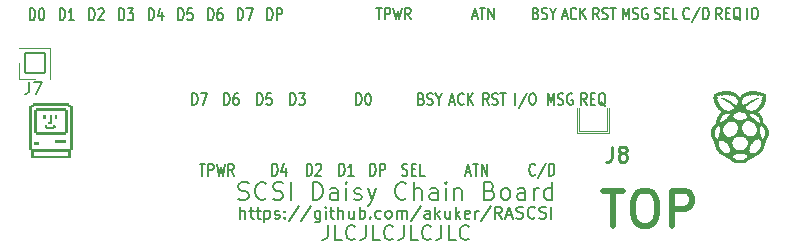
<source format=gto>
G04 #@! TF.GenerationSoftware,KiCad,Pcbnew,(6.0.4)*
G04 #@! TF.CreationDate,2022-09-08T16:08:29-05:00*
G04 #@! TF.ProjectId,daisy_chain_board,64616973-795f-4636-9861-696e5f626f61,rev?*
G04 #@! TF.SameCoordinates,Original*
G04 #@! TF.FileFunction,Legend,Top*
G04 #@! TF.FilePolarity,Positive*
%FSLAX46Y46*%
G04 Gerber Fmt 4.6, Leading zero omitted, Abs format (unit mm)*
G04 Created by KiCad (PCBNEW (6.0.4)) date 2022-09-08 16:08:29*
%MOMM*%
%LPD*%
G01*
G04 APERTURE LIST*
G04 Aperture macros list*
%AMRoundRect*
0 Rectangle with rounded corners*
0 $1 Rounding radius*
0 $2 $3 $4 $5 $6 $7 $8 $9 X,Y pos of 4 corners*
0 Add a 4 corners polygon primitive as box body*
4,1,4,$2,$3,$4,$5,$6,$7,$8,$9,$2,$3,0*
0 Add four circle primitives for the rounded corners*
1,1,$1+$1,$2,$3*
1,1,$1+$1,$4,$5*
1,1,$1+$1,$6,$7*
1,1,$1+$1,$8,$9*
0 Add four rect primitives between the rounded corners*
20,1,$1+$1,$2,$3,$4,$5,0*
20,1,$1+$1,$4,$5,$6,$7,0*
20,1,$1+$1,$6,$7,$8,$9,0*
20,1,$1+$1,$8,$9,$2,$3,0*%
G04 Aperture macros list end*
%ADD10C,0.120000*%
%ADD11C,0.150000*%
%ADD12C,0.200000*%
%ADD13C,0.500000*%
%ADD14C,0.254000*%
%ADD15C,0.010000*%
%ADD16RoundRect,0.050000X0.850000X-0.850000X0.850000X0.850000X-0.850000X0.850000X-0.850000X-0.850000X0*%
%ADD17O,1.800000X1.800000*%
%ADD18C,1.645000*%
%ADD19C,4.945000*%
%ADD20C,2.800000*%
G04 APERTURE END LIST*
D10*
X222377000Y-88900000D02*
X222377000Y-86800000D01*
X225044000Y-86800000D02*
X225044000Y-88900000D01*
X224917000Y-86800000D02*
X224917000Y-88773000D01*
X222504000Y-88773000D02*
X222504000Y-86800000D01*
X224917000Y-88773000D02*
X222504000Y-88773000D01*
X225044000Y-88900000D02*
X222377000Y-88900000D01*
D11*
X193833333Y-96152380D02*
X193833333Y-95152380D01*
X194261904Y-96152380D02*
X194261904Y-95628571D01*
X194214285Y-95533333D01*
X194119047Y-95485714D01*
X193976190Y-95485714D01*
X193880952Y-95533333D01*
X193833333Y-95580952D01*
X194595238Y-95485714D02*
X194976190Y-95485714D01*
X194738095Y-95152380D02*
X194738095Y-96009523D01*
X194785714Y-96104761D01*
X194880952Y-96152380D01*
X194976190Y-96152380D01*
X195166666Y-95485714D02*
X195547619Y-95485714D01*
X195309523Y-95152380D02*
X195309523Y-96009523D01*
X195357142Y-96104761D01*
X195452380Y-96152380D01*
X195547619Y-96152380D01*
X195880952Y-95485714D02*
X195880952Y-96485714D01*
X195880952Y-95533333D02*
X195976190Y-95485714D01*
X196166666Y-95485714D01*
X196261904Y-95533333D01*
X196309523Y-95580952D01*
X196357142Y-95676190D01*
X196357142Y-95961904D01*
X196309523Y-96057142D01*
X196261904Y-96104761D01*
X196166666Y-96152380D01*
X195976190Y-96152380D01*
X195880952Y-96104761D01*
X196738095Y-96104761D02*
X196833333Y-96152380D01*
X197023809Y-96152380D01*
X197119047Y-96104761D01*
X197166666Y-96009523D01*
X197166666Y-95961904D01*
X197119047Y-95866666D01*
X197023809Y-95819047D01*
X196880952Y-95819047D01*
X196785714Y-95771428D01*
X196738095Y-95676190D01*
X196738095Y-95628571D01*
X196785714Y-95533333D01*
X196880952Y-95485714D01*
X197023809Y-95485714D01*
X197119047Y-95533333D01*
X197595238Y-96057142D02*
X197642857Y-96104761D01*
X197595238Y-96152380D01*
X197547619Y-96104761D01*
X197595238Y-96057142D01*
X197595238Y-96152380D01*
X197595238Y-95533333D02*
X197642857Y-95580952D01*
X197595238Y-95628571D01*
X197547619Y-95580952D01*
X197595238Y-95533333D01*
X197595238Y-95628571D01*
X198785714Y-95104761D02*
X197928571Y-96390476D01*
X199833333Y-95104761D02*
X198976190Y-96390476D01*
X200595238Y-95485714D02*
X200595238Y-96295238D01*
X200547619Y-96390476D01*
X200500000Y-96438095D01*
X200404761Y-96485714D01*
X200261904Y-96485714D01*
X200166666Y-96438095D01*
X200595238Y-96104761D02*
X200500000Y-96152380D01*
X200309523Y-96152380D01*
X200214285Y-96104761D01*
X200166666Y-96057142D01*
X200119047Y-95961904D01*
X200119047Y-95676190D01*
X200166666Y-95580952D01*
X200214285Y-95533333D01*
X200309523Y-95485714D01*
X200500000Y-95485714D01*
X200595238Y-95533333D01*
X201071428Y-96152380D02*
X201071428Y-95485714D01*
X201071428Y-95152380D02*
X201023809Y-95200000D01*
X201071428Y-95247619D01*
X201119047Y-95200000D01*
X201071428Y-95152380D01*
X201071428Y-95247619D01*
X201404761Y-95485714D02*
X201785714Y-95485714D01*
X201547619Y-95152380D02*
X201547619Y-96009523D01*
X201595238Y-96104761D01*
X201690476Y-96152380D01*
X201785714Y-96152380D01*
X202119047Y-96152380D02*
X202119047Y-95152380D01*
X202547619Y-96152380D02*
X202547619Y-95628571D01*
X202500000Y-95533333D01*
X202404761Y-95485714D01*
X202261904Y-95485714D01*
X202166666Y-95533333D01*
X202119047Y-95580952D01*
X203452380Y-95485714D02*
X203452380Y-96152380D01*
X203023809Y-95485714D02*
X203023809Y-96009523D01*
X203071428Y-96104761D01*
X203166666Y-96152380D01*
X203309523Y-96152380D01*
X203404761Y-96104761D01*
X203452380Y-96057142D01*
X203928571Y-96152380D02*
X203928571Y-95152380D01*
X203928571Y-95533333D02*
X204023809Y-95485714D01*
X204214285Y-95485714D01*
X204309523Y-95533333D01*
X204357142Y-95580952D01*
X204404761Y-95676190D01*
X204404761Y-95961904D01*
X204357142Y-96057142D01*
X204309523Y-96104761D01*
X204214285Y-96152380D01*
X204023809Y-96152380D01*
X203928571Y-96104761D01*
X204833333Y-96057142D02*
X204880952Y-96104761D01*
X204833333Y-96152380D01*
X204785714Y-96104761D01*
X204833333Y-96057142D01*
X204833333Y-96152380D01*
X205738095Y-96104761D02*
X205642857Y-96152380D01*
X205452380Y-96152380D01*
X205357142Y-96104761D01*
X205309523Y-96057142D01*
X205261904Y-95961904D01*
X205261904Y-95676190D01*
X205309523Y-95580952D01*
X205357142Y-95533333D01*
X205452380Y-95485714D01*
X205642857Y-95485714D01*
X205738095Y-95533333D01*
X206309523Y-96152380D02*
X206214285Y-96104761D01*
X206166666Y-96057142D01*
X206119047Y-95961904D01*
X206119047Y-95676190D01*
X206166666Y-95580952D01*
X206214285Y-95533333D01*
X206309523Y-95485714D01*
X206452380Y-95485714D01*
X206547619Y-95533333D01*
X206595238Y-95580952D01*
X206642857Y-95676190D01*
X206642857Y-95961904D01*
X206595238Y-96057142D01*
X206547619Y-96104761D01*
X206452380Y-96152380D01*
X206309523Y-96152380D01*
X207071428Y-96152380D02*
X207071428Y-95485714D01*
X207071428Y-95580952D02*
X207119047Y-95533333D01*
X207214285Y-95485714D01*
X207357142Y-95485714D01*
X207452380Y-95533333D01*
X207500000Y-95628571D01*
X207500000Y-96152380D01*
X207500000Y-95628571D02*
X207547619Y-95533333D01*
X207642857Y-95485714D01*
X207785714Y-95485714D01*
X207880952Y-95533333D01*
X207928571Y-95628571D01*
X207928571Y-96152380D01*
X209119047Y-95104761D02*
X208261904Y-96390476D01*
X209880952Y-96152380D02*
X209880952Y-95628571D01*
X209833333Y-95533333D01*
X209738095Y-95485714D01*
X209547619Y-95485714D01*
X209452380Y-95533333D01*
X209880952Y-96104761D02*
X209785714Y-96152380D01*
X209547619Y-96152380D01*
X209452380Y-96104761D01*
X209404761Y-96009523D01*
X209404761Y-95914285D01*
X209452380Y-95819047D01*
X209547619Y-95771428D01*
X209785714Y-95771428D01*
X209880952Y-95723809D01*
X210357142Y-96152380D02*
X210357142Y-95152380D01*
X210452380Y-95771428D02*
X210738095Y-96152380D01*
X210738095Y-95485714D02*
X210357142Y-95866666D01*
X211595238Y-95485714D02*
X211595238Y-96152380D01*
X211166666Y-95485714D02*
X211166666Y-96009523D01*
X211214285Y-96104761D01*
X211309523Y-96152380D01*
X211452380Y-96152380D01*
X211547619Y-96104761D01*
X211595238Y-96057142D01*
X212071428Y-96152380D02*
X212071428Y-95152380D01*
X212166666Y-95771428D02*
X212452380Y-96152380D01*
X212452380Y-95485714D02*
X212071428Y-95866666D01*
X213261904Y-96104761D02*
X213166666Y-96152380D01*
X212976190Y-96152380D01*
X212880952Y-96104761D01*
X212833333Y-96009523D01*
X212833333Y-95628571D01*
X212880952Y-95533333D01*
X212976190Y-95485714D01*
X213166666Y-95485714D01*
X213261904Y-95533333D01*
X213309523Y-95628571D01*
X213309523Y-95723809D01*
X212833333Y-95819047D01*
X213738095Y-96152380D02*
X213738095Y-95485714D01*
X213738095Y-95676190D02*
X213785714Y-95580952D01*
X213833333Y-95533333D01*
X213928571Y-95485714D01*
X214023809Y-95485714D01*
X215071428Y-95104761D02*
X214214285Y-96390476D01*
X215976190Y-96152380D02*
X215642857Y-95676190D01*
X215404761Y-96152380D02*
X215404761Y-95152380D01*
X215785714Y-95152380D01*
X215880952Y-95200000D01*
X215928571Y-95247619D01*
X215976190Y-95342857D01*
X215976190Y-95485714D01*
X215928571Y-95580952D01*
X215880952Y-95628571D01*
X215785714Y-95676190D01*
X215404761Y-95676190D01*
X216357142Y-95866666D02*
X216833333Y-95866666D01*
X216261904Y-96152380D02*
X216595238Y-95152380D01*
X216928571Y-96152380D01*
X217214285Y-96104761D02*
X217357142Y-96152380D01*
X217595238Y-96152380D01*
X217690476Y-96104761D01*
X217738095Y-96057142D01*
X217785714Y-95961904D01*
X217785714Y-95866666D01*
X217738095Y-95771428D01*
X217690476Y-95723809D01*
X217595238Y-95676190D01*
X217404761Y-95628571D01*
X217309523Y-95580952D01*
X217261904Y-95533333D01*
X217214285Y-95438095D01*
X217214285Y-95342857D01*
X217261904Y-95247619D01*
X217309523Y-95200000D01*
X217404761Y-95152380D01*
X217642857Y-95152380D01*
X217785714Y-95200000D01*
X218785714Y-96057142D02*
X218738095Y-96104761D01*
X218595238Y-96152380D01*
X218500000Y-96152380D01*
X218357142Y-96104761D01*
X218261904Y-96009523D01*
X218214285Y-95914285D01*
X218166666Y-95723809D01*
X218166666Y-95580952D01*
X218214285Y-95390476D01*
X218261904Y-95295238D01*
X218357142Y-95200000D01*
X218500000Y-95152380D01*
X218595238Y-95152380D01*
X218738095Y-95200000D01*
X218785714Y-95247619D01*
X219166666Y-96104761D02*
X219309523Y-96152380D01*
X219547619Y-96152380D01*
X219642857Y-96104761D01*
X219690476Y-96057142D01*
X219738095Y-95961904D01*
X219738095Y-95866666D01*
X219690476Y-95771428D01*
X219642857Y-95723809D01*
X219547619Y-95676190D01*
X219357142Y-95628571D01*
X219261904Y-95580952D01*
X219214285Y-95533333D01*
X219166666Y-95438095D01*
X219166666Y-95342857D01*
X219214285Y-95247619D01*
X219261904Y-95200000D01*
X219357142Y-95152380D01*
X219595238Y-95152380D01*
X219738095Y-95200000D01*
X220166666Y-96152380D02*
X220166666Y-95152380D01*
X188596981Y-79352380D02*
X188596981Y-78352380D01*
X188787458Y-78352380D01*
X188901743Y-78400000D01*
X188977934Y-78495238D01*
X189016029Y-78590476D01*
X189054124Y-78780952D01*
X189054124Y-78923809D01*
X189016029Y-79114285D01*
X188977934Y-79209523D01*
X188901743Y-79304761D01*
X188787458Y-79352380D01*
X188596981Y-79352380D01*
X189777934Y-78352380D02*
X189396981Y-78352380D01*
X189358886Y-78828571D01*
X189396981Y-78780952D01*
X189473172Y-78733333D01*
X189663648Y-78733333D01*
X189739838Y-78780952D01*
X189777934Y-78828571D01*
X189816029Y-78923809D01*
X189816029Y-79161904D01*
X189777934Y-79257142D01*
X189739838Y-79304761D01*
X189663648Y-79352380D01*
X189473172Y-79352380D01*
X189396981Y-79304761D01*
X189358886Y-79257142D01*
X178541757Y-79352380D02*
X178541757Y-78352380D01*
X178732234Y-78352380D01*
X178846519Y-78400000D01*
X178922710Y-78495238D01*
X178960805Y-78590476D01*
X178998900Y-78780952D01*
X178998900Y-78923809D01*
X178960805Y-79114285D01*
X178922710Y-79209523D01*
X178846519Y-79304761D01*
X178732234Y-79352380D01*
X178541757Y-79352380D01*
X179760805Y-79352380D02*
X179303662Y-79352380D01*
X179532234Y-79352380D02*
X179532234Y-78352380D01*
X179456043Y-78495238D01*
X179379853Y-78590476D01*
X179303662Y-78638095D01*
X211584023Y-86256666D02*
X211964976Y-86256666D01*
X211507833Y-86542380D02*
X211774500Y-85542380D01*
X212041166Y-86542380D01*
X212764976Y-86447142D02*
X212726880Y-86494761D01*
X212612595Y-86542380D01*
X212536404Y-86542380D01*
X212422119Y-86494761D01*
X212345928Y-86399523D01*
X212307833Y-86304285D01*
X212269738Y-86113809D01*
X212269738Y-85970952D01*
X212307833Y-85780476D01*
X212345928Y-85685238D01*
X212422119Y-85590000D01*
X212536404Y-85542380D01*
X212612595Y-85542380D01*
X212726880Y-85590000D01*
X212764976Y-85637619D01*
X213107833Y-86542380D02*
X213107833Y-85542380D01*
X213564976Y-86542380D02*
X213222119Y-85970952D01*
X213564976Y-85542380D02*
X213107833Y-86113809D01*
X204852976Y-92511380D02*
X204852976Y-91511380D01*
X205043452Y-91511380D01*
X205157738Y-91559000D01*
X205233928Y-91654238D01*
X205272023Y-91749476D01*
X205310119Y-91939952D01*
X205310119Y-92082809D01*
X205272023Y-92273285D01*
X205233928Y-92368523D01*
X205157738Y-92463761D01*
X205043452Y-92511380D01*
X204852976Y-92511380D01*
X205652976Y-92511380D02*
X205652976Y-91511380D01*
X205957738Y-91511380D01*
X206033928Y-91559000D01*
X206072023Y-91606619D01*
X206110119Y-91701857D01*
X206110119Y-91844714D01*
X206072023Y-91939952D01*
X206033928Y-91987571D01*
X205957738Y-92035190D01*
X205652976Y-92035190D01*
X199474523Y-92511380D02*
X199474523Y-91511380D01*
X199665000Y-91511380D01*
X199779285Y-91559000D01*
X199855476Y-91654238D01*
X199893571Y-91749476D01*
X199931666Y-91939952D01*
X199931666Y-92082809D01*
X199893571Y-92273285D01*
X199855476Y-92368523D01*
X199779285Y-92463761D01*
X199665000Y-92511380D01*
X199474523Y-92511380D01*
X200236428Y-91606619D02*
X200274523Y-91559000D01*
X200350714Y-91511380D01*
X200541190Y-91511380D01*
X200617380Y-91559000D01*
X200655476Y-91606619D01*
X200693571Y-91701857D01*
X200693571Y-91797095D01*
X200655476Y-91939952D01*
X200198333Y-92511380D01*
X200693571Y-92511380D01*
X192489523Y-86542380D02*
X192489523Y-85542380D01*
X192680000Y-85542380D01*
X192794285Y-85590000D01*
X192870476Y-85685238D01*
X192908571Y-85780476D01*
X192946666Y-85970952D01*
X192946666Y-86113809D01*
X192908571Y-86304285D01*
X192870476Y-86399523D01*
X192794285Y-86494761D01*
X192680000Y-86542380D01*
X192489523Y-86542380D01*
X193632380Y-85542380D02*
X193480000Y-85542380D01*
X193403809Y-85590000D01*
X193365714Y-85637619D01*
X193289523Y-85780476D01*
X193251428Y-85970952D01*
X193251428Y-86351904D01*
X193289523Y-86447142D01*
X193327619Y-86494761D01*
X193403809Y-86542380D01*
X193556190Y-86542380D01*
X193632380Y-86494761D01*
X193670476Y-86447142D01*
X193708571Y-86351904D01*
X193708571Y-86113809D01*
X193670476Y-86018571D01*
X193632380Y-85970952D01*
X193556190Y-85923333D01*
X193403809Y-85923333D01*
X193327619Y-85970952D01*
X193289523Y-86018571D01*
X193251428Y-86113809D01*
X219845380Y-86542380D02*
X219845380Y-85542380D01*
X220112047Y-86256666D01*
X220378714Y-85542380D01*
X220378714Y-86542380D01*
X220721571Y-86494761D02*
X220835857Y-86542380D01*
X221026333Y-86542380D01*
X221102523Y-86494761D01*
X221140619Y-86447142D01*
X221178714Y-86351904D01*
X221178714Y-86256666D01*
X221140619Y-86161428D01*
X221102523Y-86113809D01*
X221026333Y-86066190D01*
X220873952Y-86018571D01*
X220797761Y-85970952D01*
X220759666Y-85923333D01*
X220721571Y-85828095D01*
X220721571Y-85732857D01*
X220759666Y-85637619D01*
X220797761Y-85590000D01*
X220873952Y-85542380D01*
X221064428Y-85542380D01*
X221178714Y-85590000D01*
X221940619Y-85590000D02*
X221864428Y-85542380D01*
X221750142Y-85542380D01*
X221635857Y-85590000D01*
X221559666Y-85685238D01*
X221521571Y-85780476D01*
X221483476Y-85970952D01*
X221483476Y-86113809D01*
X221521571Y-86304285D01*
X221559666Y-86399523D01*
X221635857Y-86494761D01*
X221750142Y-86542380D01*
X221826333Y-86542380D01*
X221940619Y-86494761D01*
X221978714Y-86447142D01*
X221978714Y-86113809D01*
X221826333Y-86113809D01*
X223153666Y-86542380D02*
X222887000Y-86066190D01*
X222696523Y-86542380D02*
X222696523Y-85542380D01*
X223001285Y-85542380D01*
X223077476Y-85590000D01*
X223115571Y-85637619D01*
X223153666Y-85732857D01*
X223153666Y-85875714D01*
X223115571Y-85970952D01*
X223077476Y-86018571D01*
X223001285Y-86066190D01*
X222696523Y-86066190D01*
X223496523Y-86018571D02*
X223763190Y-86018571D01*
X223877476Y-86542380D02*
X223496523Y-86542380D01*
X223496523Y-85542380D01*
X223877476Y-85542380D01*
X224753666Y-86637619D02*
X224677476Y-86590000D01*
X224601285Y-86494761D01*
X224487000Y-86351904D01*
X224410809Y-86304285D01*
X224334619Y-86304285D01*
X224372714Y-86542380D02*
X224296523Y-86494761D01*
X224220333Y-86399523D01*
X224182238Y-86209047D01*
X224182238Y-85875714D01*
X224220333Y-85685238D01*
X224296523Y-85590000D01*
X224372714Y-85542380D01*
X224525095Y-85542380D01*
X224601285Y-85590000D01*
X224677476Y-85685238D01*
X224715571Y-85875714D01*
X224715571Y-86209047D01*
X224677476Y-86399523D01*
X224601285Y-86494761D01*
X224525095Y-86542380D01*
X224372714Y-86542380D01*
X202205023Y-92511380D02*
X202205023Y-91511380D01*
X202395500Y-91511380D01*
X202509785Y-91559000D01*
X202585976Y-91654238D01*
X202624071Y-91749476D01*
X202662166Y-91939952D01*
X202662166Y-92082809D01*
X202624071Y-92273285D01*
X202585976Y-92368523D01*
X202509785Y-92463761D01*
X202395500Y-92511380D01*
X202205023Y-92511380D01*
X203424071Y-92511380D02*
X202966928Y-92511380D01*
X203195500Y-92511380D02*
X203195500Y-91511380D01*
X203119309Y-91654238D01*
X203043119Y-91749476D01*
X202966928Y-91797095D01*
D12*
X193678571Y-94507142D02*
X193892857Y-94578571D01*
X194250000Y-94578571D01*
X194392857Y-94507142D01*
X194464285Y-94435714D01*
X194535714Y-94292857D01*
X194535714Y-94150000D01*
X194464285Y-94007142D01*
X194392857Y-93935714D01*
X194250000Y-93864285D01*
X193964285Y-93792857D01*
X193821428Y-93721428D01*
X193750000Y-93650000D01*
X193678571Y-93507142D01*
X193678571Y-93364285D01*
X193750000Y-93221428D01*
X193821428Y-93150000D01*
X193964285Y-93078571D01*
X194321428Y-93078571D01*
X194535714Y-93150000D01*
X196035714Y-94435714D02*
X195964285Y-94507142D01*
X195750000Y-94578571D01*
X195607142Y-94578571D01*
X195392857Y-94507142D01*
X195250000Y-94364285D01*
X195178571Y-94221428D01*
X195107142Y-93935714D01*
X195107142Y-93721428D01*
X195178571Y-93435714D01*
X195250000Y-93292857D01*
X195392857Y-93150000D01*
X195607142Y-93078571D01*
X195750000Y-93078571D01*
X195964285Y-93150000D01*
X196035714Y-93221428D01*
X196607142Y-94507142D02*
X196821428Y-94578571D01*
X197178571Y-94578571D01*
X197321428Y-94507142D01*
X197392857Y-94435714D01*
X197464285Y-94292857D01*
X197464285Y-94150000D01*
X197392857Y-94007142D01*
X197321428Y-93935714D01*
X197178571Y-93864285D01*
X196892857Y-93792857D01*
X196750000Y-93721428D01*
X196678571Y-93650000D01*
X196607142Y-93507142D01*
X196607142Y-93364285D01*
X196678571Y-93221428D01*
X196750000Y-93150000D01*
X196892857Y-93078571D01*
X197250000Y-93078571D01*
X197464285Y-93150000D01*
X198107142Y-94578571D02*
X198107142Y-93078571D01*
X199964285Y-94578571D02*
X199964285Y-93078571D01*
X200321428Y-93078571D01*
X200535714Y-93150000D01*
X200678571Y-93292857D01*
X200750000Y-93435714D01*
X200821428Y-93721428D01*
X200821428Y-93935714D01*
X200750000Y-94221428D01*
X200678571Y-94364285D01*
X200535714Y-94507142D01*
X200321428Y-94578571D01*
X199964285Y-94578571D01*
X202107142Y-94578571D02*
X202107142Y-93792857D01*
X202035714Y-93650000D01*
X201892857Y-93578571D01*
X201607142Y-93578571D01*
X201464285Y-93650000D01*
X202107142Y-94507142D02*
X201964285Y-94578571D01*
X201607142Y-94578571D01*
X201464285Y-94507142D01*
X201392857Y-94364285D01*
X201392857Y-94221428D01*
X201464285Y-94078571D01*
X201607142Y-94007142D01*
X201964285Y-94007142D01*
X202107142Y-93935714D01*
X202821428Y-94578571D02*
X202821428Y-93578571D01*
X202821428Y-93078571D02*
X202750000Y-93150000D01*
X202821428Y-93221428D01*
X202892857Y-93150000D01*
X202821428Y-93078571D01*
X202821428Y-93221428D01*
X203464285Y-94507142D02*
X203607142Y-94578571D01*
X203892857Y-94578571D01*
X204035714Y-94507142D01*
X204107142Y-94364285D01*
X204107142Y-94292857D01*
X204035714Y-94150000D01*
X203892857Y-94078571D01*
X203678571Y-94078571D01*
X203535714Y-94007142D01*
X203464285Y-93864285D01*
X203464285Y-93792857D01*
X203535714Y-93650000D01*
X203678571Y-93578571D01*
X203892857Y-93578571D01*
X204035714Y-93650000D01*
X204607142Y-93578571D02*
X204964285Y-94578571D01*
X205321428Y-93578571D02*
X204964285Y-94578571D01*
X204821428Y-94935714D01*
X204750000Y-95007142D01*
X204607142Y-95078571D01*
X207892857Y-94435714D02*
X207821428Y-94507142D01*
X207607142Y-94578571D01*
X207464285Y-94578571D01*
X207250000Y-94507142D01*
X207107142Y-94364285D01*
X207035714Y-94221428D01*
X206964285Y-93935714D01*
X206964285Y-93721428D01*
X207035714Y-93435714D01*
X207107142Y-93292857D01*
X207250000Y-93150000D01*
X207464285Y-93078571D01*
X207607142Y-93078571D01*
X207821428Y-93150000D01*
X207892857Y-93221428D01*
X208535714Y-94578571D02*
X208535714Y-93078571D01*
X209178571Y-94578571D02*
X209178571Y-93792857D01*
X209107142Y-93650000D01*
X208964285Y-93578571D01*
X208750000Y-93578571D01*
X208607142Y-93650000D01*
X208535714Y-93721428D01*
X210535714Y-94578571D02*
X210535714Y-93792857D01*
X210464285Y-93650000D01*
X210321428Y-93578571D01*
X210035714Y-93578571D01*
X209892857Y-93650000D01*
X210535714Y-94507142D02*
X210392857Y-94578571D01*
X210035714Y-94578571D01*
X209892857Y-94507142D01*
X209821428Y-94364285D01*
X209821428Y-94221428D01*
X209892857Y-94078571D01*
X210035714Y-94007142D01*
X210392857Y-94007142D01*
X210535714Y-93935714D01*
X211250000Y-94578571D02*
X211250000Y-93578571D01*
X211250000Y-93078571D02*
X211178571Y-93150000D01*
X211250000Y-93221428D01*
X211321428Y-93150000D01*
X211250000Y-93078571D01*
X211250000Y-93221428D01*
X211964285Y-93578571D02*
X211964285Y-94578571D01*
X211964285Y-93721428D02*
X212035714Y-93650000D01*
X212178571Y-93578571D01*
X212392857Y-93578571D01*
X212535714Y-93650000D01*
X212607142Y-93792857D01*
X212607142Y-94578571D01*
X214964285Y-93792857D02*
X215178571Y-93864285D01*
X215250000Y-93935714D01*
X215321428Y-94078571D01*
X215321428Y-94292857D01*
X215250000Y-94435714D01*
X215178571Y-94507142D01*
X215035714Y-94578571D01*
X214464285Y-94578571D01*
X214464285Y-93078571D01*
X214964285Y-93078571D01*
X215107142Y-93150000D01*
X215178571Y-93221428D01*
X215250000Y-93364285D01*
X215250000Y-93507142D01*
X215178571Y-93650000D01*
X215107142Y-93721428D01*
X214964285Y-93792857D01*
X214464285Y-93792857D01*
X216178571Y-94578571D02*
X216035714Y-94507142D01*
X215964285Y-94435714D01*
X215892857Y-94292857D01*
X215892857Y-93864285D01*
X215964285Y-93721428D01*
X216035714Y-93650000D01*
X216178571Y-93578571D01*
X216392857Y-93578571D01*
X216535714Y-93650000D01*
X216607142Y-93721428D01*
X216678571Y-93864285D01*
X216678571Y-94292857D01*
X216607142Y-94435714D01*
X216535714Y-94507142D01*
X216392857Y-94578571D01*
X216178571Y-94578571D01*
X217964285Y-94578571D02*
X217964285Y-93792857D01*
X217892857Y-93650000D01*
X217750000Y-93578571D01*
X217464285Y-93578571D01*
X217321428Y-93650000D01*
X217964285Y-94507142D02*
X217821428Y-94578571D01*
X217464285Y-94578571D01*
X217321428Y-94507142D01*
X217250000Y-94364285D01*
X217250000Y-94221428D01*
X217321428Y-94078571D01*
X217464285Y-94007142D01*
X217821428Y-94007142D01*
X217964285Y-93935714D01*
X218678571Y-94578571D02*
X218678571Y-93578571D01*
X218678571Y-93864285D02*
X218750000Y-93721428D01*
X218821428Y-93650000D01*
X218964285Y-93578571D01*
X219107142Y-93578571D01*
X220250000Y-94578571D02*
X220250000Y-93078571D01*
X220250000Y-94507142D02*
X220107142Y-94578571D01*
X219821428Y-94578571D01*
X219678571Y-94507142D01*
X219607142Y-94435714D01*
X219535714Y-94292857D01*
X219535714Y-93864285D01*
X219607142Y-93721428D01*
X219678571Y-93650000D01*
X219821428Y-93578571D01*
X220107142Y-93578571D01*
X220250000Y-93650000D01*
D11*
X236778380Y-79288880D02*
X236778380Y-78288880D01*
X237311713Y-78288880D02*
X237464094Y-78288880D01*
X237540285Y-78336500D01*
X237616475Y-78431738D01*
X237654570Y-78622214D01*
X237654570Y-78955547D01*
X237616475Y-79146023D01*
X237540285Y-79241261D01*
X237464094Y-79288880D01*
X237311713Y-79288880D01*
X237235523Y-79241261D01*
X237159332Y-79146023D01*
X237121237Y-78955547D01*
X237121237Y-78622214D01*
X237159332Y-78431738D01*
X237235523Y-78336500D01*
X237311713Y-78288880D01*
X218877761Y-78765071D02*
X218992047Y-78812690D01*
X219030142Y-78860309D01*
X219068237Y-78955547D01*
X219068237Y-79098404D01*
X219030142Y-79193642D01*
X218992047Y-79241261D01*
X218915856Y-79288880D01*
X218611094Y-79288880D01*
X218611094Y-78288880D01*
X218877761Y-78288880D01*
X218953951Y-78336500D01*
X218992047Y-78384119D01*
X219030142Y-78479357D01*
X219030142Y-78574595D01*
X218992047Y-78669833D01*
X218953951Y-78717452D01*
X218877761Y-78765071D01*
X218611094Y-78765071D01*
X219372999Y-79241261D02*
X219487285Y-79288880D01*
X219677761Y-79288880D01*
X219753951Y-79241261D01*
X219792047Y-79193642D01*
X219830142Y-79098404D01*
X219830142Y-79003166D01*
X219792047Y-78907928D01*
X219753951Y-78860309D01*
X219677761Y-78812690D01*
X219525380Y-78765071D01*
X219449189Y-78717452D01*
X219411094Y-78669833D01*
X219372999Y-78574595D01*
X219372999Y-78479357D01*
X219411094Y-78384119D01*
X219449189Y-78336500D01*
X219525380Y-78288880D01*
X219715856Y-78288880D01*
X219830142Y-78336500D01*
X220325380Y-78812690D02*
X220325380Y-79288880D01*
X220058713Y-78288880D02*
X220325380Y-78812690D01*
X220592047Y-78288880D01*
X214866904Y-86542380D02*
X214600238Y-86066190D01*
X214409761Y-86542380D02*
X214409761Y-85542380D01*
X214714523Y-85542380D01*
X214790714Y-85590000D01*
X214828809Y-85637619D01*
X214866904Y-85732857D01*
X214866904Y-85875714D01*
X214828809Y-85970952D01*
X214790714Y-86018571D01*
X214714523Y-86066190D01*
X214409761Y-86066190D01*
X215171666Y-86494761D02*
X215285952Y-86542380D01*
X215476428Y-86542380D01*
X215552619Y-86494761D01*
X215590714Y-86447142D01*
X215628809Y-86351904D01*
X215628809Y-86256666D01*
X215590714Y-86161428D01*
X215552619Y-86113809D01*
X215476428Y-86066190D01*
X215324047Y-86018571D01*
X215247857Y-85970952D01*
X215209761Y-85923333D01*
X215171666Y-85828095D01*
X215171666Y-85732857D01*
X215209761Y-85637619D01*
X215247857Y-85590000D01*
X215324047Y-85542380D01*
X215514523Y-85542380D01*
X215628809Y-85590000D01*
X215857380Y-85542380D02*
X216314523Y-85542380D01*
X216085952Y-86542380D02*
X216085952Y-85542380D01*
X189759023Y-86542380D02*
X189759023Y-85542380D01*
X189949500Y-85542380D01*
X190063785Y-85590000D01*
X190139976Y-85685238D01*
X190178071Y-85780476D01*
X190216166Y-85970952D01*
X190216166Y-86113809D01*
X190178071Y-86304285D01*
X190139976Y-86399523D01*
X190063785Y-86494761D01*
X189949500Y-86542380D01*
X189759023Y-86542380D01*
X190482833Y-85542380D02*
X191016166Y-85542380D01*
X190673309Y-86542380D01*
X191110787Y-79352380D02*
X191110787Y-78352380D01*
X191301264Y-78352380D01*
X191415549Y-78400000D01*
X191491740Y-78495238D01*
X191529835Y-78590476D01*
X191567930Y-78780952D01*
X191567930Y-78923809D01*
X191529835Y-79114285D01*
X191491740Y-79209523D01*
X191415549Y-79304761D01*
X191301264Y-79352380D01*
X191110787Y-79352380D01*
X192253644Y-78352380D02*
X192101264Y-78352380D01*
X192025073Y-78400000D01*
X191986978Y-78447619D01*
X191910787Y-78590476D01*
X191872692Y-78780952D01*
X191872692Y-79161904D01*
X191910787Y-79257142D01*
X191948883Y-79304761D01*
X192025073Y-79352380D01*
X192177454Y-79352380D01*
X192253644Y-79304761D01*
X192291740Y-79257142D01*
X192329835Y-79161904D01*
X192329835Y-78923809D01*
X192291740Y-78828571D01*
X192253644Y-78780952D01*
X192177454Y-78733333D01*
X192025073Y-78733333D01*
X191948883Y-78780952D01*
X191910787Y-78828571D01*
X191872692Y-78923809D01*
X176027951Y-79352380D02*
X176027951Y-78352380D01*
X176218428Y-78352380D01*
X176332713Y-78400000D01*
X176408904Y-78495238D01*
X176446999Y-78590476D01*
X176485094Y-78780952D01*
X176485094Y-78923809D01*
X176446999Y-79114285D01*
X176408904Y-79209523D01*
X176332713Y-79304761D01*
X176218428Y-79352380D01*
X176027951Y-79352380D01*
X176980332Y-78352380D02*
X177056523Y-78352380D01*
X177132713Y-78400000D01*
X177170808Y-78447619D01*
X177208904Y-78542857D01*
X177246999Y-78733333D01*
X177246999Y-78971428D01*
X177208904Y-79161904D01*
X177170808Y-79257142D01*
X177132713Y-79304761D01*
X177056523Y-79352380D01*
X176980332Y-79352380D01*
X176904142Y-79304761D01*
X176866047Y-79257142D01*
X176827951Y-79161904D01*
X176789856Y-78971428D01*
X176789856Y-78733333D01*
X176827951Y-78542857D01*
X176866047Y-78447619D01*
X176904142Y-78400000D01*
X176980332Y-78352380D01*
X181055563Y-79352380D02*
X181055563Y-78352380D01*
X181246040Y-78352380D01*
X181360325Y-78400000D01*
X181436516Y-78495238D01*
X181474611Y-78590476D01*
X181512706Y-78780952D01*
X181512706Y-78923809D01*
X181474611Y-79114285D01*
X181436516Y-79209523D01*
X181360325Y-79304761D01*
X181246040Y-79352380D01*
X181055563Y-79352380D01*
X181817468Y-78447619D02*
X181855563Y-78400000D01*
X181931754Y-78352380D01*
X182122230Y-78352380D01*
X182198420Y-78400000D01*
X182236516Y-78447619D01*
X182274611Y-78542857D01*
X182274611Y-78638095D01*
X182236516Y-78780952D01*
X181779373Y-79352380D01*
X182274611Y-79352380D01*
X226195711Y-79288880D02*
X226195711Y-78288880D01*
X226462378Y-79003166D01*
X226729045Y-78288880D01*
X226729045Y-79288880D01*
X227071902Y-79241261D02*
X227186188Y-79288880D01*
X227376664Y-79288880D01*
X227452854Y-79241261D01*
X227490950Y-79193642D01*
X227529045Y-79098404D01*
X227529045Y-79003166D01*
X227490950Y-78907928D01*
X227452854Y-78860309D01*
X227376664Y-78812690D01*
X227224283Y-78765071D01*
X227148092Y-78717452D01*
X227109997Y-78669833D01*
X227071902Y-78574595D01*
X227071902Y-78479357D01*
X227109997Y-78384119D01*
X227148092Y-78336500D01*
X227224283Y-78288880D01*
X227414759Y-78288880D01*
X227529045Y-78336500D01*
X228290950Y-78336500D02*
X228214759Y-78288880D01*
X228100473Y-78288880D01*
X227986188Y-78336500D01*
X227909997Y-78431738D01*
X227871902Y-78526976D01*
X227833807Y-78717452D01*
X227833807Y-78860309D01*
X227871902Y-79050785D01*
X227909997Y-79146023D01*
X227986188Y-79241261D01*
X228100473Y-79288880D01*
X228176664Y-79288880D01*
X228290950Y-79241261D01*
X228329045Y-79193642D01*
X228329045Y-78860309D01*
X228176664Y-78860309D01*
X213486642Y-79003166D02*
X213867594Y-79003166D01*
X213410451Y-79288880D02*
X213677118Y-78288880D01*
X213943785Y-79288880D01*
X214096166Y-78288880D02*
X214553308Y-78288880D01*
X214324737Y-79288880D02*
X214324737Y-78288880D01*
X214819975Y-79288880D02*
X214819975Y-78288880D01*
X215277118Y-79288880D01*
X215277118Y-78288880D01*
X195283523Y-86542380D02*
X195283523Y-85542380D01*
X195474000Y-85542380D01*
X195588285Y-85590000D01*
X195664476Y-85685238D01*
X195702571Y-85780476D01*
X195740666Y-85970952D01*
X195740666Y-86113809D01*
X195702571Y-86304285D01*
X195664476Y-86399523D01*
X195588285Y-86494761D01*
X195474000Y-86542380D01*
X195283523Y-86542380D01*
X196464476Y-85542380D02*
X196083523Y-85542380D01*
X196045428Y-86018571D01*
X196083523Y-85970952D01*
X196159714Y-85923333D01*
X196350190Y-85923333D01*
X196426380Y-85970952D01*
X196464476Y-86018571D01*
X196502571Y-86113809D01*
X196502571Y-86351904D01*
X196464476Y-86447142D01*
X196426380Y-86494761D01*
X196350190Y-86542380D01*
X196159714Y-86542380D01*
X196083523Y-86494761D01*
X196045428Y-86447142D01*
X217133904Y-86542380D02*
X217133904Y-85542380D01*
X218086285Y-85494761D02*
X217400571Y-86780476D01*
X218505333Y-85542380D02*
X218657714Y-85542380D01*
X218733904Y-85590000D01*
X218810095Y-85685238D01*
X218848190Y-85875714D01*
X218848190Y-86209047D01*
X218810095Y-86399523D01*
X218733904Y-86494761D01*
X218657714Y-86542380D01*
X218505333Y-86542380D01*
X218429142Y-86494761D01*
X218352952Y-86399523D01*
X218314857Y-86209047D01*
X218314857Y-85875714D01*
X218352952Y-85685238D01*
X218429142Y-85590000D01*
X218505333Y-85542380D01*
X205358713Y-78288880D02*
X205815856Y-78288880D01*
X205587285Y-79288880D02*
X205587285Y-78288880D01*
X206082523Y-79288880D02*
X206082523Y-78288880D01*
X206387285Y-78288880D01*
X206463475Y-78336500D01*
X206501570Y-78384119D01*
X206539666Y-78479357D01*
X206539666Y-78622214D01*
X206501570Y-78717452D01*
X206463475Y-78765071D01*
X206387285Y-78812690D01*
X206082523Y-78812690D01*
X206806332Y-78288880D02*
X206996808Y-79288880D01*
X207149189Y-78574595D01*
X207301570Y-79288880D01*
X207492047Y-78288880D01*
X208253951Y-79288880D02*
X207987285Y-78812690D01*
X207796808Y-79288880D02*
X207796808Y-78288880D01*
X208101570Y-78288880D01*
X208177761Y-78336500D01*
X208215856Y-78384119D01*
X208253951Y-78479357D01*
X208253951Y-78622214D01*
X208215856Y-78717452D01*
X208177761Y-78765071D01*
X208101570Y-78812690D01*
X207796808Y-78812690D01*
X228927091Y-79241261D02*
X229041377Y-79288880D01*
X229231853Y-79288880D01*
X229308043Y-79241261D01*
X229346138Y-79193642D01*
X229384234Y-79098404D01*
X229384234Y-79003166D01*
X229346138Y-78907928D01*
X229308043Y-78860309D01*
X229231853Y-78812690D01*
X229079472Y-78765071D01*
X229003281Y-78717452D01*
X228965186Y-78669833D01*
X228927091Y-78574595D01*
X228927091Y-78479357D01*
X228965186Y-78384119D01*
X229003281Y-78336500D01*
X229079472Y-78288880D01*
X229269948Y-78288880D01*
X229384234Y-78336500D01*
X229727091Y-78765071D02*
X229993757Y-78765071D01*
X230108043Y-79288880D02*
X229727091Y-79288880D01*
X229727091Y-78288880D01*
X230108043Y-78288880D01*
X230831853Y-79288880D02*
X230450900Y-79288880D01*
X230450900Y-78288880D01*
X186083175Y-79352380D02*
X186083175Y-78352380D01*
X186273652Y-78352380D01*
X186387937Y-78400000D01*
X186464128Y-78495238D01*
X186502223Y-78590476D01*
X186540318Y-78780952D01*
X186540318Y-78923809D01*
X186502223Y-79114285D01*
X186464128Y-79209523D01*
X186387937Y-79304761D01*
X186273652Y-79352380D01*
X186083175Y-79352380D01*
X187226032Y-78685714D02*
X187226032Y-79352380D01*
X187035556Y-78304761D02*
X186845080Y-79019047D01*
X187340318Y-79019047D01*
X183569369Y-79352380D02*
X183569369Y-78352380D01*
X183759846Y-78352380D01*
X183874131Y-78400000D01*
X183950322Y-78495238D01*
X183988417Y-78590476D01*
X184026512Y-78780952D01*
X184026512Y-78923809D01*
X183988417Y-79114285D01*
X183950322Y-79209523D01*
X183874131Y-79304761D01*
X183759846Y-79352380D01*
X183569369Y-79352380D01*
X184293179Y-78352380D02*
X184788417Y-78352380D01*
X184521750Y-78733333D01*
X184636036Y-78733333D01*
X184712226Y-78780952D01*
X184750322Y-78828571D01*
X184788417Y-78923809D01*
X184788417Y-79161904D01*
X184750322Y-79257142D01*
X184712226Y-79304761D01*
X184636036Y-79352380D01*
X184407465Y-79352380D01*
X184331274Y-79304761D01*
X184293179Y-79257142D01*
X196553523Y-92511380D02*
X196553523Y-91511380D01*
X196744000Y-91511380D01*
X196858285Y-91559000D01*
X196934476Y-91654238D01*
X196972571Y-91749476D01*
X197010666Y-91939952D01*
X197010666Y-92082809D01*
X196972571Y-92273285D01*
X196934476Y-92368523D01*
X196858285Y-92463761D01*
X196744000Y-92511380D01*
X196553523Y-92511380D01*
X197696380Y-91844714D02*
X197696380Y-92511380D01*
X197505904Y-91463761D02*
X197315428Y-92178047D01*
X197810666Y-92178047D01*
X190387785Y-91511380D02*
X190844928Y-91511380D01*
X190616357Y-92511380D02*
X190616357Y-91511380D01*
X191111595Y-92511380D02*
X191111595Y-91511380D01*
X191416357Y-91511380D01*
X191492547Y-91559000D01*
X191530642Y-91606619D01*
X191568738Y-91701857D01*
X191568738Y-91844714D01*
X191530642Y-91939952D01*
X191492547Y-91987571D01*
X191416357Y-92035190D01*
X191111595Y-92035190D01*
X191835404Y-91511380D02*
X192025880Y-92511380D01*
X192178261Y-91797095D01*
X192330642Y-92511380D01*
X192521119Y-91511380D01*
X193283023Y-92511380D02*
X193016357Y-92035190D01*
X192825880Y-92511380D02*
X192825880Y-91511380D01*
X193130642Y-91511380D01*
X193206833Y-91559000D01*
X193244928Y-91606619D01*
X193283023Y-91701857D01*
X193283023Y-91844714D01*
X193244928Y-91939952D01*
X193206833Y-91987571D01*
X193130642Y-92035190D01*
X192825880Y-92035190D01*
X231848947Y-79193642D02*
X231810852Y-79241261D01*
X231696566Y-79288880D01*
X231620376Y-79288880D01*
X231506090Y-79241261D01*
X231429899Y-79146023D01*
X231391804Y-79050785D01*
X231353709Y-78860309D01*
X231353709Y-78717452D01*
X231391804Y-78526976D01*
X231429899Y-78431738D01*
X231506090Y-78336500D01*
X231620376Y-78288880D01*
X231696566Y-78288880D01*
X231810852Y-78336500D01*
X231848947Y-78384119D01*
X232763233Y-78241261D02*
X232077518Y-79526976D01*
X233029899Y-79288880D02*
X233029899Y-78288880D01*
X233220376Y-78288880D01*
X233334661Y-78336500D01*
X233410852Y-78431738D01*
X233448947Y-78526976D01*
X233487042Y-78717452D01*
X233487042Y-78860309D01*
X233448947Y-79050785D01*
X233410852Y-79146023D01*
X233334661Y-79241261D01*
X233220376Y-79288880D01*
X233029899Y-79288880D01*
D12*
X201226190Y-96715476D02*
X201226190Y-97608333D01*
X201166666Y-97786904D01*
X201047619Y-97905952D01*
X200869047Y-97965476D01*
X200750000Y-97965476D01*
X202416666Y-97965476D02*
X201821428Y-97965476D01*
X201821428Y-96715476D01*
X203547619Y-97846428D02*
X203488095Y-97905952D01*
X203309523Y-97965476D01*
X203190476Y-97965476D01*
X203011904Y-97905952D01*
X202892857Y-97786904D01*
X202833333Y-97667857D01*
X202773809Y-97429761D01*
X202773809Y-97251190D01*
X202833333Y-97013095D01*
X202892857Y-96894047D01*
X203011904Y-96775000D01*
X203190476Y-96715476D01*
X203309523Y-96715476D01*
X203488095Y-96775000D01*
X203547619Y-96834523D01*
X204440476Y-96715476D02*
X204440476Y-97608333D01*
X204380952Y-97786904D01*
X204261904Y-97905952D01*
X204083333Y-97965476D01*
X203964285Y-97965476D01*
X205630952Y-97965476D02*
X205035714Y-97965476D01*
X205035714Y-96715476D01*
X206761904Y-97846428D02*
X206702380Y-97905952D01*
X206523809Y-97965476D01*
X206404761Y-97965476D01*
X206226190Y-97905952D01*
X206107142Y-97786904D01*
X206047619Y-97667857D01*
X205988095Y-97429761D01*
X205988095Y-97251190D01*
X206047619Y-97013095D01*
X206107142Y-96894047D01*
X206226190Y-96775000D01*
X206404761Y-96715476D01*
X206523809Y-96715476D01*
X206702380Y-96775000D01*
X206761904Y-96834523D01*
X207654761Y-96715476D02*
X207654761Y-97608333D01*
X207595238Y-97786904D01*
X207476190Y-97905952D01*
X207297619Y-97965476D01*
X207178571Y-97965476D01*
X208845238Y-97965476D02*
X208250000Y-97965476D01*
X208250000Y-96715476D01*
X209976190Y-97846428D02*
X209916666Y-97905952D01*
X209738095Y-97965476D01*
X209619047Y-97965476D01*
X209440476Y-97905952D01*
X209321428Y-97786904D01*
X209261904Y-97667857D01*
X209202380Y-97429761D01*
X209202380Y-97251190D01*
X209261904Y-97013095D01*
X209321428Y-96894047D01*
X209440476Y-96775000D01*
X209619047Y-96715476D01*
X209738095Y-96715476D01*
X209916666Y-96775000D01*
X209976190Y-96834523D01*
X210869047Y-96715476D02*
X210869047Y-97608333D01*
X210809523Y-97786904D01*
X210690476Y-97905952D01*
X210511904Y-97965476D01*
X210392857Y-97965476D01*
X212059523Y-97965476D02*
X211464285Y-97965476D01*
X211464285Y-96715476D01*
X213190476Y-97846428D02*
X213130952Y-97905952D01*
X212952380Y-97965476D01*
X212833333Y-97965476D01*
X212654761Y-97905952D01*
X212535714Y-97786904D01*
X212476190Y-97667857D01*
X212416666Y-97429761D01*
X212416666Y-97251190D01*
X212476190Y-97013095D01*
X212535714Y-96894047D01*
X212654761Y-96775000D01*
X212833333Y-96715476D01*
X212952380Y-96715476D01*
X213130952Y-96775000D01*
X213190476Y-96834523D01*
D11*
X209177333Y-86018571D02*
X209291619Y-86066190D01*
X209329714Y-86113809D01*
X209367809Y-86209047D01*
X209367809Y-86351904D01*
X209329714Y-86447142D01*
X209291619Y-86494761D01*
X209215428Y-86542380D01*
X208910666Y-86542380D01*
X208910666Y-85542380D01*
X209177333Y-85542380D01*
X209253523Y-85590000D01*
X209291619Y-85637619D01*
X209329714Y-85732857D01*
X209329714Y-85828095D01*
X209291619Y-85923333D01*
X209253523Y-85970952D01*
X209177333Y-86018571D01*
X208910666Y-86018571D01*
X209672571Y-86494761D02*
X209786857Y-86542380D01*
X209977333Y-86542380D01*
X210053523Y-86494761D01*
X210091619Y-86447142D01*
X210129714Y-86351904D01*
X210129714Y-86256666D01*
X210091619Y-86161428D01*
X210053523Y-86113809D01*
X209977333Y-86066190D01*
X209824952Y-86018571D01*
X209748761Y-85970952D01*
X209710666Y-85923333D01*
X209672571Y-85828095D01*
X209672571Y-85732857D01*
X209710666Y-85637619D01*
X209748761Y-85590000D01*
X209824952Y-85542380D01*
X210015428Y-85542380D01*
X210129714Y-85590000D01*
X210624952Y-86066190D02*
X210624952Y-86542380D01*
X210358285Y-85542380D02*
X210624952Y-86066190D01*
X210891619Y-85542380D01*
X218797571Y-92416142D02*
X218759476Y-92463761D01*
X218645190Y-92511380D01*
X218569000Y-92511380D01*
X218454714Y-92463761D01*
X218378523Y-92368523D01*
X218340428Y-92273285D01*
X218302333Y-92082809D01*
X218302333Y-91939952D01*
X218340428Y-91749476D01*
X218378523Y-91654238D01*
X218454714Y-91559000D01*
X218569000Y-91511380D01*
X218645190Y-91511380D01*
X218759476Y-91559000D01*
X218797571Y-91606619D01*
X219711857Y-91463761D02*
X219026142Y-92749476D01*
X219978523Y-92511380D02*
X219978523Y-91511380D01*
X220169000Y-91511380D01*
X220283285Y-91559000D01*
X220359476Y-91654238D01*
X220397571Y-91749476D01*
X220435666Y-91939952D01*
X220435666Y-92082809D01*
X220397571Y-92273285D01*
X220359476Y-92368523D01*
X220283285Y-92463761D01*
X220169000Y-92511380D01*
X219978523Y-92511380D01*
X234580327Y-79288880D02*
X234313661Y-78812690D01*
X234123184Y-79288880D02*
X234123184Y-78288880D01*
X234427946Y-78288880D01*
X234504137Y-78336500D01*
X234542232Y-78384119D01*
X234580327Y-78479357D01*
X234580327Y-78622214D01*
X234542232Y-78717452D01*
X234504137Y-78765071D01*
X234427946Y-78812690D01*
X234123184Y-78812690D01*
X234923184Y-78765071D02*
X235189851Y-78765071D01*
X235304137Y-79288880D02*
X234923184Y-79288880D01*
X234923184Y-78288880D01*
X235304137Y-78288880D01*
X236180327Y-79384119D02*
X236104137Y-79336500D01*
X236027946Y-79241261D01*
X235913661Y-79098404D01*
X235837470Y-79050785D01*
X235761280Y-79050785D01*
X235799375Y-79288880D02*
X235723184Y-79241261D01*
X235646994Y-79146023D01*
X235608899Y-78955547D01*
X235608899Y-78622214D01*
X235646994Y-78431738D01*
X235723184Y-78336500D01*
X235799375Y-78288880D01*
X235951756Y-78288880D01*
X236027946Y-78336500D01*
X236104137Y-78431738D01*
X236142232Y-78622214D01*
X236142232Y-78955547D01*
X236104137Y-79146023D01*
X236027946Y-79241261D01*
X235951756Y-79288880D01*
X235799375Y-79288880D01*
X198077523Y-86542380D02*
X198077523Y-85542380D01*
X198268000Y-85542380D01*
X198382285Y-85590000D01*
X198458476Y-85685238D01*
X198496571Y-85780476D01*
X198534666Y-85970952D01*
X198534666Y-86113809D01*
X198496571Y-86304285D01*
X198458476Y-86399523D01*
X198382285Y-86494761D01*
X198268000Y-86542380D01*
X198077523Y-86542380D01*
X198801333Y-85542380D02*
X199296571Y-85542380D01*
X199029904Y-85923333D01*
X199144190Y-85923333D01*
X199220380Y-85970952D01*
X199258476Y-86018571D01*
X199296571Y-86113809D01*
X199296571Y-86351904D01*
X199258476Y-86447142D01*
X199220380Y-86494761D01*
X199144190Y-86542380D01*
X198915619Y-86542380D01*
X198839428Y-86494761D01*
X198801333Y-86447142D01*
X207532714Y-92463761D02*
X207647000Y-92511380D01*
X207837476Y-92511380D01*
X207913666Y-92463761D01*
X207951761Y-92416142D01*
X207989857Y-92320904D01*
X207989857Y-92225666D01*
X207951761Y-92130428D01*
X207913666Y-92082809D01*
X207837476Y-92035190D01*
X207685095Y-91987571D01*
X207608904Y-91939952D01*
X207570809Y-91892333D01*
X207532714Y-91797095D01*
X207532714Y-91701857D01*
X207570809Y-91606619D01*
X207608904Y-91559000D01*
X207685095Y-91511380D01*
X207875571Y-91511380D01*
X207989857Y-91559000D01*
X208332714Y-91987571D02*
X208599380Y-91987571D01*
X208713666Y-92511380D02*
X208332714Y-92511380D01*
X208332714Y-91511380D01*
X208713666Y-91511380D01*
X209437476Y-92511380D02*
X209056523Y-92511380D01*
X209056523Y-91511380D01*
X203665523Y-86542380D02*
X203665523Y-85542380D01*
X203856000Y-85542380D01*
X203970285Y-85590000D01*
X204046476Y-85685238D01*
X204084571Y-85780476D01*
X204122666Y-85970952D01*
X204122666Y-86113809D01*
X204084571Y-86304285D01*
X204046476Y-86399523D01*
X203970285Y-86494761D01*
X203856000Y-86542380D01*
X203665523Y-86542380D01*
X204617904Y-85542380D02*
X204694095Y-85542380D01*
X204770285Y-85590000D01*
X204808380Y-85637619D01*
X204846476Y-85732857D01*
X204884571Y-85923333D01*
X204884571Y-86161428D01*
X204846476Y-86351904D01*
X204808380Y-86447142D01*
X204770285Y-86494761D01*
X204694095Y-86542380D01*
X204617904Y-86542380D01*
X204541714Y-86494761D01*
X204503619Y-86447142D01*
X204465523Y-86351904D01*
X204427428Y-86161428D01*
X204427428Y-85923333D01*
X204465523Y-85732857D01*
X204503619Y-85637619D01*
X204541714Y-85590000D01*
X204617904Y-85542380D01*
X224188140Y-79288880D02*
X223921474Y-78812690D01*
X223730997Y-79288880D02*
X223730997Y-78288880D01*
X224035759Y-78288880D01*
X224111950Y-78336500D01*
X224150045Y-78384119D01*
X224188140Y-78479357D01*
X224188140Y-78622214D01*
X224150045Y-78717452D01*
X224111950Y-78765071D01*
X224035759Y-78812690D01*
X223730997Y-78812690D01*
X224492902Y-79241261D02*
X224607188Y-79288880D01*
X224797664Y-79288880D01*
X224873855Y-79241261D01*
X224911950Y-79193642D01*
X224950045Y-79098404D01*
X224950045Y-79003166D01*
X224911950Y-78907928D01*
X224873855Y-78860309D01*
X224797664Y-78812690D01*
X224645283Y-78765071D01*
X224569093Y-78717452D01*
X224530997Y-78669833D01*
X224492902Y-78574595D01*
X224492902Y-78479357D01*
X224530997Y-78384119D01*
X224569093Y-78336500D01*
X224645283Y-78288880D01*
X224835759Y-78288880D01*
X224950045Y-78336500D01*
X225178616Y-78288880D02*
X225635759Y-78288880D01*
X225407188Y-79288880D02*
X225407188Y-78288880D01*
X212930214Y-92225666D02*
X213311166Y-92225666D01*
X212854023Y-92511380D02*
X213120690Y-91511380D01*
X213387357Y-92511380D01*
X213539738Y-91511380D02*
X213996880Y-91511380D01*
X213768309Y-92511380D02*
X213768309Y-91511380D01*
X214263547Y-92511380D02*
X214263547Y-91511380D01*
X214720690Y-92511380D01*
X214720690Y-91511380D01*
X193624593Y-79352380D02*
X193624593Y-78352380D01*
X193815070Y-78352380D01*
X193929355Y-78400000D01*
X194005546Y-78495238D01*
X194043641Y-78590476D01*
X194081736Y-78780952D01*
X194081736Y-78923809D01*
X194043641Y-79114285D01*
X194005546Y-79209523D01*
X193929355Y-79304761D01*
X193815070Y-79352380D01*
X193624593Y-79352380D01*
X194348403Y-78352380D02*
X194881736Y-78352380D01*
X194538879Y-79352380D01*
D13*
X224521428Y-93787142D02*
X226235714Y-93787142D01*
X225378571Y-96787142D02*
X225378571Y-93787142D01*
X227807142Y-93787142D02*
X228378571Y-93787142D01*
X228664285Y-93930000D01*
X228950000Y-94215714D01*
X229092857Y-94787142D01*
X229092857Y-95787142D01*
X228950000Y-96358571D01*
X228664285Y-96644285D01*
X228378571Y-96787142D01*
X227807142Y-96787142D01*
X227521428Y-96644285D01*
X227235714Y-96358571D01*
X227092857Y-95787142D01*
X227092857Y-94787142D01*
X227235714Y-94215714D01*
X227521428Y-93930000D01*
X227807142Y-93787142D01*
X230378571Y-96787142D02*
X230378571Y-93787142D01*
X231521428Y-93787142D01*
X231807142Y-93930000D01*
X231950000Y-94072857D01*
X232092857Y-94358571D01*
X232092857Y-94787142D01*
X231950000Y-95072857D01*
X231807142Y-95215714D01*
X231521428Y-95358571D01*
X230378571Y-95358571D01*
D11*
X221113903Y-79003166D02*
X221494856Y-79003166D01*
X221037713Y-79288880D02*
X221304380Y-78288880D01*
X221571046Y-79288880D01*
X222294856Y-79193642D02*
X222256760Y-79241261D01*
X222142475Y-79288880D01*
X222066284Y-79288880D01*
X221951999Y-79241261D01*
X221875808Y-79146023D01*
X221837713Y-79050785D01*
X221799618Y-78860309D01*
X221799618Y-78717452D01*
X221837713Y-78526976D01*
X221875808Y-78431738D01*
X221951999Y-78336500D01*
X222066284Y-78288880D01*
X222142475Y-78288880D01*
X222256760Y-78336500D01*
X222294856Y-78384119D01*
X222637713Y-79288880D02*
X222637713Y-78288880D01*
X223094856Y-79288880D02*
X222751999Y-78717452D01*
X223094856Y-78288880D02*
X222637713Y-78860309D01*
X196138404Y-79352380D02*
X196138404Y-78352380D01*
X196328880Y-78352380D01*
X196443166Y-78400000D01*
X196519356Y-78495238D01*
X196557451Y-78590476D01*
X196595547Y-78780952D01*
X196595547Y-78923809D01*
X196557451Y-79114285D01*
X196519356Y-79209523D01*
X196443166Y-79304761D01*
X196328880Y-79352380D01*
X196138404Y-79352380D01*
X196938404Y-79352380D02*
X196938404Y-78352380D01*
X197243166Y-78352380D01*
X197319356Y-78400000D01*
X197357451Y-78447619D01*
X197395547Y-78542857D01*
X197395547Y-78685714D01*
X197357451Y-78780952D01*
X197319356Y-78828571D01*
X197243166Y-78876190D01*
X196938404Y-78876190D01*
X175956666Y-84612380D02*
X175956666Y-85326666D01*
X175909047Y-85469523D01*
X175813809Y-85564761D01*
X175670952Y-85612380D01*
X175575714Y-85612380D01*
X176337619Y-84612380D02*
X177004285Y-84612380D01*
X176575714Y-85612380D01*
D14*
X225316666Y-90074523D02*
X225316666Y-90981666D01*
X225256190Y-91163095D01*
X225135238Y-91284047D01*
X224953809Y-91344523D01*
X224832857Y-91344523D01*
X226102857Y-90618809D02*
X225981904Y-90558333D01*
X225921428Y-90497857D01*
X225860952Y-90376904D01*
X225860952Y-90316428D01*
X225921428Y-90195476D01*
X225981904Y-90135000D01*
X226102857Y-90074523D01*
X226344761Y-90074523D01*
X226465714Y-90135000D01*
X226526190Y-90195476D01*
X226586666Y-90316428D01*
X226586666Y-90376904D01*
X226526190Y-90497857D01*
X226465714Y-90558333D01*
X226344761Y-90618809D01*
X226102857Y-90618809D01*
X225981904Y-90679285D01*
X225921428Y-90739761D01*
X225860952Y-90860714D01*
X225860952Y-91102619D01*
X225921428Y-91223571D01*
X225981904Y-91284047D01*
X226102857Y-91344523D01*
X226344761Y-91344523D01*
X226465714Y-91284047D01*
X226526190Y-91223571D01*
X226586666Y-91102619D01*
X226586666Y-90860714D01*
X226526190Y-90739761D01*
X226465714Y-90679285D01*
X226344761Y-90618809D01*
D10*
X177736500Y-84324500D02*
X177736500Y-81724500D01*
X175136500Y-84324500D02*
X175136500Y-82994500D01*
X177736500Y-81724500D02*
X175136500Y-81724500D01*
X176466500Y-84324500D02*
X175136500Y-84324500D01*
G36*
X178261818Y-87676182D02*
G01*
X178123273Y-87676182D01*
X178123273Y-87376000D01*
X178261818Y-87376000D01*
X178261818Y-87676182D01*
G37*
D15*
X178261818Y-87676182D02*
X178123273Y-87676182D01*
X178123273Y-87376000D01*
X178261818Y-87376000D01*
X178261818Y-87676182D01*
G36*
X177268909Y-87676182D02*
G01*
X177107273Y-87676182D01*
X177107273Y-87376000D01*
X177268909Y-87376000D01*
X177268909Y-87676182D01*
G37*
X177268909Y-87676182D02*
X177107273Y-87676182D01*
X177107273Y-87376000D01*
X177268909Y-87376000D01*
X177268909Y-87676182D01*
G36*
X177846182Y-88091818D02*
G01*
X177546000Y-88091818D01*
X177546000Y-88022546D01*
X177551722Y-87973480D01*
X177578711Y-87955395D01*
X177615273Y-87953273D01*
X177684546Y-87953273D01*
X177684546Y-87376000D01*
X177846182Y-87376000D01*
X177846182Y-88091818D01*
G37*
X177846182Y-88091818D02*
X177546000Y-88091818D01*
X177546000Y-88022546D01*
X177551722Y-87973480D01*
X177578711Y-87955395D01*
X177615273Y-87953273D01*
X177684546Y-87953273D01*
X177684546Y-87376000D01*
X177846182Y-87376000D01*
X177846182Y-88091818D01*
G36*
X178103066Y-88259176D02*
G01*
X178121151Y-88286165D01*
X178123273Y-88322727D01*
X178117551Y-88371793D01*
X178090562Y-88389878D01*
X178054000Y-88392000D01*
X178004934Y-88397722D01*
X177986850Y-88424711D01*
X177984727Y-88461273D01*
X177984727Y-88530546D01*
X177407455Y-88530546D01*
X177407455Y-88461273D01*
X177401733Y-88412207D01*
X177374744Y-88394122D01*
X177338182Y-88392000D01*
X177289116Y-88386278D01*
X177271031Y-88359289D01*
X177268909Y-88322727D01*
X177274631Y-88273661D01*
X177301620Y-88255577D01*
X177338182Y-88253455D01*
X177387248Y-88259176D01*
X177405332Y-88286165D01*
X177407455Y-88322727D01*
X177407455Y-88392000D01*
X177984727Y-88392000D01*
X177984727Y-88322727D01*
X177990449Y-88273661D01*
X178017438Y-88255577D01*
X178054000Y-88253455D01*
X178103066Y-88259176D01*
G37*
X178103066Y-88259176D02*
X178121151Y-88286165D01*
X178123273Y-88322727D01*
X178117551Y-88371793D01*
X178090562Y-88389878D01*
X178054000Y-88392000D01*
X178004934Y-88397722D01*
X177986850Y-88424711D01*
X177984727Y-88461273D01*
X177984727Y-88530546D01*
X177407455Y-88530546D01*
X177407455Y-88461273D01*
X177401733Y-88412207D01*
X177374744Y-88394122D01*
X177338182Y-88392000D01*
X177289116Y-88386278D01*
X177271031Y-88359289D01*
X177268909Y-88322727D01*
X177274631Y-88273661D01*
X177301620Y-88255577D01*
X177338182Y-88253455D01*
X177387248Y-88259176D01*
X177405332Y-88286165D01*
X177407455Y-88322727D01*
X177407455Y-88392000D01*
X177984727Y-88392000D01*
X177984727Y-88322727D01*
X177990449Y-88273661D01*
X178017438Y-88255577D01*
X178054000Y-88253455D01*
X178103066Y-88259176D01*
G36*
X179000727Y-86868000D02*
G01*
X179006449Y-86917066D01*
X179033438Y-86935151D01*
X179070000Y-86937273D01*
X179139273Y-86937273D01*
X179139273Y-88830727D01*
X179070000Y-88830727D01*
X179020934Y-88836449D01*
X179002850Y-88863438D01*
X179000727Y-88900000D01*
X179000727Y-88969273D01*
X176530000Y-88969273D01*
X176530000Y-88900000D01*
X176524278Y-88850934D01*
X176497289Y-88832850D01*
X176460727Y-88830727D01*
X176530000Y-88830727D01*
X179000727Y-88830727D01*
X179000727Y-86937273D01*
X176530000Y-86937273D01*
X176530000Y-88830727D01*
X176460727Y-88830727D01*
X176391455Y-88830727D01*
X176391455Y-86937273D01*
X176460727Y-86937273D01*
X176509793Y-86931551D01*
X176527878Y-86904562D01*
X176530000Y-86868000D01*
X176530000Y-86798727D01*
X179000727Y-86798727D01*
X179000727Y-86868000D01*
G37*
X179000727Y-86868000D02*
X179006449Y-86917066D01*
X179033438Y-86935151D01*
X179070000Y-86937273D01*
X179139273Y-86937273D01*
X179139273Y-88830727D01*
X179070000Y-88830727D01*
X179020934Y-88836449D01*
X179002850Y-88863438D01*
X179000727Y-88900000D01*
X179000727Y-88969273D01*
X176530000Y-88969273D01*
X176530000Y-88900000D01*
X176524278Y-88850934D01*
X176497289Y-88832850D01*
X176460727Y-88830727D01*
X176530000Y-88830727D01*
X179000727Y-88830727D01*
X179000727Y-86937273D01*
X176530000Y-86937273D01*
X176530000Y-88830727D01*
X176460727Y-88830727D01*
X176391455Y-88830727D01*
X176391455Y-86937273D01*
X176460727Y-86937273D01*
X176509793Y-86931551D01*
X176527878Y-86904562D01*
X176530000Y-86868000D01*
X176530000Y-86798727D01*
X179000727Y-86798727D01*
X179000727Y-86868000D01*
G36*
X179000727Y-89685091D02*
G01*
X178123273Y-89685091D01*
X178123273Y-89546546D01*
X179000727Y-89546546D01*
X179000727Y-89685091D01*
G37*
X179000727Y-89685091D02*
X178123273Y-89685091D01*
X178123273Y-89546546D01*
X179000727Y-89546546D01*
X179000727Y-89685091D01*
G36*
X176691636Y-89823636D02*
G01*
X176391455Y-89823636D01*
X176391455Y-89685091D01*
X176691636Y-89685091D01*
X176691636Y-89823636D01*
G37*
X176691636Y-89823636D02*
X176391455Y-89823636D01*
X176391455Y-89685091D01*
X176691636Y-89685091D01*
X176691636Y-89823636D01*
G36*
X175952727Y-90262364D02*
G01*
X175952727Y-86660182D01*
X176033546Y-86660182D01*
X176087844Y-86656320D01*
X176110115Y-86636733D01*
X176114364Y-86590909D01*
X176120085Y-86541843D01*
X176147075Y-86523759D01*
X176183636Y-86521636D01*
X176230178Y-86517131D01*
X176249268Y-86494279D01*
X176252909Y-86440818D01*
X176252909Y-86360000D01*
X179277818Y-86360000D01*
X179277818Y-86440818D01*
X179281680Y-86495117D01*
X179301267Y-86517388D01*
X179347091Y-86521636D01*
X179396157Y-86527358D01*
X179414241Y-86554347D01*
X179416364Y-86590909D01*
X179420869Y-86637451D01*
X179443721Y-86656540D01*
X179497182Y-86660182D01*
X179578000Y-86660182D01*
X179578000Y-90262364D01*
X179416364Y-90262364D01*
X179416364Y-90978182D01*
X176114364Y-90978182D01*
X176114364Y-90839636D01*
X176252909Y-90839636D01*
X179277818Y-90839636D01*
X179277818Y-90400909D01*
X176252909Y-90400909D01*
X176252909Y-90839636D01*
X176114364Y-90839636D01*
X176114364Y-90262364D01*
X179416364Y-90262364D01*
X179416364Y-86660182D01*
X179347091Y-86660182D01*
X179298025Y-86654460D01*
X179279940Y-86627471D01*
X179277818Y-86590909D01*
X179277818Y-86521636D01*
X176252909Y-86521636D01*
X176252909Y-86590909D01*
X176247188Y-86639975D01*
X176220198Y-86658060D01*
X176183636Y-86660182D01*
X176114364Y-86660182D01*
X176114364Y-90262364D01*
X175952727Y-90262364D01*
G37*
X175952727Y-90262364D02*
X175952727Y-86660182D01*
X176033546Y-86660182D01*
X176087844Y-86656320D01*
X176110115Y-86636733D01*
X176114364Y-86590909D01*
X176120085Y-86541843D01*
X176147075Y-86523759D01*
X176183636Y-86521636D01*
X176230178Y-86517131D01*
X176249268Y-86494279D01*
X176252909Y-86440818D01*
X176252909Y-86360000D01*
X179277818Y-86360000D01*
X179277818Y-86440818D01*
X179281680Y-86495117D01*
X179301267Y-86517388D01*
X179347091Y-86521636D01*
X179396157Y-86527358D01*
X179414241Y-86554347D01*
X179416364Y-86590909D01*
X179420869Y-86637451D01*
X179443721Y-86656540D01*
X179497182Y-86660182D01*
X179578000Y-86660182D01*
X179578000Y-90262364D01*
X179416364Y-90262364D01*
X179416364Y-90978182D01*
X176114364Y-90978182D01*
X176114364Y-90839636D01*
X176252909Y-90839636D01*
X179277818Y-90839636D01*
X179277818Y-90400909D01*
X176252909Y-90400909D01*
X176252909Y-90839636D01*
X176114364Y-90839636D01*
X176114364Y-90262364D01*
X179416364Y-90262364D01*
X179416364Y-86660182D01*
X179347091Y-86660182D01*
X179298025Y-86654460D01*
X179279940Y-86627471D01*
X179277818Y-86590909D01*
X179277818Y-86521636D01*
X176252909Y-86521636D01*
X176252909Y-86590909D01*
X176247188Y-86639975D01*
X176220198Y-86658060D01*
X176183636Y-86660182D01*
X176114364Y-86660182D01*
X176114364Y-90262364D01*
X175952727Y-90262364D01*
G36*
X234778591Y-90807113D02*
G01*
X234753688Y-90789318D01*
X234734413Y-90775679D01*
X234719508Y-90765428D01*
X234707713Y-90757799D01*
X234697769Y-90752024D01*
X234688416Y-90747336D01*
X234678394Y-90742967D01*
X234666445Y-90738151D01*
X234663400Y-90736943D01*
X234596898Y-90706521D01*
X234530484Y-90668260D01*
X234464942Y-90622758D01*
X234401055Y-90570615D01*
X234339609Y-90512429D01*
X234281386Y-90448799D01*
X234272974Y-90438816D01*
X234225913Y-90377202D01*
X234183160Y-90310855D01*
X234145348Y-90241139D01*
X234113107Y-90169417D01*
X234087071Y-90097054D01*
X234067871Y-90025413D01*
X234058924Y-89977004D01*
X234053626Y-89948727D01*
X234045710Y-89919134D01*
X234034463Y-89885683D01*
X234029562Y-89872474D01*
X234013266Y-89828323D01*
X233999766Y-89790037D01*
X234268934Y-89790037D01*
X234269004Y-89814900D01*
X234269942Y-89836591D01*
X234271890Y-89857750D01*
X234274990Y-89881014D01*
X234276774Y-89892716D01*
X234287013Y-89946310D01*
X234300994Y-90001542D01*
X234318152Y-90056990D01*
X234337923Y-90111229D01*
X234359746Y-90162837D01*
X234383056Y-90210391D01*
X234407290Y-90252467D01*
X234431884Y-90287643D01*
X234434281Y-90290650D01*
X234453397Y-90313194D01*
X234476300Y-90338391D01*
X234501541Y-90364800D01*
X234527670Y-90390978D01*
X234553237Y-90415485D01*
X234576793Y-90436878D01*
X234596887Y-90453716D01*
X234602866Y-90458290D01*
X234671719Y-90504771D01*
X234742040Y-90543531D01*
X234813360Y-90574350D01*
X234885206Y-90597007D01*
X234912245Y-90603366D01*
X234930441Y-90607163D01*
X234945232Y-90609884D01*
X234958607Y-90611673D01*
X234972553Y-90612676D01*
X234989058Y-90613037D01*
X235010110Y-90612900D01*
X235036783Y-90612427D01*
X235065917Y-90611614D01*
X235088579Y-90610325D01*
X235106759Y-90608352D01*
X235122445Y-90605484D01*
X235136236Y-90601917D01*
X235170637Y-90589762D01*
X235200230Y-90574861D01*
X235223562Y-90558010D01*
X235232360Y-90549180D01*
X235249936Y-90524174D01*
X235265387Y-90492493D01*
X235277988Y-90455811D01*
X235284689Y-90428233D01*
X235288604Y-90407485D01*
X235290999Y-90389717D01*
X235292053Y-90372027D01*
X235291947Y-90351515D01*
X235290962Y-90327304D01*
X235289617Y-90305360D01*
X235287940Y-90285685D01*
X235286130Y-90270240D01*
X235284387Y-90260988D01*
X235284134Y-90260231D01*
X235281650Y-90251327D01*
X235278478Y-90236662D01*
X235275169Y-90218856D01*
X235273952Y-90211583D01*
X235267142Y-90177015D01*
X235257398Y-90140305D01*
X235244236Y-90099841D01*
X235227170Y-90054011D01*
X235224504Y-90047233D01*
X235193393Y-89976343D01*
X235158082Y-89911095D01*
X235117492Y-89849848D01*
X235070546Y-89790961D01*
X235039207Y-89757250D01*
X235411470Y-89757250D01*
X235411807Y-89786440D01*
X235413035Y-89811233D01*
X235415503Y-89834165D01*
X235419560Y-89857775D01*
X235425553Y-89884599D01*
X235432968Y-89913883D01*
X235454314Y-89979060D01*
X235483185Y-90041067D01*
X235519095Y-90099474D01*
X235561557Y-90153847D01*
X235610084Y-90203756D01*
X235664190Y-90248768D01*
X235723388Y-90288451D01*
X235787192Y-90322375D01*
X235855115Y-90350107D01*
X235926670Y-90371215D01*
X235955545Y-90377576D01*
X235982996Y-90382248D01*
X236014313Y-90386267D01*
X236046978Y-90389419D01*
X236078473Y-90391495D01*
X236106278Y-90392281D01*
X236124750Y-90391803D01*
X236139384Y-90390825D01*
X236158668Y-90389507D01*
X236161102Y-90389338D01*
X236859486Y-90389338D01*
X236859910Y-90406880D01*
X236860996Y-90421212D01*
X236862854Y-90434083D01*
X236865599Y-90447244D01*
X236867754Y-90456156D01*
X236880211Y-90497658D01*
X236894891Y-90531071D01*
X236911836Y-90556485D01*
X236917907Y-90563107D01*
X236939623Y-90580568D01*
X236967671Y-90596656D01*
X236999930Y-90610456D01*
X237034277Y-90621052D01*
X237066666Y-90627285D01*
X237089505Y-90629335D01*
X237117705Y-90630481D01*
X237148362Y-90630732D01*
X237178574Y-90630095D01*
X237205440Y-90628578D01*
X237221622Y-90626870D01*
X237239578Y-90623705D01*
X237262318Y-90618736D01*
X237286557Y-90612721D01*
X237303547Y-90608033D01*
X237365878Y-90587811D01*
X237422898Y-90564612D01*
X237476029Y-90537566D01*
X237526696Y-90505804D01*
X237576320Y-90468457D01*
X237626326Y-90424654D01*
X237664476Y-90387509D01*
X237710944Y-90338781D01*
X237750756Y-90293003D01*
X237784646Y-90248985D01*
X237813343Y-90205536D01*
X237837577Y-90161466D01*
X237858081Y-90115585D01*
X237875585Y-90066702D01*
X237888432Y-90022717D01*
X237900512Y-89966584D01*
X237908470Y-89905395D01*
X237912184Y-89841554D01*
X237911533Y-89777468D01*
X237906393Y-89715542D01*
X237904645Y-89702422D01*
X237894114Y-89639662D01*
X237881462Y-89584365D01*
X237866436Y-89535732D01*
X237848778Y-89492968D01*
X237828233Y-89455275D01*
X237822659Y-89446615D01*
X237801564Y-89420067D01*
X237776858Y-89399156D01*
X237747413Y-89383233D01*
X237712103Y-89371651D01*
X237681294Y-89365456D01*
X237655636Y-89364128D01*
X237624670Y-89367013D01*
X237590158Y-89373666D01*
X237553864Y-89383643D01*
X237517551Y-89396500D01*
X237482982Y-89411793D01*
X237469389Y-89418845D01*
X237408358Y-89455750D01*
X237345575Y-89500868D01*
X237281105Y-89554141D01*
X237215014Y-89615514D01*
X237147371Y-89684929D01*
X237118005Y-89717033D01*
X237069213Y-89776787D01*
X237023753Y-89843386D01*
X236982206Y-89915669D01*
X236945152Y-89992474D01*
X236913170Y-90072640D01*
X236886840Y-90155005D01*
X236873654Y-90206468D01*
X236869271Y-90226483D01*
X236866028Y-90244562D01*
X236863709Y-90262811D01*
X236862097Y-90283332D01*
X236860977Y-90308231D01*
X236860176Y-90337623D01*
X236859612Y-90366836D01*
X236859486Y-90389338D01*
X236161102Y-90389338D01*
X236178808Y-90388109D01*
X236181900Y-90387892D01*
X236241999Y-90380187D01*
X236304378Y-90365699D01*
X236367240Y-90345066D01*
X236428790Y-90318928D01*
X236487232Y-90287922D01*
X236518830Y-90268072D01*
X236578767Y-90223175D01*
X236631957Y-90173215D01*
X236678316Y-90118302D01*
X236717763Y-90058543D01*
X236750213Y-89994048D01*
X236772055Y-89936132D01*
X236784798Y-89892628D01*
X236793300Y-89852523D01*
X236798018Y-89812561D01*
X236799412Y-89769484D01*
X236798983Y-89745011D01*
X236792973Y-89673237D01*
X236779427Y-89605093D01*
X236758227Y-89540312D01*
X236729255Y-89478624D01*
X236692392Y-89419760D01*
X236647521Y-89363451D01*
X236617920Y-89331996D01*
X236562057Y-89281809D01*
X236501315Y-89238242D01*
X236436320Y-89201480D01*
X236367694Y-89171708D01*
X236296064Y-89149111D01*
X236222052Y-89133875D01*
X236146284Y-89126184D01*
X236069383Y-89126224D01*
X235991974Y-89134180D01*
X235966000Y-89138655D01*
X235892017Y-89156499D01*
X235821877Y-89180953D01*
X235755957Y-89211596D01*
X235694631Y-89248009D01*
X235638276Y-89289773D01*
X235587269Y-89336468D01*
X235541985Y-89387675D01*
X235502801Y-89442973D01*
X235470092Y-89501943D01*
X235444236Y-89564166D01*
X235425607Y-89629222D01*
X235414583Y-89696691D01*
X235411470Y-89757250D01*
X235039207Y-89757250D01*
X235020735Y-89737381D01*
X234962458Y-89681888D01*
X234903571Y-89632179D01*
X234844510Y-89588452D01*
X234785714Y-89550909D01*
X234727620Y-89519750D01*
X234670664Y-89495174D01*
X234615286Y-89477382D01*
X234561921Y-89466574D01*
X234511008Y-89462950D01*
X234462983Y-89466710D01*
X234439665Y-89471555D01*
X234405161Y-89482044D01*
X234377453Y-89494711D01*
X234354915Y-89510858D01*
X234335921Y-89531782D01*
X234318846Y-89558783D01*
X234310664Y-89574673D01*
X234297469Y-89603227D01*
X234287466Y-89629011D01*
X234280186Y-89654133D01*
X234275161Y-89680702D01*
X234271921Y-89710829D01*
X234269997Y-89746621D01*
X234269589Y-89759366D01*
X234268934Y-89790037D01*
X233999766Y-89790037D01*
X233997164Y-89782658D01*
X233981732Y-89736960D01*
X233967444Y-89692712D01*
X233954775Y-89651395D01*
X233944199Y-89614492D01*
X233936193Y-89583485D01*
X233934288Y-89575216D01*
X233927787Y-89548063D01*
X233921633Y-89526521D01*
X233916139Y-89511598D01*
X233912647Y-89505366D01*
X233895081Y-89482976D01*
X233875785Y-89457542D01*
X233856146Y-89430965D01*
X233837545Y-89405142D01*
X233821369Y-89381972D01*
X233809001Y-89363354D01*
X233808225Y-89362130D01*
X233781202Y-89315751D01*
X233756088Y-89265745D01*
X233733615Y-89213977D01*
X233714514Y-89162308D01*
X233699520Y-89112603D01*
X233689364Y-89066725D01*
X233687536Y-89055166D01*
X233684339Y-89037408D01*
X233680744Y-89025123D01*
X233677186Y-89019796D01*
X233677166Y-89019789D01*
X233675545Y-89015113D01*
X233674166Y-89003286D01*
X233673036Y-88985605D01*
X233672156Y-88963367D01*
X233671533Y-88937868D01*
X233671169Y-88910406D01*
X233671070Y-88882277D01*
X233671228Y-88856853D01*
X233913266Y-88856853D01*
X233913705Y-88885061D01*
X233913994Y-88897883D01*
X233914858Y-88928906D01*
X233915937Y-88953548D01*
X233917452Y-88973892D01*
X233919623Y-88992023D01*
X233922670Y-89010025D01*
X233926815Y-89029983D01*
X233928993Y-89039699D01*
X233948086Y-89112227D01*
X233970928Y-89177710D01*
X233997868Y-89236854D01*
X234029253Y-89290370D01*
X234065432Y-89338965D01*
X234089534Y-89366000D01*
X234112899Y-89389127D01*
X234132235Y-89405102D01*
X234147768Y-89414094D01*
X234157550Y-89416370D01*
X234164819Y-89415446D01*
X234176603Y-89413007D01*
X234181856Y-89411739D01*
X234202901Y-89402435D01*
X234224494Y-89385312D01*
X234246233Y-89360966D01*
X234267721Y-89329990D01*
X234288555Y-89292980D01*
X234308337Y-89250532D01*
X234326667Y-89203238D01*
X234331443Y-89189331D01*
X234354773Y-89114137D01*
X234375307Y-89036171D01*
X234393373Y-88953975D01*
X234409296Y-88866092D01*
X234420819Y-88789933D01*
X234426910Y-88736004D01*
X234430920Y-88677928D01*
X234431726Y-88652349D01*
X234647695Y-88652349D01*
X234647755Y-88682228D01*
X234648192Y-88705738D01*
X234649182Y-88724974D01*
X234650902Y-88742031D01*
X234653529Y-88759004D01*
X234657239Y-88777988D01*
X234658961Y-88786129D01*
X234676135Y-88852753D01*
X234697925Y-88912955D01*
X234724850Y-88967719D01*
X234757425Y-89018033D01*
X234796166Y-89064879D01*
X234815541Y-89084887D01*
X234856569Y-89122096D01*
X234898756Y-89153437D01*
X234943577Y-89179692D01*
X234992503Y-89201639D01*
X235047007Y-89220060D01*
X235093933Y-89232387D01*
X235111694Y-89236383D01*
X235126858Y-89239146D01*
X235141587Y-89240840D01*
X235158044Y-89241629D01*
X235178391Y-89241677D01*
X235204790Y-89241148D01*
X235208233Y-89241059D01*
X235242947Y-89239726D01*
X235272087Y-89237525D01*
X235298528Y-89234160D01*
X235325144Y-89229332D01*
X235329177Y-89228495D01*
X235407193Y-89207839D01*
X235481829Y-89179457D01*
X235552905Y-89143459D01*
X235620244Y-89099956D01*
X235683667Y-89049058D01*
X235742995Y-88990877D01*
X235779706Y-88948683D01*
X235822824Y-88890512D01*
X235860923Y-88828002D01*
X235893643Y-88762234D01*
X235920625Y-88694289D01*
X235941509Y-88625246D01*
X235955935Y-88556188D01*
X235963543Y-88488193D01*
X235963834Y-88443606D01*
X236246189Y-88443606D01*
X236253712Y-88518517D01*
X236269381Y-88593893D01*
X236293160Y-88669424D01*
X236325012Y-88744799D01*
X236336869Y-88768766D01*
X236379186Y-88842444D01*
X236427623Y-88910329D01*
X236482033Y-88972274D01*
X236542267Y-89028131D01*
X236608178Y-89077753D01*
X236679615Y-89120993D01*
X236704716Y-89134005D01*
X236770452Y-89162742D01*
X236838109Y-89184695D01*
X236906571Y-89199667D01*
X236974722Y-89207462D01*
X237041443Y-89207881D01*
X237093631Y-89202685D01*
X237125331Y-89196441D01*
X237160858Y-89187022D01*
X237197368Y-89175361D01*
X237232021Y-89162387D01*
X237261972Y-89149032D01*
X237269866Y-89144956D01*
X237323605Y-89111513D01*
X237374055Y-89071218D01*
X237420043Y-89025277D01*
X237460399Y-88974896D01*
X237493950Y-88921280D01*
X237501718Y-88906349D01*
X237509877Y-88887699D01*
X237519106Y-88862936D01*
X237528743Y-88834233D01*
X237538127Y-88803765D01*
X237546598Y-88773707D01*
X237553493Y-88746232D01*
X237558151Y-88723516D01*
X237559012Y-88717966D01*
X237561271Y-88694973D01*
X237562718Y-88666031D01*
X237563359Y-88633617D01*
X237563199Y-88600210D01*
X237562242Y-88568288D01*
X237560492Y-88540327D01*
X237559450Y-88530741D01*
X237751250Y-88530741D01*
X237751331Y-88568519D01*
X237755936Y-88688651D01*
X237767078Y-88804510D01*
X237784980Y-88917461D01*
X237809862Y-89028869D01*
X237841946Y-89140100D01*
X237846023Y-89152685D01*
X237859060Y-89189573D01*
X237873887Y-89226586D01*
X237889705Y-89262012D01*
X237905711Y-89294134D01*
X237921104Y-89321238D01*
X237933204Y-89339180D01*
X237953248Y-89362099D01*
X237974423Y-89379851D01*
X237995540Y-89391716D01*
X238015410Y-89396974D01*
X238027633Y-89396401D01*
X238038971Y-89393080D01*
X238051738Y-89388043D01*
X238052124Y-89387867D01*
X238065121Y-89379232D01*
X238081198Y-89364355D01*
X238099424Y-89344454D01*
X238118870Y-89320746D01*
X238138608Y-89294448D01*
X238157708Y-89266777D01*
X238175241Y-89238949D01*
X238190278Y-89212183D01*
X238197677Y-89197222D01*
X238228411Y-89121373D01*
X238250816Y-89044039D01*
X238264884Y-88965249D01*
X238269016Y-88922040D01*
X238270406Y-88842072D01*
X238263821Y-88764188D01*
X238249403Y-88688773D01*
X238227292Y-88616212D01*
X238197630Y-88546888D01*
X238160556Y-88481187D01*
X238116212Y-88419492D01*
X238064739Y-88362188D01*
X238063303Y-88360756D01*
X238036052Y-88335165D01*
X238006889Y-88310423D01*
X237977219Y-88287539D01*
X237948448Y-88267526D01*
X237921982Y-88251394D01*
X237899227Y-88240154D01*
X237891708Y-88237331D01*
X237879685Y-88233615D01*
X237871167Y-88232607D01*
X237862685Y-88234638D01*
X237850772Y-88240038D01*
X237847720Y-88241529D01*
X237829936Y-88251830D01*
X237815309Y-88264372D01*
X237802998Y-88280447D01*
X237792158Y-88301346D01*
X237781946Y-88328361D01*
X237773823Y-88354684D01*
X237765517Y-88386592D01*
X237759294Y-88418373D01*
X237754966Y-88451806D01*
X237752347Y-88488669D01*
X237751250Y-88530741D01*
X237559450Y-88530741D01*
X237558633Y-88523233D01*
X237545329Y-88454225D01*
X237524868Y-88383824D01*
X237497929Y-88313853D01*
X237465186Y-88246136D01*
X237439003Y-88200774D01*
X237396704Y-88139638D01*
X237347462Y-88080913D01*
X237292762Y-88026213D01*
X237234092Y-87977147D01*
X237229858Y-87973953D01*
X237196958Y-87951091D01*
X237159927Y-87928394D01*
X237120659Y-87906818D01*
X237081046Y-87887317D01*
X237042982Y-87870844D01*
X237008360Y-87858354D01*
X236990466Y-87853278D01*
X236958474Y-87845365D01*
X236933142Y-87839213D01*
X236912897Y-87834603D01*
X236896166Y-87831319D01*
X236881377Y-87829143D01*
X236866957Y-87827856D01*
X236851333Y-87827240D01*
X236832933Y-87827079D01*
X236810184Y-87827155D01*
X236802083Y-87827192D01*
X236773690Y-87827371D01*
X236751761Y-87827784D01*
X236734297Y-87828658D01*
X236719294Y-87830219D01*
X236704751Y-87832692D01*
X236688667Y-87836306D01*
X236669041Y-87841285D01*
X236662612Y-87842962D01*
X236600211Y-87862600D01*
X236543613Y-87887632D01*
X236491577Y-87918753D01*
X236442865Y-87956657D01*
X236417351Y-87980342D01*
X236376631Y-88024341D01*
X236342391Y-88070400D01*
X236313726Y-88120049D01*
X236289733Y-88174818D01*
X236272867Y-88224768D01*
X236255730Y-88296421D01*
X236246850Y-88369470D01*
X236246189Y-88443606D01*
X235963834Y-88443606D01*
X235963973Y-88422343D01*
X235962374Y-88400139D01*
X235955818Y-88344388D01*
X235946954Y-88294864D01*
X235935259Y-88249514D01*
X235920208Y-88206287D01*
X235902417Y-88165516D01*
X235870992Y-88109150D01*
X235832622Y-88056780D01*
X235788144Y-88009149D01*
X235738396Y-87967000D01*
X235684213Y-87931074D01*
X235626434Y-87902115D01*
X235589697Y-87888160D01*
X235575482Y-87884070D01*
X235556296Y-87879496D01*
X235533635Y-87874694D01*
X235508995Y-87869923D01*
X235483869Y-87865440D01*
X235459754Y-87861502D01*
X235438144Y-87858367D01*
X235420535Y-87856291D01*
X235408422Y-87855532D01*
X235403544Y-87856126D01*
X235398400Y-87857204D01*
X235386580Y-87858790D01*
X235369840Y-87860671D01*
X235349939Y-87862633D01*
X235349920Y-87862635D01*
X235274072Y-87873851D01*
X235200232Y-87893214D01*
X235128696Y-87920579D01*
X235059759Y-87955800D01*
X234993717Y-87998734D01*
X234930868Y-88049235D01*
X234890194Y-88087733D01*
X234832790Y-88151302D01*
X234782967Y-88218596D01*
X234740624Y-88289802D01*
X234705660Y-88365106D01*
X234677973Y-88444695D01*
X234661488Y-88509295D01*
X234656595Y-88532380D01*
X234653027Y-88551379D01*
X234650575Y-88568486D01*
X234649025Y-88585892D01*
X234648167Y-88605791D01*
X234647789Y-88630375D01*
X234647695Y-88652349D01*
X234431726Y-88652349D01*
X234432799Y-88618342D01*
X234432496Y-88559881D01*
X234429958Y-88505181D01*
X234427020Y-88472292D01*
X234419752Y-88419897D01*
X234410278Y-88375192D01*
X234398425Y-88337648D01*
X234384022Y-88306736D01*
X234366896Y-88281927D01*
X234363877Y-88278472D01*
X234345383Y-88262418D01*
X234325432Y-88254001D01*
X234303446Y-88253203D01*
X234278850Y-88260008D01*
X234251067Y-88274401D01*
X234249657Y-88275275D01*
X234192505Y-88314780D01*
X234139210Y-88359358D01*
X234090783Y-88407942D01*
X234048232Y-88459465D01*
X234012570Y-88512860D01*
X233995997Y-88543157D01*
X233961944Y-88619611D01*
X233936288Y-88696931D01*
X233921140Y-88763060D01*
X233917878Y-88782026D01*
X233915563Y-88798936D01*
X233914092Y-88815743D01*
X233913361Y-88834397D01*
X233913266Y-88856853D01*
X233671228Y-88856853D01*
X233671241Y-88854779D01*
X233671684Y-88829207D01*
X233672404Y-88806860D01*
X233673407Y-88789034D01*
X233674695Y-88777025D01*
X233676274Y-88772131D01*
X233676341Y-88772102D01*
X233678842Y-88767592D01*
X233682463Y-88756274D01*
X233686790Y-88739669D01*
X233691405Y-88719293D01*
X233693254Y-88710354D01*
X233708775Y-88644591D01*
X233728463Y-88582308D01*
X233753386Y-88520398D01*
X233772950Y-88478783D01*
X233814482Y-88402490D01*
X233860710Y-88331919D01*
X233911219Y-88267574D01*
X233965596Y-88209962D01*
X234023428Y-88159588D01*
X234050416Y-88139454D01*
X234069199Y-88125825D01*
X234082601Y-88115035D01*
X234092355Y-88105335D01*
X234100196Y-88094975D01*
X234107859Y-88082206D01*
X234108733Y-88080637D01*
X234116663Y-88065633D01*
X234122899Y-88052514D01*
X234126251Y-88043811D01*
X234126429Y-88043055D01*
X234129081Y-88026529D01*
X234131985Y-88003423D01*
X234134951Y-87975613D01*
X234137607Y-87946901D01*
X234391200Y-87946901D01*
X234391295Y-87971615D01*
X234391703Y-87989374D01*
X234392600Y-88001689D01*
X234394166Y-88010069D01*
X234396579Y-88016026D01*
X234399973Y-88021012D01*
X234410626Y-88029334D01*
X234425598Y-88032107D01*
X234445603Y-88029340D01*
X234469488Y-88021747D01*
X234494476Y-88011555D01*
X234520608Y-87999242D01*
X234548660Y-87984336D01*
X234579407Y-87966368D01*
X234613625Y-87944867D01*
X234652089Y-87919364D01*
X234695575Y-87889387D01*
X234742047Y-87856479D01*
X234790448Y-87820746D01*
X234842305Y-87780444D01*
X234896477Y-87736579D01*
X234951826Y-87690156D01*
X235007213Y-87642181D01*
X235061497Y-87593660D01*
X235113541Y-87545599D01*
X235162205Y-87499003D01*
X235206349Y-87454879D01*
X235221756Y-87438606D01*
X235476260Y-87438606D01*
X235477674Y-87471835D01*
X235486726Y-87506235D01*
X235503188Y-87541163D01*
X235526826Y-87575973D01*
X235554525Y-87607153D01*
X235597739Y-87644961D01*
X235648122Y-87678911D01*
X235705214Y-87708830D01*
X235768561Y-87734542D01*
X235837704Y-87755871D01*
X235912188Y-87772643D01*
X235991555Y-87784683D01*
X236027383Y-87788389D01*
X236050891Y-87790369D01*
X236071501Y-87791736D01*
X236090873Y-87792478D01*
X236110669Y-87792580D01*
X236132550Y-87792030D01*
X236158178Y-87790814D01*
X236189215Y-87788919D01*
X236220000Y-87786840D01*
X236287666Y-87779952D01*
X236354785Y-87768887D01*
X236419519Y-87754073D01*
X236480031Y-87735938D01*
X236534484Y-87714909D01*
X236540488Y-87712228D01*
X236581458Y-87690954D01*
X236619440Y-87666003D01*
X236653383Y-87638341D01*
X236682236Y-87608936D01*
X236704949Y-87578756D01*
X236720471Y-87548768D01*
X236721828Y-87545152D01*
X236731903Y-87505990D01*
X236733852Y-87467086D01*
X236727621Y-87428288D01*
X236713156Y-87389446D01*
X236690402Y-87350410D01*
X236659306Y-87311029D01*
X236625380Y-87276327D01*
X236589937Y-87246082D01*
X236835675Y-87246082D01*
X236838039Y-87257363D01*
X236838174Y-87257866D01*
X236846701Y-87279538D01*
X236861665Y-87305795D01*
X236882675Y-87336209D01*
X236909343Y-87370355D01*
X236941280Y-87407805D01*
X236978097Y-87448132D01*
X237019405Y-87490911D01*
X237064816Y-87535715D01*
X237113940Y-87582116D01*
X237166388Y-87629689D01*
X237219066Y-87675690D01*
X237289009Y-87734678D01*
X237356110Y-87789296D01*
X237420043Y-87839315D01*
X237480479Y-87884506D01*
X237537090Y-87924640D01*
X237589549Y-87959488D01*
X237637528Y-87988821D01*
X237680699Y-88012411D01*
X237718733Y-88030029D01*
X237736352Y-88036747D01*
X237760723Y-88044423D01*
X237779122Y-88048126D01*
X237793011Y-88047944D01*
X237803848Y-88043960D01*
X237808089Y-88040975D01*
X237811892Y-88037577D01*
X237814564Y-88033644D01*
X237816283Y-88027767D01*
X237817227Y-88018535D01*
X237817576Y-88004540D01*
X237817507Y-87984372D01*
X237817331Y-87967950D01*
X237816027Y-87923197D01*
X237812960Y-87882460D01*
X237807748Y-87843491D01*
X237800008Y-87804042D01*
X237789357Y-87761868D01*
X237775413Y-87714721D01*
X237772734Y-87706200D01*
X237746120Y-87635577D01*
X237712268Y-87569166D01*
X237671034Y-87506736D01*
X237622273Y-87448059D01*
X237587376Y-87412681D01*
X237538677Y-87371295D01*
X237483446Y-87333141D01*
X237423261Y-87299020D01*
X237359698Y-87269735D01*
X237294338Y-87246086D01*
X237228756Y-87228876D01*
X237223507Y-87227794D01*
X237162688Y-87217977D01*
X237097153Y-87211817D01*
X237029880Y-87209435D01*
X236963845Y-87210949D01*
X236912149Y-87215248D01*
X236883850Y-87218743D01*
X236863041Y-87222164D01*
X236848772Y-87226060D01*
X236840089Y-87230979D01*
X236836041Y-87237470D01*
X236835675Y-87246082D01*
X236589937Y-87246082D01*
X236578771Y-87236554D01*
X236527662Y-87200913D01*
X236471244Y-87168973D01*
X236408710Y-87140302D01*
X236339249Y-87114469D01*
X236297139Y-87101115D01*
X236264960Y-87091924D01*
X236236475Y-87085001D01*
X236209447Y-87080040D01*
X236181637Y-87076733D01*
X236150809Y-87074775D01*
X236114726Y-87073857D01*
X236097233Y-87073708D01*
X236067783Y-87073686D01*
X236044537Y-87074081D01*
X236025232Y-87075089D01*
X236007607Y-87076901D01*
X235989403Y-87079712D01*
X235968357Y-87083715D01*
X235959650Y-87085485D01*
X235896596Y-87100342D01*
X235839434Y-87118132D01*
X235785821Y-87139820D01*
X235733413Y-87166370D01*
X235679868Y-87198745D01*
X235672231Y-87203742D01*
X235623164Y-87238671D01*
X235580275Y-87274496D01*
X235544023Y-87310724D01*
X235514868Y-87346861D01*
X235493270Y-87382413D01*
X235482718Y-87407191D01*
X235476260Y-87438606D01*
X235221756Y-87438606D01*
X235244834Y-87414231D01*
X235252266Y-87406036D01*
X235279984Y-87374720D01*
X235302525Y-87348060D01*
X235320804Y-87324832D01*
X235335736Y-87303813D01*
X235348236Y-87283777D01*
X235359218Y-87263501D01*
X235360133Y-87261682D01*
X235368119Y-87244919D01*
X235372757Y-87231876D01*
X235373338Y-87221949D01*
X235369150Y-87214534D01*
X235359483Y-87209025D01*
X235343626Y-87204818D01*
X235320869Y-87201308D01*
X235290501Y-87197891D01*
X235284433Y-87197265D01*
X235201916Y-87192287D01*
X235120134Y-87194137D01*
X235039949Y-87202629D01*
X234962220Y-87217581D01*
X234887808Y-87238806D01*
X234817573Y-87266120D01*
X234752377Y-87299339D01*
X234722194Y-87317936D01*
X234659128Y-87363705D01*
X234603027Y-87413859D01*
X234553659Y-87468729D01*
X234510787Y-87528649D01*
X234474177Y-87593948D01*
X234443596Y-87664959D01*
X234418807Y-87742013D01*
X234416796Y-87749466D01*
X234403562Y-87807034D01*
X234395321Y-87862638D01*
X234391563Y-87920200D01*
X234391200Y-87946901D01*
X234137607Y-87946901D01*
X234137786Y-87944974D01*
X234140299Y-87913380D01*
X234141584Y-87894583D01*
X234143887Y-87861077D01*
X234146271Y-87833640D01*
X234149073Y-87809878D01*
X234152630Y-87787397D01*
X234157280Y-87763802D01*
X234163359Y-87736701D01*
X234164553Y-87731600D01*
X234187501Y-87648525D01*
X234216170Y-87570899D01*
X234250901Y-87498240D01*
X234292033Y-87430066D01*
X234339908Y-87365895D01*
X234394866Y-87305244D01*
X234457247Y-87247632D01*
X234527392Y-87192576D01*
X234562649Y-87167778D01*
X234583098Y-87154065D01*
X234603998Y-87140391D01*
X234622851Y-87128372D01*
X234636733Y-87119872D01*
X234650204Y-87111874D01*
X234660605Y-87105591D01*
X234665978Y-87102208D01*
X234666244Y-87102012D01*
X234665547Y-87099003D01*
X234657622Y-87094472D01*
X234642123Y-87088258D01*
X234621916Y-87081259D01*
X234581972Y-87066160D01*
X234549459Y-87049896D01*
X234531198Y-87037791D01*
X234519888Y-87026906D01*
X234507521Y-87011510D01*
X234495902Y-86994264D01*
X234486833Y-86977828D01*
X234482267Y-86965599D01*
X234479125Y-86956370D01*
X234473324Y-86948982D01*
X234463391Y-86942389D01*
X234447848Y-86935544D01*
X234431416Y-86929544D01*
X234387808Y-86911158D01*
X234351543Y-86888893D01*
X234322280Y-86862430D01*
X234299681Y-86831452D01*
X234283407Y-86795640D01*
X234281084Y-86788529D01*
X234276059Y-86773591D01*
X234271250Y-86761506D01*
X234267805Y-86755060D01*
X234262396Y-86750223D01*
X234251851Y-86742019D01*
X234238022Y-86731863D01*
X234230851Y-86726775D01*
X234202797Y-86704867D01*
X234176487Y-86680150D01*
X234153610Y-86654438D01*
X234135852Y-86629544D01*
X234129236Y-86617597D01*
X234117870Y-86587418D01*
X234111511Y-86557236D01*
X234106929Y-86523755D01*
X234074139Y-86491619D01*
X234052826Y-86469040D01*
X234037172Y-86448249D01*
X234027088Y-86430457D01*
X234020809Y-86417057D01*
X234016587Y-86405659D01*
X234013916Y-86393815D01*
X234012293Y-86379075D01*
X234011212Y-86358991D01*
X234010942Y-86352197D01*
X234009057Y-86302964D01*
X233982421Y-86265868D01*
X233969846Y-86247565D01*
X233957905Y-86228810D01*
X233948341Y-86212404D01*
X233944619Y-86205171D01*
X233934135Y-86173963D01*
X233930456Y-86140598D01*
X233933816Y-86107904D01*
X233935854Y-86099924D01*
X233943030Y-86075241D01*
X233927705Y-86051462D01*
X233906727Y-86014629D01*
X233893357Y-85980489D01*
X233888977Y-85956111D01*
X234073694Y-85956111D01*
X234076476Y-85963730D01*
X234084002Y-85975848D01*
X234095061Y-85990943D01*
X234108441Y-86007495D01*
X234122930Y-86023985D01*
X234137317Y-86038893D01*
X234146405Y-86047334D01*
X234177940Y-86075371D01*
X234202728Y-86098470D01*
X234220845Y-86116707D01*
X234232365Y-86130159D01*
X234237363Y-86138905D01*
X234237416Y-86141599D01*
X234229430Y-86151011D01*
X234213904Y-86157121D01*
X234190745Y-86159952D01*
X234159858Y-86159524D01*
X234159241Y-86159487D01*
X234115666Y-86156858D01*
X234129390Y-86176937D01*
X234138942Y-86189414D01*
X234152907Y-86205217D01*
X234171716Y-86224786D01*
X234195804Y-86248561D01*
X234225602Y-86276982D01*
X234253777Y-86303297D01*
X234269620Y-86318223D01*
X234282956Y-86331234D01*
X234292670Y-86341208D01*
X234297648Y-86347022D01*
X234298066Y-86347893D01*
X234294106Y-86353220D01*
X234283315Y-86358108D01*
X234267329Y-86362129D01*
X234247786Y-86364855D01*
X234229481Y-86365835D01*
X234192645Y-86366350D01*
X234206197Y-86380516D01*
X234222603Y-86396332D01*
X234244661Y-86415618D01*
X234270936Y-86437212D01*
X234299992Y-86459951D01*
X234330395Y-86482676D01*
X234348700Y-86495830D01*
X234369378Y-86510501D01*
X234383982Y-86521147D01*
X234393360Y-86528618D01*
X234398361Y-86533765D01*
X234399830Y-86537440D01*
X234398617Y-86540494D01*
X234396013Y-86543334D01*
X234389576Y-86547696D01*
X234379187Y-86551044D01*
X234363215Y-86553784D01*
X234346099Y-86555732D01*
X234328043Y-86557800D01*
X234313202Y-86559989D01*
X234303570Y-86561980D01*
X234301087Y-86562974D01*
X234302408Y-86566968D01*
X234310350Y-86574381D01*
X234324057Y-86584667D01*
X234342670Y-86597277D01*
X234365331Y-86611665D01*
X234391183Y-86627283D01*
X234419367Y-86643584D01*
X234449026Y-86660022D01*
X234474354Y-86673484D01*
X234566095Y-86721243D01*
X234554778Y-86730978D01*
X234543157Y-86738215D01*
X234526674Y-86745290D01*
X234508864Y-86750929D01*
X234493258Y-86753857D01*
X234490973Y-86753997D01*
X234479412Y-86755855D01*
X234473749Y-86757623D01*
X234471987Y-86761035D01*
X234477581Y-86766583D01*
X234489782Y-86773951D01*
X234507844Y-86782819D01*
X234531020Y-86792870D01*
X234558561Y-86803785D01*
X234589721Y-86815247D01*
X234623752Y-86826936D01*
X234659906Y-86838536D01*
X234673775Y-86842773D01*
X234694869Y-86849284D01*
X234712743Y-86855100D01*
X234725987Y-86859740D01*
X234733188Y-86862718D01*
X234734084Y-86863414D01*
X234732069Y-86868317D01*
X234727121Y-86877248D01*
X234725911Y-86879260D01*
X234714604Y-86891267D01*
X234695750Y-86903114D01*
X234691067Y-86905446D01*
X234664381Y-86918254D01*
X234677015Y-86923183D01*
X234715209Y-86935492D01*
X234759447Y-86945259D01*
X234807581Y-86952067D01*
X234840121Y-86954720D01*
X234863427Y-86956491D01*
X234887964Y-86959069D01*
X234911979Y-86962192D01*
X234933718Y-86965597D01*
X234951426Y-86969023D01*
X234963349Y-86972205D01*
X234966656Y-86973662D01*
X234970172Y-86977551D01*
X234969433Y-86984167D01*
X234967035Y-86990520D01*
X234961677Y-86999144D01*
X234952599Y-87009993D01*
X234941772Y-87021117D01*
X234931165Y-87030565D01*
X234922748Y-87036385D01*
X234919770Y-87037333D01*
X234916205Y-87040539D01*
X234916133Y-87041334D01*
X234919974Y-87044012D01*
X234929940Y-87046183D01*
X234943689Y-87047593D01*
X234958883Y-87047987D01*
X234971166Y-87047335D01*
X234980642Y-87046552D01*
X234996622Y-87045420D01*
X235017154Y-87044068D01*
X235040288Y-87042629D01*
X235049483Y-87042078D01*
X235078531Y-87040173D01*
X235103601Y-87038005D01*
X235126965Y-87035249D01*
X235150897Y-87031584D01*
X235177671Y-87026685D01*
X235209561Y-87020229D01*
X235223049Y-87017394D01*
X235295254Y-86999071D01*
X235361725Y-86975952D01*
X235422169Y-86948229D01*
X235476293Y-86916092D01*
X235523807Y-86879731D01*
X235564417Y-86839337D01*
X235597830Y-86795100D01*
X235617729Y-86760050D01*
X235630292Y-86733283D01*
X235640216Y-86709354D01*
X235647115Y-86689382D01*
X235650605Y-86674488D01*
X235650299Y-86665792D01*
X235650216Y-86665616D01*
X235645102Y-86658837D01*
X235634528Y-86647399D01*
X235619437Y-86632180D01*
X235600773Y-86614059D01*
X235579481Y-86593915D01*
X235556504Y-86572627D01*
X235532787Y-86551072D01*
X235509273Y-86530131D01*
X235486906Y-86510682D01*
X235466631Y-86493602D01*
X235457007Y-86485773D01*
X235397930Y-86439958D01*
X235332487Y-86391928D01*
X235262140Y-86342688D01*
X235188352Y-86293247D01*
X235112585Y-86244611D01*
X235055833Y-86209566D01*
X235025724Y-86191568D01*
X234990034Y-86170689D01*
X234950044Y-86147644D01*
X234907031Y-86123147D01*
X234862275Y-86097913D01*
X234817055Y-86072655D01*
X234772650Y-86048087D01*
X234730338Y-86024924D01*
X234691399Y-86003880D01*
X234657112Y-85985670D01*
X234628756Y-85971006D01*
X234627208Y-85970223D01*
X234596871Y-85954703D01*
X234573799Y-85942426D01*
X234557557Y-85933110D01*
X234547713Y-85926473D01*
X234543832Y-85922234D01*
X234545480Y-85920111D01*
X234549426Y-85919733D01*
X234554734Y-85921130D01*
X234566850Y-85925053D01*
X234584640Y-85931093D01*
X234606968Y-85938846D01*
X234632701Y-85947904D01*
X234660702Y-85957863D01*
X234689838Y-85968315D01*
X234718973Y-85978854D01*
X234746973Y-85989075D01*
X234772702Y-85998572D01*
X234795026Y-86006937D01*
X234812810Y-86013765D01*
X234818920Y-86016184D01*
X234838902Y-86024420D01*
X234865080Y-86035531D01*
X234895957Y-86048854D01*
X234930036Y-86063726D01*
X234965821Y-86079488D01*
X235001814Y-86095475D01*
X235036520Y-86111027D01*
X235068440Y-86125482D01*
X235096079Y-86138177D01*
X235117216Y-86148104D01*
X235235938Y-86208239D01*
X235355619Y-86275488D01*
X235474703Y-86348882D01*
X235591632Y-86427450D01*
X235704851Y-86510222D01*
X235732323Y-86531404D01*
X235744742Y-86540835D01*
X235754509Y-86546664D01*
X235763380Y-86548703D01*
X235773112Y-86546764D01*
X235785461Y-86540657D01*
X235802182Y-86530193D01*
X235813649Y-86522665D01*
X235856562Y-86490113D01*
X235891916Y-86453861D01*
X235919891Y-86413645D01*
X235940665Y-86369202D01*
X235954417Y-86320267D01*
X235955722Y-86313433D01*
X235958870Y-86291445D01*
X236241225Y-86291445D01*
X236241464Y-86306838D01*
X236242414Y-86318884D01*
X236244234Y-86329288D01*
X236247085Y-86339756D01*
X236251128Y-86351994D01*
X236252880Y-86357086D01*
X236266810Y-86392376D01*
X236282985Y-86422281D01*
X236303318Y-86449877D01*
X236325833Y-86474354D01*
X236343246Y-86490590D01*
X236362690Y-86506560D01*
X236382636Y-86521224D01*
X236401555Y-86533543D01*
X236417916Y-86542476D01*
X236430189Y-86546984D01*
X236433201Y-86547325D01*
X236439732Y-86544749D01*
X236452242Y-86537305D01*
X236470103Y-86525416D01*
X236492686Y-86509506D01*
X236519360Y-86489999D01*
X236529363Y-86482538D01*
X236618712Y-86417604D01*
X236706027Y-86358442D01*
X236793668Y-86303587D01*
X236883995Y-86251574D01*
X236979368Y-86200938D01*
X236998933Y-86191010D01*
X237080793Y-86150327D01*
X237157238Y-86113591D01*
X237229929Y-86080095D01*
X237300526Y-86049135D01*
X237370688Y-86020004D01*
X237442076Y-85991997D01*
X237516349Y-85964409D01*
X237595167Y-85936534D01*
X237608269Y-85932015D01*
X237626086Y-85925876D01*
X237637350Y-85922152D01*
X237643549Y-85920611D01*
X237646172Y-85921021D01*
X237646708Y-85923150D01*
X237646633Y-85926036D01*
X237642985Y-85930815D01*
X237632992Y-85937981D01*
X237618082Y-85946562D01*
X237611708Y-85949849D01*
X237580183Y-85965956D01*
X237542607Y-85985659D01*
X237500228Y-86008269D01*
X237454298Y-86033095D01*
X237406067Y-86059448D01*
X237356783Y-86086637D01*
X237307698Y-86113974D01*
X237260061Y-86140767D01*
X237215122Y-86166328D01*
X237174132Y-86189967D01*
X237138340Y-86210993D01*
X237136516Y-86212078D01*
X237074124Y-86250364D01*
X237009544Y-86292091D01*
X236944217Y-86336226D01*
X236879587Y-86381736D01*
X236817094Y-86427590D01*
X236758181Y-86472754D01*
X236704291Y-86516194D01*
X236664507Y-86550116D01*
X236646991Y-86565795D01*
X236628027Y-86583245D01*
X236608721Y-86601395D01*
X236590180Y-86619175D01*
X236573509Y-86635512D01*
X236559813Y-86649336D01*
X236550200Y-86659576D01*
X236545817Y-86665078D01*
X236545249Y-86673521D01*
X236548676Y-86688492D01*
X236552832Y-86700950D01*
X236577279Y-86756728D01*
X236608322Y-86807438D01*
X236646048Y-86853157D01*
X236690540Y-86893962D01*
X236741881Y-86929929D01*
X236800157Y-86961136D01*
X236865450Y-86987658D01*
X236867864Y-86988503D01*
X236910186Y-87002394D01*
X236950436Y-87013675D01*
X236990497Y-87022685D01*
X237032250Y-87029764D01*
X237077577Y-87035253D01*
X237128360Y-87039492D01*
X237161283Y-87041523D01*
X237184291Y-87042955D01*
X237204251Y-87044497D01*
X237219665Y-87046008D01*
X237229032Y-87047350D01*
X237231133Y-87048023D01*
X237236455Y-87048991D01*
X237246928Y-87048689D01*
X237259391Y-87047452D01*
X237270682Y-87045612D01*
X237277640Y-87043502D01*
X237278249Y-87043061D01*
X237276984Y-87039316D01*
X237271976Y-87034787D01*
X237255079Y-87020954D01*
X237241746Y-87006780D01*
X237232765Y-86993494D01*
X237228923Y-86982325D01*
X237231004Y-86974503D01*
X237232579Y-86973191D01*
X237240538Y-86969288D01*
X237252015Y-86965879D01*
X237268040Y-86962794D01*
X237289640Y-86959865D01*
X237317844Y-86956920D01*
X237346066Y-86954420D01*
X237395906Y-86949477D01*
X237438827Y-86943613D01*
X237474397Y-86936903D01*
X237502187Y-86929423D01*
X237513685Y-86925142D01*
X237530216Y-86918122D01*
X237506296Y-86905906D01*
X237488617Y-86895179D01*
X237474839Y-86883503D01*
X237466457Y-86872323D01*
X237464599Y-86865568D01*
X237468504Y-86861748D01*
X237479327Y-86856643D01*
X237495731Y-86850850D01*
X237501641Y-86849037D01*
X237536498Y-86838293D01*
X237571186Y-86826891D01*
X237604766Y-86815204D01*
X237636301Y-86803601D01*
X237664853Y-86792455D01*
X237689485Y-86782137D01*
X237709260Y-86773018D01*
X237723239Y-86765470D01*
X237730485Y-86759864D01*
X237731299Y-86758065D01*
X237727464Y-86755968D01*
X237717531Y-86753980D01*
X237706958Y-86752822D01*
X237689590Y-86750192D01*
X237672113Y-86745432D01*
X237656488Y-86739347D01*
X237644676Y-86732742D01*
X237638637Y-86726424D01*
X237638245Y-86724603D01*
X237641985Y-86719954D01*
X237653199Y-86712205D01*
X237671980Y-86701300D01*
X237698423Y-86687181D01*
X237713137Y-86679616D01*
X237751243Y-86659531D01*
X237787851Y-86638943D01*
X237821622Y-86618677D01*
X237851218Y-86599554D01*
X237875298Y-86582398D01*
X237887933Y-86572194D01*
X237902750Y-86559310D01*
X237876500Y-86559138D01*
X237851045Y-86557683D01*
X237827978Y-86553956D01*
X237809391Y-86548407D01*
X237798416Y-86542385D01*
X237793967Y-86538413D01*
X237793014Y-86535070D01*
X237796552Y-86530965D01*
X237805575Y-86524705D01*
X237815546Y-86518384D01*
X237832647Y-86507010D01*
X237852926Y-86492552D01*
X237875305Y-86475879D01*
X237898707Y-86457860D01*
X237922055Y-86439364D01*
X237944272Y-86421259D01*
X237964281Y-86404414D01*
X237981005Y-86389698D01*
X237993368Y-86377980D01*
X238000292Y-86370128D01*
X238001144Y-86368664D01*
X237997734Y-86367564D01*
X237987754Y-86366648D01*
X237973102Y-86366066D01*
X237967277Y-86365970D01*
X237945831Y-86364696D01*
X237927108Y-86361649D01*
X237912551Y-86357261D01*
X237903603Y-86351965D01*
X237901667Y-86346301D01*
X237905188Y-86341949D01*
X237914025Y-86332813D01*
X237927235Y-86319816D01*
X237943876Y-86303880D01*
X237963008Y-86285925D01*
X237969867Y-86279566D01*
X237991601Y-86258963D01*
X238012884Y-86237847D01*
X238032837Y-86217182D01*
X238050585Y-86197933D01*
X238065250Y-86181064D01*
X238075953Y-86167541D01*
X238081819Y-86158328D01*
X238082666Y-86155521D01*
X238079034Y-86155055D01*
X238069996Y-86156443D01*
X238066791Y-86157144D01*
X238039011Y-86161051D01*
X238010985Y-86160498D01*
X237985177Y-86155773D01*
X237964048Y-86147161D01*
X237960197Y-86144723D01*
X237957989Y-86139376D01*
X237962039Y-86130461D01*
X237972551Y-86117747D01*
X237989724Y-86101001D01*
X238013759Y-86079992D01*
X238022940Y-86072324D01*
X238041133Y-86056832D01*
X238058316Y-86041420D01*
X238072705Y-86027741D01*
X238082513Y-86017447D01*
X238083443Y-86016341D01*
X238092612Y-86004484D01*
X238102561Y-85990586D01*
X238112007Y-85976582D01*
X238119665Y-85964410D01*
X238124251Y-85956005D01*
X238125000Y-85953673D01*
X238121032Y-85952866D01*
X238110175Y-85952430D01*
X238094000Y-85952389D01*
X238074078Y-85952765D01*
X238070025Y-85952884D01*
X238047307Y-85953481D01*
X238031648Y-85953520D01*
X238021651Y-85952867D01*
X238015919Y-85951389D01*
X238013056Y-85948953D01*
X238012282Y-85947384D01*
X238011576Y-85936458D01*
X238014917Y-85919682D01*
X238021768Y-85898325D01*
X238031592Y-85873655D01*
X238043851Y-85846940D01*
X238058009Y-85819450D01*
X238073530Y-85792453D01*
X238086360Y-85772368D01*
X238112518Y-85733466D01*
X237999167Y-85733048D01*
X237956452Y-85732767D01*
X237921529Y-85732241D01*
X237893728Y-85731422D01*
X237872375Y-85730263D01*
X237856801Y-85728716D01*
X237846332Y-85726735D01*
X237840298Y-85724272D01*
X237838143Y-85721732D01*
X237840210Y-85716690D01*
X237847178Y-85707177D01*
X237857899Y-85694647D01*
X237868725Y-85683096D01*
X237901085Y-85649844D01*
X237872648Y-85644478D01*
X237837620Y-85640549D01*
X237798026Y-85641248D01*
X237753187Y-85646641D01*
X237702425Y-85656793D01*
X237675259Y-85663505D01*
X237651110Y-85669574D01*
X237629518Y-85674581D01*
X237611922Y-85678225D01*
X237599760Y-85680207D01*
X237594644Y-85680320D01*
X237587152Y-85673486D01*
X237581970Y-85661475D01*
X237580194Y-85647490D01*
X237580999Y-85640412D01*
X237585682Y-85630202D01*
X237595186Y-85616849D01*
X237606669Y-85603905D01*
X237616382Y-85593353D01*
X237622123Y-85585870D01*
X237622983Y-85582696D01*
X237622163Y-85582766D01*
X237614894Y-85584376D01*
X237601587Y-85586835D01*
X237584579Y-85589721D01*
X237576184Y-85591072D01*
X237558787Y-85594433D01*
X237535668Y-85599779D01*
X237509170Y-85606521D01*
X237481638Y-85614071D01*
X237464490Y-85619077D01*
X237436910Y-85627039D01*
X237413698Y-85633121D01*
X237395898Y-85637076D01*
X237384554Y-85638662D01*
X237381667Y-85638498D01*
X237373522Y-85633337D01*
X237369188Y-85621909D01*
X237369160Y-85621763D01*
X237369259Y-85606354D01*
X237375734Y-85590386D01*
X237389137Y-85572786D01*
X237400002Y-85561694D01*
X237409652Y-85551747D01*
X237415751Y-85544075D01*
X237416992Y-85540514D01*
X237411049Y-85539762D01*
X237398691Y-85541707D01*
X237381356Y-85545885D01*
X237360482Y-85551831D01*
X237337510Y-85559082D01*
X237313876Y-85567172D01*
X237291021Y-85575640D01*
X237270383Y-85584019D01*
X237253400Y-85591846D01*
X237246583Y-85595491D01*
X237234004Y-85602713D01*
X237217749Y-85612050D01*
X237202472Y-85620830D01*
X237188536Y-85628157D01*
X237176988Y-85632993D01*
X237170094Y-85634406D01*
X237169688Y-85634302D01*
X237162420Y-85628157D01*
X237155072Y-85616977D01*
X237149388Y-85603996D01*
X237147115Y-85592498D01*
X237149846Y-85577949D01*
X237156935Y-85561428D01*
X237166677Y-85546868D01*
X237167094Y-85546386D01*
X237172345Y-85538879D01*
X237171408Y-85535729D01*
X237165074Y-85536500D01*
X237154136Y-85540757D01*
X237139386Y-85548066D01*
X237121616Y-85557992D01*
X237101618Y-85570100D01*
X237080185Y-85583955D01*
X237058108Y-85599122D01*
X237036179Y-85615166D01*
X237022482Y-85625778D01*
X237004692Y-85639606D01*
X236989071Y-85651183D01*
X236976868Y-85659628D01*
X236969331Y-85664059D01*
X236967675Y-85664486D01*
X236963110Y-85660451D01*
X236955746Y-85651499D01*
X236949418Y-85642768D01*
X236941393Y-85629953D01*
X236937174Y-85618818D01*
X236935597Y-85605418D01*
X236935433Y-85595421D01*
X236934906Y-85581540D01*
X236933528Y-85571781D01*
X236931736Y-85568366D01*
X236925692Y-85571105D01*
X236914694Y-85578652D01*
X236899944Y-85590003D01*
X236882643Y-85604152D01*
X236863994Y-85620095D01*
X236845197Y-85636828D01*
X236827455Y-85653344D01*
X236812681Y-85667910D01*
X236796510Y-85684357D01*
X236785045Y-85695527D01*
X236777115Y-85702234D01*
X236771546Y-85705293D01*
X236767166Y-85705520D01*
X236762802Y-85703729D01*
X236761881Y-85703229D01*
X236753644Y-85696020D01*
X236744940Y-85684445D01*
X236741451Y-85678393D01*
X236735526Y-85664848D01*
X236733258Y-85652217D01*
X236733881Y-85636056D01*
X236733977Y-85635041D01*
X236734827Y-85622001D01*
X236734612Y-85613167D01*
X236733696Y-85610700D01*
X236728125Y-85613676D01*
X236717927Y-85621935D01*
X236704144Y-85634467D01*
X236687817Y-85650267D01*
X236669989Y-85668326D01*
X236651700Y-85687638D01*
X236634440Y-85706689D01*
X236609947Y-85734308D01*
X236590356Y-85756144D01*
X236575045Y-85772829D01*
X236563391Y-85784996D01*
X236554773Y-85793279D01*
X236548570Y-85798311D01*
X236544159Y-85800726D01*
X236541640Y-85801200D01*
X236535913Y-85797449D01*
X236529112Y-85787579D01*
X236522294Y-85773665D01*
X236516521Y-85757781D01*
X236513610Y-85746313D01*
X236510231Y-85734499D01*
X236505494Y-85729219D01*
X236498473Y-85730571D01*
X236488245Y-85738655D01*
X236476910Y-85750276D01*
X236446511Y-85785549D01*
X236414357Y-85827355D01*
X236381470Y-85874229D01*
X236348875Y-85924705D01*
X236317594Y-85977318D01*
X236314244Y-85983233D01*
X236304311Y-86002769D01*
X236292976Y-86028173D01*
X236281149Y-86057170D01*
X236269738Y-86087482D01*
X236259655Y-86116833D01*
X236255278Y-86130824D01*
X236251149Y-86145538D01*
X236248090Y-86159358D01*
X236245887Y-86174146D01*
X236244325Y-86191766D01*
X236243188Y-86214079D01*
X236242261Y-86242949D01*
X236242238Y-86243797D01*
X236241537Y-86271000D01*
X236241225Y-86291445D01*
X235958870Y-86291445D01*
X235959915Y-86284149D01*
X235961232Y-86256379D01*
X235959615Y-86227274D01*
X235955005Y-86193983D01*
X235953026Y-86182731D01*
X235937043Y-86116650D01*
X235913123Y-86049219D01*
X235881574Y-85981016D01*
X235842701Y-85912617D01*
X235796814Y-85844602D01*
X235744217Y-85777547D01*
X235726628Y-85757079D01*
X235693481Y-85719308D01*
X235682299Y-85754086D01*
X235674461Y-85776227D01*
X235667414Y-85790772D01*
X235660595Y-85798483D01*
X235653439Y-85800122D01*
X235649239Y-85798752D01*
X235643988Y-85794465D01*
X235634188Y-85784855D01*
X235620856Y-85770981D01*
X235605007Y-85753901D01*
X235587658Y-85734675D01*
X235586617Y-85733505D01*
X235563050Y-85707388D01*
X235540181Y-85682780D01*
X235518872Y-85660552D01*
X235499983Y-85641577D01*
X235484376Y-85626727D01*
X235472912Y-85616873D01*
X235468280Y-85613664D01*
X235465106Y-85613249D01*
X235463252Y-85617350D01*
X235462401Y-85627371D01*
X235462233Y-85640681D01*
X235460113Y-85666297D01*
X235453384Y-85685786D01*
X235441486Y-85700456D01*
X235434518Y-85705690D01*
X235427508Y-85709672D01*
X235422495Y-85709232D01*
X235416570Y-85703438D01*
X235412738Y-85698720D01*
X235397541Y-85681375D01*
X235377637Y-85660997D01*
X235355147Y-85639557D01*
X235332193Y-85619026D01*
X235310896Y-85601377D01*
X235296381Y-85590591D01*
X235282093Y-85580902D01*
X235270635Y-85573352D01*
X235263640Y-85569006D01*
X235262304Y-85568366D01*
X235261678Y-85572195D01*
X235261781Y-85582126D01*
X235262397Y-85593087D01*
X235261962Y-85615137D01*
X235256234Y-85632809D01*
X235244054Y-85649114D01*
X235238869Y-85654285D01*
X235226416Y-85666120D01*
X235204134Y-85647935D01*
X235169658Y-85620397D01*
X235139905Y-85598005D01*
X235113640Y-85579887D01*
X235089632Y-85565172D01*
X235077436Y-85558475D01*
X235056530Y-85547742D01*
X235042242Y-85541309D01*
X235033901Y-85539173D01*
X235030834Y-85541328D01*
X235032370Y-85547768D01*
X235037658Y-85558168D01*
X235046138Y-85579327D01*
X235048162Y-85599747D01*
X235043613Y-85617463D01*
X235041496Y-85621145D01*
X235033973Y-85628862D01*
X235026452Y-85631866D01*
X235019791Y-85629967D01*
X235007407Y-85624784D01*
X234991012Y-85617087D01*
X234972317Y-85607644D01*
X234970458Y-85606672D01*
X234948821Y-85595678D01*
X234926572Y-85584995D01*
X234906500Y-85575929D01*
X234892850Y-85570325D01*
X234876973Y-85564754D01*
X234857729Y-85558603D01*
X234837103Y-85552434D01*
X234817082Y-85546809D01*
X234799652Y-85542292D01*
X234786800Y-85539444D01*
X234781388Y-85538744D01*
X234781523Y-85541585D01*
X234786532Y-85549220D01*
X234795461Y-85560302D01*
X234801632Y-85567308D01*
X234813510Y-85581181D01*
X234823142Y-85593836D01*
X234829032Y-85603246D01*
X234830023Y-85605720D01*
X234830066Y-85617939D01*
X234825560Y-85629981D01*
X234818044Y-85638105D01*
X234816369Y-85638909D01*
X234809730Y-85638781D01*
X234797052Y-85636416D01*
X234780331Y-85632240D01*
X234766442Y-85628210D01*
X234745072Y-85621971D01*
X234720276Y-85615250D01*
X234693621Y-85608417D01*
X234666676Y-85601840D01*
X234641006Y-85595890D01*
X234618179Y-85590935D01*
X234599762Y-85587345D01*
X234587323Y-85585490D01*
X234584406Y-85585316D01*
X234576131Y-85585613D01*
X234575521Y-85587706D01*
X234581018Y-85592708D01*
X234588541Y-85600780D01*
X234597594Y-85612816D01*
X234606684Y-85626496D01*
X234614318Y-85639499D01*
X234619001Y-85649505D01*
X234619778Y-85652936D01*
X234617263Y-85660397D01*
X234611138Y-85670122D01*
X234610190Y-85671338D01*
X234600623Y-85683294D01*
X234549886Y-85670531D01*
X234505604Y-85659787D01*
X234468171Y-85651619D01*
X234436439Y-85645827D01*
X234409256Y-85642212D01*
X234385475Y-85640577D01*
X234375718Y-85640434D01*
X234351667Y-85641178D01*
X234330686Y-85643119D01*
X234314428Y-85646023D01*
X234304549Y-85649656D01*
X234303251Y-85650670D01*
X234304941Y-85654549D01*
X234311567Y-85662955D01*
X234321988Y-85674523D01*
X234331103Y-85683948D01*
X234347982Y-85702034D01*
X234358003Y-85715461D01*
X234361256Y-85724409D01*
X234357831Y-85729058D01*
X234354158Y-85729794D01*
X234348199Y-85730016D01*
X234334876Y-85730377D01*
X234315291Y-85730852D01*
X234290544Y-85731414D01*
X234261738Y-85732038D01*
X234229973Y-85732700D01*
X234216686Y-85732969D01*
X234086622Y-85735583D01*
X234112523Y-85775799D01*
X234129091Y-85802965D01*
X234144545Y-85831009D01*
X234158366Y-85858722D01*
X234170040Y-85884898D01*
X234179048Y-85908326D01*
X234184873Y-85927800D01*
X234187000Y-85942110D01*
X234186185Y-85947988D01*
X234183860Y-85950590D01*
X234178387Y-85952272D01*
X234168456Y-85953144D01*
X234152755Y-85953319D01*
X234129972Y-85952909D01*
X234128731Y-85952878D01*
X234103276Y-85952532D01*
X234085880Y-85953012D01*
X234076174Y-85954338D01*
X234073694Y-85956111D01*
X233888977Y-85956111D01*
X233887543Y-85948134D01*
X233889229Y-85916656D01*
X233898362Y-85885148D01*
X233914887Y-85852701D01*
X233915778Y-85851247D01*
X233930592Y-85827211D01*
X233918880Y-85798330D01*
X233913291Y-85783357D01*
X233909759Y-85769926D01*
X233907811Y-85755154D01*
X233906971Y-85736159D01*
X233906825Y-85724999D01*
X233906873Y-85704188D01*
X233907672Y-85689339D01*
X233909639Y-85677955D01*
X233913191Y-85667537D01*
X233918211Y-85656667D01*
X233935536Y-85630133D01*
X233959241Y-85606680D01*
X233987311Y-85588291D01*
X233988046Y-85587916D01*
X234006200Y-85580759D01*
X234029492Y-85574444D01*
X234055002Y-85569491D01*
X234079811Y-85566424D01*
X234101000Y-85565762D01*
X234108578Y-85566389D01*
X234119647Y-85567612D01*
X234127435Y-85566774D01*
X234134605Y-85562719D01*
X234143818Y-85554293D01*
X234149432Y-85548676D01*
X234181054Y-85521995D01*
X234216826Y-85501734D01*
X234257547Y-85487537D01*
X234304013Y-85479048D01*
X234305754Y-85478849D01*
X234328941Y-85476342D01*
X234345872Y-85474826D01*
X234358692Y-85474257D01*
X234369548Y-85474588D01*
X234380586Y-85475774D01*
X234389372Y-85477058D01*
X234401238Y-85478563D01*
X234409568Y-85477894D01*
X234417339Y-85474010D01*
X234427527Y-85465872D01*
X234431705Y-85462268D01*
X234447394Y-85450275D01*
X234465271Y-85438892D01*
X234475866Y-85433288D01*
X234486173Y-85428830D01*
X234496081Y-85425697D01*
X234507513Y-85423598D01*
X234522394Y-85422248D01*
X234542647Y-85421356D01*
X234558416Y-85420915D01*
X234582212Y-85420227D01*
X234599183Y-85419368D01*
X234610970Y-85418071D01*
X234619216Y-85416067D01*
X234625560Y-85413087D01*
X234631503Y-85408972D01*
X234657970Y-85392996D01*
X234689642Y-85380511D01*
X234720410Y-85373197D01*
X234753101Y-85370825D01*
X234789502Y-85373322D01*
X234826626Y-85380378D01*
X234847037Y-85386345D01*
X234861199Y-85390762D01*
X234872707Y-85393780D01*
X234878033Y-85394655D01*
X234884533Y-85392527D01*
X234895767Y-85386857D01*
X234909435Y-85378819D01*
X234911011Y-85377826D01*
X234937640Y-85360933D01*
X234993228Y-85360933D01*
X235018857Y-85361226D01*
X235037047Y-85362167D01*
X235048809Y-85363847D01*
X235055152Y-85366361D01*
X235055499Y-85366638D01*
X235063786Y-85371759D01*
X235077632Y-85378427D01*
X235094733Y-85385732D01*
X235112782Y-85392764D01*
X235129474Y-85398614D01*
X235142502Y-85402371D01*
X235148331Y-85403269D01*
X235157637Y-85402457D01*
X235172456Y-85400295D01*
X235190023Y-85397201D01*
X235195233Y-85396190D01*
X235221414Y-85392250D01*
X235244948Y-85391901D01*
X235267964Y-85395542D01*
X235292591Y-85403572D01*
X235320958Y-85416393D01*
X235331685Y-85421838D01*
X235376821Y-85445219D01*
X235427222Y-85442685D01*
X235457857Y-85441936D01*
X235483771Y-85443507D01*
X235506579Y-85448063D01*
X235527897Y-85456273D01*
X235549342Y-85468802D01*
X235572529Y-85486318D01*
X235599074Y-85509488D01*
X235607193Y-85516954D01*
X235622732Y-85530743D01*
X235637100Y-85542392D01*
X235648622Y-85550611D01*
X235655284Y-85554037D01*
X235664988Y-85555107D01*
X235679939Y-85555273D01*
X235696965Y-85554503D01*
X235697574Y-85554457D01*
X235728783Y-85552097D01*
X235765643Y-85578223D01*
X235820212Y-85621622D01*
X235872362Y-85672551D01*
X235921450Y-85730265D01*
X235966833Y-85794016D01*
X236003057Y-85854266D01*
X236014933Y-85876801D01*
X236028078Y-85903552D01*
X236041549Y-85932426D01*
X236054407Y-85961330D01*
X236065711Y-85988171D01*
X236074520Y-86010856D01*
X236078131Y-86021333D01*
X236082644Y-86034525D01*
X236086533Y-86044297D01*
X236088400Y-86047751D01*
X236090826Y-86045156D01*
X236095624Y-86035920D01*
X236102197Y-86021330D01*
X236109948Y-86002675D01*
X236113888Y-85992718D01*
X236151655Y-85905887D01*
X236194880Y-85825191D01*
X236243421Y-85750885D01*
X236264465Y-85722788D01*
X236284884Y-85698516D01*
X236309900Y-85671799D01*
X236337616Y-85644435D01*
X236366137Y-85618225D01*
X236393566Y-85594967D01*
X236418007Y-85576460D01*
X236420534Y-85574721D01*
X236456721Y-85550141D01*
X236533683Y-85555603D01*
X236577946Y-85513507D01*
X236602675Y-85490974D01*
X236623643Y-85474147D01*
X236642204Y-85461986D01*
X236650763Y-85457447D01*
X236661973Y-85452085D01*
X236671289Y-85448300D01*
X236680545Y-85445805D01*
X236691576Y-85444316D01*
X236706215Y-85443547D01*
X236726298Y-85443213D01*
X236743090Y-85443095D01*
X236806863Y-85442708D01*
X236850099Y-85421146D01*
X236877646Y-85408057D01*
X236900422Y-85399154D01*
X236920769Y-85394030D01*
X236941029Y-85392278D01*
X236963544Y-85393492D01*
X236989115Y-85397016D01*
X237008803Y-85400068D01*
X237024158Y-85401729D01*
X237037142Y-85401638D01*
X237049722Y-85399431D01*
X237063860Y-85394746D01*
X237081522Y-85387219D01*
X237104671Y-85376488D01*
X237107535Y-85375145D01*
X237120289Y-85369321D01*
X237130700Y-85365355D01*
X237140907Y-85362889D01*
X237153053Y-85361567D01*
X237169279Y-85361034D01*
X237191726Y-85360933D01*
X237193010Y-85360933D01*
X237213786Y-85361222D01*
X237231379Y-85362011D01*
X237244124Y-85363187D01*
X237250358Y-85364634D01*
X237250656Y-85364907D01*
X237255431Y-85369006D01*
X237265290Y-85375559D01*
X237275247Y-85381496D01*
X237297383Y-85394112D01*
X237341833Y-85383967D01*
X237376391Y-85376701D01*
X237404667Y-85372262D01*
X237428304Y-85370504D01*
X237448948Y-85371277D01*
X237462035Y-85373158D01*
X237490459Y-85380913D01*
X237520191Y-85393160D01*
X237546897Y-85408079D01*
X237549732Y-85409990D01*
X237556402Y-85414222D01*
X237563160Y-85417178D01*
X237571695Y-85419117D01*
X237583693Y-85420299D01*
X237600844Y-85420986D01*
X237623815Y-85421423D01*
X237647994Y-85421921D01*
X237665637Y-85422747D01*
X237678677Y-85424182D01*
X237689045Y-85426505D01*
X237698671Y-85429996D01*
X237706140Y-85433349D01*
X237723171Y-85443003D01*
X237740481Y-85455371D01*
X237748383Y-85462190D01*
X237767103Y-85479998D01*
X237792593Y-85475563D01*
X237808374Y-85473673D01*
X237825988Y-85473488D01*
X237847821Y-85475061D01*
X237866766Y-85477222D01*
X237907517Y-85483750D01*
X237941760Y-85492681D01*
X237971294Y-85504783D01*
X237997919Y-85520827D01*
X238023433Y-85541581D01*
X238028628Y-85546429D01*
X238041013Y-85557956D01*
X238049608Y-85564642D01*
X238056673Y-85567569D01*
X238064471Y-85567817D01*
X238071602Y-85566972D01*
X238088622Y-85566452D01*
X238110843Y-85568279D01*
X238135483Y-85571982D01*
X238159759Y-85577089D01*
X238180886Y-85583131D01*
X238191358Y-85587219D01*
X238221028Y-85605221D01*
X238245086Y-85629052D01*
X238262791Y-85657679D01*
X238273397Y-85690068D01*
X238275527Y-85704250D01*
X238275883Y-85734296D01*
X238271711Y-85765694D01*
X238263628Y-85794575D01*
X238259552Y-85804316D01*
X238250805Y-85822924D01*
X238271288Y-85865631D01*
X238283812Y-85894233D01*
X238291315Y-85918419D01*
X238294074Y-85940375D01*
X238292365Y-85962291D01*
X238286526Y-85986151D01*
X238279525Y-86004541D01*
X238269547Y-86025255D01*
X238258728Y-86043867D01*
X238258519Y-86044186D01*
X238249608Y-86058322D01*
X238242892Y-86070114D01*
X238239500Y-86077539D01*
X238239299Y-86078594D01*
X238240844Y-86085559D01*
X238244695Y-86096557D01*
X238246166Y-86100191D01*
X238249981Y-86112459D01*
X238251353Y-86126786D01*
X238250544Y-86146138D01*
X238250377Y-86148174D01*
X238247116Y-86170648D01*
X238240770Y-86192363D01*
X238230593Y-86214963D01*
X238215842Y-86240091D01*
X238195770Y-86269393D01*
X238194905Y-86270593D01*
X238166245Y-86310302D01*
X238171465Y-86332059D01*
X238174034Y-86345494D01*
X238174289Y-86357524D01*
X238172083Y-86371737D01*
X238169380Y-86383366D01*
X238160960Y-86412158D01*
X238150489Y-86436527D01*
X238136650Y-86458529D01*
X238118126Y-86480221D01*
X238093599Y-86503660D01*
X238090691Y-86506245D01*
X238080759Y-86515375D01*
X238074799Y-86522812D01*
X238071557Y-86531347D01*
X238069783Y-86543769D01*
X238068849Y-86554928D01*
X238066617Y-86573230D01*
X238063158Y-86590648D01*
X238059306Y-86603179D01*
X238043443Y-86632533D01*
X238020851Y-86662743D01*
X237992919Y-86692259D01*
X237961038Y-86719532D01*
X237943758Y-86732041D01*
X237926846Y-86744110D01*
X237915489Y-86754198D01*
X237907917Y-86764565D01*
X237902358Y-86777472D01*
X237898599Y-86789629D01*
X237892700Y-86806984D01*
X237885395Y-86824155D01*
X237880877Y-86832838D01*
X237863470Y-86856063D01*
X237839484Y-86878795D01*
X237810766Y-86899730D01*
X237779165Y-86917568D01*
X237746529Y-86931006D01*
X237737649Y-86933748D01*
X237720588Y-86939017D01*
X237709944Y-86943845D01*
X237703869Y-86949618D01*
X237700515Y-86957727D01*
X237699407Y-86962484D01*
X237689866Y-86988322D01*
X237672698Y-87013018D01*
X237648730Y-87035883D01*
X237618789Y-87056230D01*
X237583702Y-87073369D01*
X237553350Y-87084051D01*
X237537917Y-87088887D01*
X237525708Y-87093156D01*
X237518961Y-87096064D01*
X237518466Y-87096411D01*
X237520743Y-87099584D01*
X237529055Y-87106634D01*
X237542370Y-87116776D01*
X237559654Y-87129222D01*
X237579849Y-87143168D01*
X237620640Y-87171103D01*
X237655277Y-87195532D01*
X237684868Y-87217306D01*
X237710521Y-87237272D01*
X237733343Y-87256280D01*
X237754442Y-87275180D01*
X237764743Y-87284904D01*
X237823178Y-87345836D01*
X237874156Y-87409559D01*
X237918035Y-87476734D01*
X237955178Y-87548021D01*
X237985945Y-87624079D01*
X238010696Y-87705570D01*
X238022829Y-87757438D01*
X238029201Y-87790015D01*
X238034448Y-87822267D01*
X238038771Y-87855979D01*
X238042372Y-87892934D01*
X238045454Y-87934918D01*
X238048021Y-87979822D01*
X238051316Y-88043895D01*
X238070591Y-88077189D01*
X238080252Y-88093101D01*
X238089106Y-88105113D01*
X238099258Y-88115425D01*
X238112812Y-88126238D01*
X238127541Y-88136743D01*
X238153341Y-88156221D01*
X238182278Y-88180553D01*
X238212350Y-88207863D01*
X238241558Y-88236275D01*
X238267900Y-88263912D01*
X238288213Y-88287447D01*
X238326653Y-88338844D01*
X238362714Y-88394371D01*
X238395734Y-88452618D01*
X238425047Y-88512179D01*
X238449992Y-88571646D01*
X238469905Y-88629611D01*
X238484122Y-88684667D01*
X238489452Y-88714409D01*
X238492231Y-88731083D01*
X238495102Y-88744580D01*
X238497565Y-88752654D01*
X238498196Y-88753738D01*
X238499151Y-88758893D01*
X238499953Y-88771224D01*
X238500602Y-88789519D01*
X238501100Y-88812563D01*
X238501447Y-88839144D01*
X238501644Y-88868048D01*
X238501692Y-88898062D01*
X238501591Y-88927971D01*
X238501342Y-88956564D01*
X238500946Y-88982626D01*
X238500404Y-89004944D01*
X238499717Y-89022305D01*
X238498884Y-89033494D01*
X238498021Y-89037281D01*
X238495278Y-89042517D01*
X238492555Y-89053189D01*
X238491456Y-89059756D01*
X238488405Y-89075811D01*
X238483142Y-89097684D01*
X238476290Y-89123213D01*
X238468469Y-89150236D01*
X238460301Y-89176591D01*
X238452407Y-89200118D01*
X238446696Y-89215475D01*
X238415350Y-89285107D01*
X238376926Y-89354684D01*
X238332601Y-89422272D01*
X238283553Y-89485934D01*
X238278906Y-89491454D01*
X238267630Y-89505924D01*
X238259683Y-89518483D01*
X238256278Y-89527177D01*
X238256233Y-89527893D01*
X238255125Y-89535197D01*
X238252055Y-89549194D01*
X238247405Y-89568444D01*
X238241557Y-89591504D01*
X238234893Y-89616934D01*
X238227794Y-89643291D01*
X238220642Y-89669133D01*
X238213819Y-89693019D01*
X238207707Y-89713507D01*
X238203910Y-89725500D01*
X238199265Y-89739193D01*
X238192326Y-89759086D01*
X238183714Y-89783428D01*
X238174047Y-89810469D01*
X238163946Y-89838460D01*
X238161593Y-89844941D01*
X238147445Y-89885081D01*
X238136481Y-89919093D01*
X238128252Y-89948497D01*
X238122308Y-89974814D01*
X238120868Y-89982525D01*
X238101033Y-90070269D01*
X238073092Y-90155796D01*
X238037192Y-90238794D01*
X237993478Y-90318948D01*
X237942094Y-90395943D01*
X237910759Y-90436655D01*
X237891047Y-90459709D01*
X237866567Y-90486266D01*
X237839140Y-90514511D01*
X237810586Y-90542630D01*
X237782728Y-90568809D01*
X237757386Y-90591234D01*
X237746752Y-90600050D01*
X237707397Y-90629844D01*
X237664359Y-90659056D01*
X237619629Y-90686509D01*
X237575201Y-90711026D01*
X237533068Y-90731430D01*
X237504009Y-90743387D01*
X237486462Y-90750800D01*
X237469729Y-90759311D01*
X237457443Y-90767071D01*
X237427333Y-90789335D01*
X237391556Y-90814564D01*
X237351849Y-90841622D01*
X237309951Y-90869370D01*
X237267599Y-90896670D01*
X237226532Y-90922383D01*
X237188486Y-90945373D01*
X237160325Y-90961639D01*
X237131755Y-90977119D01*
X237098678Y-90994096D01*
X237062915Y-91011715D01*
X237026284Y-91029120D01*
X236990603Y-91045455D01*
X236957694Y-91059864D01*
X236929373Y-91071491D01*
X236916469Y-91076370D01*
X236896409Y-91083747D01*
X236881271Y-91089928D01*
X236869009Y-91096183D01*
X236857574Y-91103781D01*
X236844919Y-91113991D01*
X236828996Y-91128083D01*
X236820194Y-91136051D01*
X236765074Y-91184149D01*
X236712444Y-91226019D01*
X236660714Y-91262849D01*
X236608291Y-91295830D01*
X236599392Y-91301026D01*
X236556685Y-91325700D01*
X236090951Y-91325690D01*
X235625216Y-91325680D01*
X235588073Y-91304846D01*
X235541847Y-91277523D01*
X235498090Y-91248581D01*
X235454943Y-91216649D01*
X235410541Y-91180355D01*
X235367687Y-91142572D01*
X235349792Y-91126888D01*
X235332503Y-91112727D01*
X235317494Y-91101393D01*
X235306437Y-91094191D01*
X235304107Y-91093015D01*
X235292842Y-91088162D01*
X235276229Y-91081179D01*
X235256765Y-91073111D01*
X235242099Y-91067097D01*
X235149809Y-91026912D01*
X235060022Y-90982526D01*
X234971254Y-90933105D01*
X234882017Y-90877814D01*
X234857665Y-90861259D01*
X235429202Y-90861259D01*
X235434448Y-90881747D01*
X235441298Y-90896456D01*
X235462202Y-90929549D01*
X235490382Y-90963902D01*
X235524882Y-90998788D01*
X235564747Y-91033478D01*
X235609022Y-91067245D01*
X235656752Y-91099361D01*
X235706983Y-91129099D01*
X235758760Y-91155731D01*
X235811127Y-91178528D01*
X235811739Y-91178769D01*
X235864688Y-91197989D01*
X235914531Y-91212436D01*
X235963784Y-91222581D01*
X236014965Y-91228898D01*
X236070592Y-91231861D01*
X236096147Y-91232220D01*
X236126958Y-91232207D01*
X236151467Y-91231763D01*
X236171837Y-91230726D01*
X236190227Y-91228929D01*
X236208800Y-91226210D01*
X236229716Y-91222404D01*
X236232495Y-91221865D01*
X236310329Y-91202647D01*
X236387044Y-91175821D01*
X236461541Y-91141988D01*
X236532717Y-91101748D01*
X236599473Y-91055702D01*
X236660707Y-91004450D01*
X236697343Y-90968296D01*
X236726005Y-90935908D01*
X236747996Y-90906092D01*
X236764171Y-90877547D01*
X236774772Y-90850927D01*
X236779688Y-90834388D01*
X236781775Y-90822796D01*
X236781319Y-90813225D01*
X236779285Y-90804950D01*
X236767492Y-90779877D01*
X236747503Y-90755567D01*
X236719564Y-90732168D01*
X236683925Y-90709824D01*
X236640831Y-90688682D01*
X236590532Y-90668888D01*
X236533273Y-90650586D01*
X236503146Y-90642311D01*
X236456598Y-90630818D01*
X236412623Y-90621514D01*
X236369668Y-90614242D01*
X236326178Y-90608846D01*
X236280598Y-90605168D01*
X236231374Y-90603054D01*
X236176950Y-90602346D01*
X236115772Y-90602887D01*
X236112050Y-90602953D01*
X236073078Y-90603750D01*
X236040894Y-90604679D01*
X236013819Y-90605854D01*
X235990176Y-90607393D01*
X235968285Y-90609410D01*
X235946467Y-90612021D01*
X235923045Y-90615342D01*
X235915304Y-90616518D01*
X235891270Y-90620264D01*
X235870244Y-90623645D01*
X235853612Y-90626432D01*
X235842760Y-90628390D01*
X235839104Y-90629240D01*
X235834433Y-90630607D01*
X235822934Y-90633517D01*
X235806029Y-90637623D01*
X235785144Y-90642578D01*
X235769150Y-90646311D01*
X235708551Y-90661983D01*
X235652471Y-90679733D01*
X235601454Y-90699276D01*
X235556047Y-90720326D01*
X235516793Y-90742597D01*
X235484238Y-90765803D01*
X235458926Y-90789659D01*
X235441403Y-90813878D01*
X235438368Y-90819816D01*
X235430543Y-90841504D01*
X235429202Y-90861259D01*
X234857665Y-90861259D01*
X234790827Y-90815822D01*
X234778591Y-90807113D01*
G37*
X234778591Y-90807113D02*
X234753688Y-90789318D01*
X234734413Y-90775679D01*
X234719508Y-90765428D01*
X234707713Y-90757799D01*
X234697769Y-90752024D01*
X234688416Y-90747336D01*
X234678394Y-90742967D01*
X234666445Y-90738151D01*
X234663400Y-90736943D01*
X234596898Y-90706521D01*
X234530484Y-90668260D01*
X234464942Y-90622758D01*
X234401055Y-90570615D01*
X234339609Y-90512429D01*
X234281386Y-90448799D01*
X234272974Y-90438816D01*
X234225913Y-90377202D01*
X234183160Y-90310855D01*
X234145348Y-90241139D01*
X234113107Y-90169417D01*
X234087071Y-90097054D01*
X234067871Y-90025413D01*
X234058924Y-89977004D01*
X234053626Y-89948727D01*
X234045710Y-89919134D01*
X234034463Y-89885683D01*
X234029562Y-89872474D01*
X234013266Y-89828323D01*
X233999766Y-89790037D01*
X234268934Y-89790037D01*
X234269004Y-89814900D01*
X234269942Y-89836591D01*
X234271890Y-89857750D01*
X234274990Y-89881014D01*
X234276774Y-89892716D01*
X234287013Y-89946310D01*
X234300994Y-90001542D01*
X234318152Y-90056990D01*
X234337923Y-90111229D01*
X234359746Y-90162837D01*
X234383056Y-90210391D01*
X234407290Y-90252467D01*
X234431884Y-90287643D01*
X234434281Y-90290650D01*
X234453397Y-90313194D01*
X234476300Y-90338391D01*
X234501541Y-90364800D01*
X234527670Y-90390978D01*
X234553237Y-90415485D01*
X234576793Y-90436878D01*
X234596887Y-90453716D01*
X234602866Y-90458290D01*
X234671719Y-90504771D01*
X234742040Y-90543531D01*
X234813360Y-90574350D01*
X234885206Y-90597007D01*
X234912245Y-90603366D01*
X234930441Y-90607163D01*
X234945232Y-90609884D01*
X234958607Y-90611673D01*
X234972553Y-90612676D01*
X234989058Y-90613037D01*
X235010110Y-90612900D01*
X235036783Y-90612427D01*
X235065917Y-90611614D01*
X235088579Y-90610325D01*
X235106759Y-90608352D01*
X235122445Y-90605484D01*
X235136236Y-90601917D01*
X235170637Y-90589762D01*
X235200230Y-90574861D01*
X235223562Y-90558010D01*
X235232360Y-90549180D01*
X235249936Y-90524174D01*
X235265387Y-90492493D01*
X235277988Y-90455811D01*
X235284689Y-90428233D01*
X235288604Y-90407485D01*
X235290999Y-90389717D01*
X235292053Y-90372027D01*
X235291947Y-90351515D01*
X235290962Y-90327304D01*
X235289617Y-90305360D01*
X235287940Y-90285685D01*
X235286130Y-90270240D01*
X235284387Y-90260988D01*
X235284134Y-90260231D01*
X235281650Y-90251327D01*
X235278478Y-90236662D01*
X235275169Y-90218856D01*
X235273952Y-90211583D01*
X235267142Y-90177015D01*
X235257398Y-90140305D01*
X235244236Y-90099841D01*
X235227170Y-90054011D01*
X235224504Y-90047233D01*
X235193393Y-89976343D01*
X235158082Y-89911095D01*
X235117492Y-89849848D01*
X235070546Y-89790961D01*
X235039207Y-89757250D01*
X235411470Y-89757250D01*
X235411807Y-89786440D01*
X235413035Y-89811233D01*
X235415503Y-89834165D01*
X235419560Y-89857775D01*
X235425553Y-89884599D01*
X235432968Y-89913883D01*
X235454314Y-89979060D01*
X235483185Y-90041067D01*
X235519095Y-90099474D01*
X235561557Y-90153847D01*
X235610084Y-90203756D01*
X235664190Y-90248768D01*
X235723388Y-90288451D01*
X235787192Y-90322375D01*
X235855115Y-90350107D01*
X235926670Y-90371215D01*
X235955545Y-90377576D01*
X235982996Y-90382248D01*
X236014313Y-90386267D01*
X236046978Y-90389419D01*
X236078473Y-90391495D01*
X236106278Y-90392281D01*
X236124750Y-90391803D01*
X236139384Y-90390825D01*
X236158668Y-90389507D01*
X236161102Y-90389338D01*
X236859486Y-90389338D01*
X236859910Y-90406880D01*
X236860996Y-90421212D01*
X236862854Y-90434083D01*
X236865599Y-90447244D01*
X236867754Y-90456156D01*
X236880211Y-90497658D01*
X236894891Y-90531071D01*
X236911836Y-90556485D01*
X236917907Y-90563107D01*
X236939623Y-90580568D01*
X236967671Y-90596656D01*
X236999930Y-90610456D01*
X237034277Y-90621052D01*
X237066666Y-90627285D01*
X237089505Y-90629335D01*
X237117705Y-90630481D01*
X237148362Y-90630732D01*
X237178574Y-90630095D01*
X237205440Y-90628578D01*
X237221622Y-90626870D01*
X237239578Y-90623705D01*
X237262318Y-90618736D01*
X237286557Y-90612721D01*
X237303547Y-90608033D01*
X237365878Y-90587811D01*
X237422898Y-90564612D01*
X237476029Y-90537566D01*
X237526696Y-90505804D01*
X237576320Y-90468457D01*
X237626326Y-90424654D01*
X237664476Y-90387509D01*
X237710944Y-90338781D01*
X237750756Y-90293003D01*
X237784646Y-90248985D01*
X237813343Y-90205536D01*
X237837577Y-90161466D01*
X237858081Y-90115585D01*
X237875585Y-90066702D01*
X237888432Y-90022717D01*
X237900512Y-89966584D01*
X237908470Y-89905395D01*
X237912184Y-89841554D01*
X237911533Y-89777468D01*
X237906393Y-89715542D01*
X237904645Y-89702422D01*
X237894114Y-89639662D01*
X237881462Y-89584365D01*
X237866436Y-89535732D01*
X237848778Y-89492968D01*
X237828233Y-89455275D01*
X237822659Y-89446615D01*
X237801564Y-89420067D01*
X237776858Y-89399156D01*
X237747413Y-89383233D01*
X237712103Y-89371651D01*
X237681294Y-89365456D01*
X237655636Y-89364128D01*
X237624670Y-89367013D01*
X237590158Y-89373666D01*
X237553864Y-89383643D01*
X237517551Y-89396500D01*
X237482982Y-89411793D01*
X237469389Y-89418845D01*
X237408358Y-89455750D01*
X237345575Y-89500868D01*
X237281105Y-89554141D01*
X237215014Y-89615514D01*
X237147371Y-89684929D01*
X237118005Y-89717033D01*
X237069213Y-89776787D01*
X237023753Y-89843386D01*
X236982206Y-89915669D01*
X236945152Y-89992474D01*
X236913170Y-90072640D01*
X236886840Y-90155005D01*
X236873654Y-90206468D01*
X236869271Y-90226483D01*
X236866028Y-90244562D01*
X236863709Y-90262811D01*
X236862097Y-90283332D01*
X236860977Y-90308231D01*
X236860176Y-90337623D01*
X236859612Y-90366836D01*
X236859486Y-90389338D01*
X236161102Y-90389338D01*
X236178808Y-90388109D01*
X236181900Y-90387892D01*
X236241999Y-90380187D01*
X236304378Y-90365699D01*
X236367240Y-90345066D01*
X236428790Y-90318928D01*
X236487232Y-90287922D01*
X236518830Y-90268072D01*
X236578767Y-90223175D01*
X236631957Y-90173215D01*
X236678316Y-90118302D01*
X236717763Y-90058543D01*
X236750213Y-89994048D01*
X236772055Y-89936132D01*
X236784798Y-89892628D01*
X236793300Y-89852523D01*
X236798018Y-89812561D01*
X236799412Y-89769484D01*
X236798983Y-89745011D01*
X236792973Y-89673237D01*
X236779427Y-89605093D01*
X236758227Y-89540312D01*
X236729255Y-89478624D01*
X236692392Y-89419760D01*
X236647521Y-89363451D01*
X236617920Y-89331996D01*
X236562057Y-89281809D01*
X236501315Y-89238242D01*
X236436320Y-89201480D01*
X236367694Y-89171708D01*
X236296064Y-89149111D01*
X236222052Y-89133875D01*
X236146284Y-89126184D01*
X236069383Y-89126224D01*
X235991974Y-89134180D01*
X235966000Y-89138655D01*
X235892017Y-89156499D01*
X235821877Y-89180953D01*
X235755957Y-89211596D01*
X235694631Y-89248009D01*
X235638276Y-89289773D01*
X235587269Y-89336468D01*
X235541985Y-89387675D01*
X235502801Y-89442973D01*
X235470092Y-89501943D01*
X235444236Y-89564166D01*
X235425607Y-89629222D01*
X235414583Y-89696691D01*
X235411470Y-89757250D01*
X235039207Y-89757250D01*
X235020735Y-89737381D01*
X234962458Y-89681888D01*
X234903571Y-89632179D01*
X234844510Y-89588452D01*
X234785714Y-89550909D01*
X234727620Y-89519750D01*
X234670664Y-89495174D01*
X234615286Y-89477382D01*
X234561921Y-89466574D01*
X234511008Y-89462950D01*
X234462983Y-89466710D01*
X234439665Y-89471555D01*
X234405161Y-89482044D01*
X234377453Y-89494711D01*
X234354915Y-89510858D01*
X234335921Y-89531782D01*
X234318846Y-89558783D01*
X234310664Y-89574673D01*
X234297469Y-89603227D01*
X234287466Y-89629011D01*
X234280186Y-89654133D01*
X234275161Y-89680702D01*
X234271921Y-89710829D01*
X234269997Y-89746621D01*
X234269589Y-89759366D01*
X234268934Y-89790037D01*
X233999766Y-89790037D01*
X233997164Y-89782658D01*
X233981732Y-89736960D01*
X233967444Y-89692712D01*
X233954775Y-89651395D01*
X233944199Y-89614492D01*
X233936193Y-89583485D01*
X233934288Y-89575216D01*
X233927787Y-89548063D01*
X233921633Y-89526521D01*
X233916139Y-89511598D01*
X233912647Y-89505366D01*
X233895081Y-89482976D01*
X233875785Y-89457542D01*
X233856146Y-89430965D01*
X233837545Y-89405142D01*
X233821369Y-89381972D01*
X233809001Y-89363354D01*
X233808225Y-89362130D01*
X233781202Y-89315751D01*
X233756088Y-89265745D01*
X233733615Y-89213977D01*
X233714514Y-89162308D01*
X233699520Y-89112603D01*
X233689364Y-89066725D01*
X233687536Y-89055166D01*
X233684339Y-89037408D01*
X233680744Y-89025123D01*
X233677186Y-89019796D01*
X233677166Y-89019789D01*
X233675545Y-89015113D01*
X233674166Y-89003286D01*
X233673036Y-88985605D01*
X233672156Y-88963367D01*
X233671533Y-88937868D01*
X233671169Y-88910406D01*
X233671070Y-88882277D01*
X233671228Y-88856853D01*
X233913266Y-88856853D01*
X233913705Y-88885061D01*
X233913994Y-88897883D01*
X233914858Y-88928906D01*
X233915937Y-88953548D01*
X233917452Y-88973892D01*
X233919623Y-88992023D01*
X233922670Y-89010025D01*
X233926815Y-89029983D01*
X233928993Y-89039699D01*
X233948086Y-89112227D01*
X233970928Y-89177710D01*
X233997868Y-89236854D01*
X234029253Y-89290370D01*
X234065432Y-89338965D01*
X234089534Y-89366000D01*
X234112899Y-89389127D01*
X234132235Y-89405102D01*
X234147768Y-89414094D01*
X234157550Y-89416370D01*
X234164819Y-89415446D01*
X234176603Y-89413007D01*
X234181856Y-89411739D01*
X234202901Y-89402435D01*
X234224494Y-89385312D01*
X234246233Y-89360966D01*
X234267721Y-89329990D01*
X234288555Y-89292980D01*
X234308337Y-89250532D01*
X234326667Y-89203238D01*
X234331443Y-89189331D01*
X234354773Y-89114137D01*
X234375307Y-89036171D01*
X234393373Y-88953975D01*
X234409296Y-88866092D01*
X234420819Y-88789933D01*
X234426910Y-88736004D01*
X234430920Y-88677928D01*
X234431726Y-88652349D01*
X234647695Y-88652349D01*
X234647755Y-88682228D01*
X234648192Y-88705738D01*
X234649182Y-88724974D01*
X234650902Y-88742031D01*
X234653529Y-88759004D01*
X234657239Y-88777988D01*
X234658961Y-88786129D01*
X234676135Y-88852753D01*
X234697925Y-88912955D01*
X234724850Y-88967719D01*
X234757425Y-89018033D01*
X234796166Y-89064879D01*
X234815541Y-89084887D01*
X234856569Y-89122096D01*
X234898756Y-89153437D01*
X234943577Y-89179692D01*
X234992503Y-89201639D01*
X235047007Y-89220060D01*
X235093933Y-89232387D01*
X235111694Y-89236383D01*
X235126858Y-89239146D01*
X235141587Y-89240840D01*
X235158044Y-89241629D01*
X235178391Y-89241677D01*
X235204790Y-89241148D01*
X235208233Y-89241059D01*
X235242947Y-89239726D01*
X235272087Y-89237525D01*
X235298528Y-89234160D01*
X235325144Y-89229332D01*
X235329177Y-89228495D01*
X235407193Y-89207839D01*
X235481829Y-89179457D01*
X235552905Y-89143459D01*
X235620244Y-89099956D01*
X235683667Y-89049058D01*
X235742995Y-88990877D01*
X235779706Y-88948683D01*
X235822824Y-88890512D01*
X235860923Y-88828002D01*
X235893643Y-88762234D01*
X235920625Y-88694289D01*
X235941509Y-88625246D01*
X235955935Y-88556188D01*
X235963543Y-88488193D01*
X235963834Y-88443606D01*
X236246189Y-88443606D01*
X236253712Y-88518517D01*
X236269381Y-88593893D01*
X236293160Y-88669424D01*
X236325012Y-88744799D01*
X236336869Y-88768766D01*
X236379186Y-88842444D01*
X236427623Y-88910329D01*
X236482033Y-88972274D01*
X236542267Y-89028131D01*
X236608178Y-89077753D01*
X236679615Y-89120993D01*
X236704716Y-89134005D01*
X236770452Y-89162742D01*
X236838109Y-89184695D01*
X236906571Y-89199667D01*
X236974722Y-89207462D01*
X237041443Y-89207881D01*
X237093631Y-89202685D01*
X237125331Y-89196441D01*
X237160858Y-89187022D01*
X237197368Y-89175361D01*
X237232021Y-89162387D01*
X237261972Y-89149032D01*
X237269866Y-89144956D01*
X237323605Y-89111513D01*
X237374055Y-89071218D01*
X237420043Y-89025277D01*
X237460399Y-88974896D01*
X237493950Y-88921280D01*
X237501718Y-88906349D01*
X237509877Y-88887699D01*
X237519106Y-88862936D01*
X237528743Y-88834233D01*
X237538127Y-88803765D01*
X237546598Y-88773707D01*
X237553493Y-88746232D01*
X237558151Y-88723516D01*
X237559012Y-88717966D01*
X237561271Y-88694973D01*
X237562718Y-88666031D01*
X237563359Y-88633617D01*
X237563199Y-88600210D01*
X237562242Y-88568288D01*
X237560492Y-88540327D01*
X237559450Y-88530741D01*
X237751250Y-88530741D01*
X237751331Y-88568519D01*
X237755936Y-88688651D01*
X237767078Y-88804510D01*
X237784980Y-88917461D01*
X237809862Y-89028869D01*
X237841946Y-89140100D01*
X237846023Y-89152685D01*
X237859060Y-89189573D01*
X237873887Y-89226586D01*
X237889705Y-89262012D01*
X237905711Y-89294134D01*
X237921104Y-89321238D01*
X237933204Y-89339180D01*
X237953248Y-89362099D01*
X237974423Y-89379851D01*
X237995540Y-89391716D01*
X238015410Y-89396974D01*
X238027633Y-89396401D01*
X238038971Y-89393080D01*
X238051738Y-89388043D01*
X238052124Y-89387867D01*
X238065121Y-89379232D01*
X238081198Y-89364355D01*
X238099424Y-89344454D01*
X238118870Y-89320746D01*
X238138608Y-89294448D01*
X238157708Y-89266777D01*
X238175241Y-89238949D01*
X238190278Y-89212183D01*
X238197677Y-89197222D01*
X238228411Y-89121373D01*
X238250816Y-89044039D01*
X238264884Y-88965249D01*
X238269016Y-88922040D01*
X238270406Y-88842072D01*
X238263821Y-88764188D01*
X238249403Y-88688773D01*
X238227292Y-88616212D01*
X238197630Y-88546888D01*
X238160556Y-88481187D01*
X238116212Y-88419492D01*
X238064739Y-88362188D01*
X238063303Y-88360756D01*
X238036052Y-88335165D01*
X238006889Y-88310423D01*
X237977219Y-88287539D01*
X237948448Y-88267526D01*
X237921982Y-88251394D01*
X237899227Y-88240154D01*
X237891708Y-88237331D01*
X237879685Y-88233615D01*
X237871167Y-88232607D01*
X237862685Y-88234638D01*
X237850772Y-88240038D01*
X237847720Y-88241529D01*
X237829936Y-88251830D01*
X237815309Y-88264372D01*
X237802998Y-88280447D01*
X237792158Y-88301346D01*
X237781946Y-88328361D01*
X237773823Y-88354684D01*
X237765517Y-88386592D01*
X237759294Y-88418373D01*
X237754966Y-88451806D01*
X237752347Y-88488669D01*
X237751250Y-88530741D01*
X237559450Y-88530741D01*
X237558633Y-88523233D01*
X237545329Y-88454225D01*
X237524868Y-88383824D01*
X237497929Y-88313853D01*
X237465186Y-88246136D01*
X237439003Y-88200774D01*
X237396704Y-88139638D01*
X237347462Y-88080913D01*
X237292762Y-88026213D01*
X237234092Y-87977147D01*
X237229858Y-87973953D01*
X237196958Y-87951091D01*
X237159927Y-87928394D01*
X237120659Y-87906818D01*
X237081046Y-87887317D01*
X237042982Y-87870844D01*
X237008360Y-87858354D01*
X236990466Y-87853278D01*
X236958474Y-87845365D01*
X236933142Y-87839213D01*
X236912897Y-87834603D01*
X236896166Y-87831319D01*
X236881377Y-87829143D01*
X236866957Y-87827856D01*
X236851333Y-87827240D01*
X236832933Y-87827079D01*
X236810184Y-87827155D01*
X236802083Y-87827192D01*
X236773690Y-87827371D01*
X236751761Y-87827784D01*
X236734297Y-87828658D01*
X236719294Y-87830219D01*
X236704751Y-87832692D01*
X236688667Y-87836306D01*
X236669041Y-87841285D01*
X236662612Y-87842962D01*
X236600211Y-87862600D01*
X236543613Y-87887632D01*
X236491577Y-87918753D01*
X236442865Y-87956657D01*
X236417351Y-87980342D01*
X236376631Y-88024341D01*
X236342391Y-88070400D01*
X236313726Y-88120049D01*
X236289733Y-88174818D01*
X236272867Y-88224768D01*
X236255730Y-88296421D01*
X236246850Y-88369470D01*
X236246189Y-88443606D01*
X235963834Y-88443606D01*
X235963973Y-88422343D01*
X235962374Y-88400139D01*
X235955818Y-88344388D01*
X235946954Y-88294864D01*
X235935259Y-88249514D01*
X235920208Y-88206287D01*
X235902417Y-88165516D01*
X235870992Y-88109150D01*
X235832622Y-88056780D01*
X235788144Y-88009149D01*
X235738396Y-87967000D01*
X235684213Y-87931074D01*
X235626434Y-87902115D01*
X235589697Y-87888160D01*
X235575482Y-87884070D01*
X235556296Y-87879496D01*
X235533635Y-87874694D01*
X235508995Y-87869923D01*
X235483869Y-87865440D01*
X235459754Y-87861502D01*
X235438144Y-87858367D01*
X235420535Y-87856291D01*
X235408422Y-87855532D01*
X235403544Y-87856126D01*
X235398400Y-87857204D01*
X235386580Y-87858790D01*
X235369840Y-87860671D01*
X235349939Y-87862633D01*
X235349920Y-87862635D01*
X235274072Y-87873851D01*
X235200232Y-87893214D01*
X235128696Y-87920579D01*
X235059759Y-87955800D01*
X234993717Y-87998734D01*
X234930868Y-88049235D01*
X234890194Y-88087733D01*
X234832790Y-88151302D01*
X234782967Y-88218596D01*
X234740624Y-88289802D01*
X234705660Y-88365106D01*
X234677973Y-88444695D01*
X234661488Y-88509295D01*
X234656595Y-88532380D01*
X234653027Y-88551379D01*
X234650575Y-88568486D01*
X234649025Y-88585892D01*
X234648167Y-88605791D01*
X234647789Y-88630375D01*
X234647695Y-88652349D01*
X234431726Y-88652349D01*
X234432799Y-88618342D01*
X234432496Y-88559881D01*
X234429958Y-88505181D01*
X234427020Y-88472292D01*
X234419752Y-88419897D01*
X234410278Y-88375192D01*
X234398425Y-88337648D01*
X234384022Y-88306736D01*
X234366896Y-88281927D01*
X234363877Y-88278472D01*
X234345383Y-88262418D01*
X234325432Y-88254001D01*
X234303446Y-88253203D01*
X234278850Y-88260008D01*
X234251067Y-88274401D01*
X234249657Y-88275275D01*
X234192505Y-88314780D01*
X234139210Y-88359358D01*
X234090783Y-88407942D01*
X234048232Y-88459465D01*
X234012570Y-88512860D01*
X233995997Y-88543157D01*
X233961944Y-88619611D01*
X233936288Y-88696931D01*
X233921140Y-88763060D01*
X233917878Y-88782026D01*
X233915563Y-88798936D01*
X233914092Y-88815743D01*
X233913361Y-88834397D01*
X233913266Y-88856853D01*
X233671228Y-88856853D01*
X233671241Y-88854779D01*
X233671684Y-88829207D01*
X233672404Y-88806860D01*
X233673407Y-88789034D01*
X233674695Y-88777025D01*
X233676274Y-88772131D01*
X233676341Y-88772102D01*
X233678842Y-88767592D01*
X233682463Y-88756274D01*
X233686790Y-88739669D01*
X233691405Y-88719293D01*
X233693254Y-88710354D01*
X233708775Y-88644591D01*
X233728463Y-88582308D01*
X233753386Y-88520398D01*
X233772950Y-88478783D01*
X233814482Y-88402490D01*
X233860710Y-88331919D01*
X233911219Y-88267574D01*
X233965596Y-88209962D01*
X234023428Y-88159588D01*
X234050416Y-88139454D01*
X234069199Y-88125825D01*
X234082601Y-88115035D01*
X234092355Y-88105335D01*
X234100196Y-88094975D01*
X234107859Y-88082206D01*
X234108733Y-88080637D01*
X234116663Y-88065633D01*
X234122899Y-88052514D01*
X234126251Y-88043811D01*
X234126429Y-88043055D01*
X234129081Y-88026529D01*
X234131985Y-88003423D01*
X234134951Y-87975613D01*
X234137607Y-87946901D01*
X234391200Y-87946901D01*
X234391295Y-87971615D01*
X234391703Y-87989374D01*
X234392600Y-88001689D01*
X234394166Y-88010069D01*
X234396579Y-88016026D01*
X234399973Y-88021012D01*
X234410626Y-88029334D01*
X234425598Y-88032107D01*
X234445603Y-88029340D01*
X234469488Y-88021747D01*
X234494476Y-88011555D01*
X234520608Y-87999242D01*
X234548660Y-87984336D01*
X234579407Y-87966368D01*
X234613625Y-87944867D01*
X234652089Y-87919364D01*
X234695575Y-87889387D01*
X234742047Y-87856479D01*
X234790448Y-87820746D01*
X234842305Y-87780444D01*
X234896477Y-87736579D01*
X234951826Y-87690156D01*
X235007213Y-87642181D01*
X235061497Y-87593660D01*
X235113541Y-87545599D01*
X235162205Y-87499003D01*
X235206349Y-87454879D01*
X235221756Y-87438606D01*
X235476260Y-87438606D01*
X235477674Y-87471835D01*
X235486726Y-87506235D01*
X235503188Y-87541163D01*
X235526826Y-87575973D01*
X235554525Y-87607153D01*
X235597739Y-87644961D01*
X235648122Y-87678911D01*
X235705214Y-87708830D01*
X235768561Y-87734542D01*
X235837704Y-87755871D01*
X235912188Y-87772643D01*
X235991555Y-87784683D01*
X236027383Y-87788389D01*
X236050891Y-87790369D01*
X236071501Y-87791736D01*
X236090873Y-87792478D01*
X236110669Y-87792580D01*
X236132550Y-87792030D01*
X236158178Y-87790814D01*
X236189215Y-87788919D01*
X236220000Y-87786840D01*
X236287666Y-87779952D01*
X236354785Y-87768887D01*
X236419519Y-87754073D01*
X236480031Y-87735938D01*
X236534484Y-87714909D01*
X236540488Y-87712228D01*
X236581458Y-87690954D01*
X236619440Y-87666003D01*
X236653383Y-87638341D01*
X236682236Y-87608936D01*
X236704949Y-87578756D01*
X236720471Y-87548768D01*
X236721828Y-87545152D01*
X236731903Y-87505990D01*
X236733852Y-87467086D01*
X236727621Y-87428288D01*
X236713156Y-87389446D01*
X236690402Y-87350410D01*
X236659306Y-87311029D01*
X236625380Y-87276327D01*
X236589937Y-87246082D01*
X236835675Y-87246082D01*
X236838039Y-87257363D01*
X236838174Y-87257866D01*
X236846701Y-87279538D01*
X236861665Y-87305795D01*
X236882675Y-87336209D01*
X236909343Y-87370355D01*
X236941280Y-87407805D01*
X236978097Y-87448132D01*
X237019405Y-87490911D01*
X237064816Y-87535715D01*
X237113940Y-87582116D01*
X237166388Y-87629689D01*
X237219066Y-87675690D01*
X237289009Y-87734678D01*
X237356110Y-87789296D01*
X237420043Y-87839315D01*
X237480479Y-87884506D01*
X237537090Y-87924640D01*
X237589549Y-87959488D01*
X237637528Y-87988821D01*
X237680699Y-88012411D01*
X237718733Y-88030029D01*
X237736352Y-88036747D01*
X237760723Y-88044423D01*
X237779122Y-88048126D01*
X237793011Y-88047944D01*
X237803848Y-88043960D01*
X237808089Y-88040975D01*
X237811892Y-88037577D01*
X237814564Y-88033644D01*
X237816283Y-88027767D01*
X237817227Y-88018535D01*
X237817576Y-88004540D01*
X237817507Y-87984372D01*
X237817331Y-87967950D01*
X237816027Y-87923197D01*
X237812960Y-87882460D01*
X237807748Y-87843491D01*
X237800008Y-87804042D01*
X237789357Y-87761868D01*
X237775413Y-87714721D01*
X237772734Y-87706200D01*
X237746120Y-87635577D01*
X237712268Y-87569166D01*
X237671034Y-87506736D01*
X237622273Y-87448059D01*
X237587376Y-87412681D01*
X237538677Y-87371295D01*
X237483446Y-87333141D01*
X237423261Y-87299020D01*
X237359698Y-87269735D01*
X237294338Y-87246086D01*
X237228756Y-87228876D01*
X237223507Y-87227794D01*
X237162688Y-87217977D01*
X237097153Y-87211817D01*
X237029880Y-87209435D01*
X236963845Y-87210949D01*
X236912149Y-87215248D01*
X236883850Y-87218743D01*
X236863041Y-87222164D01*
X236848772Y-87226060D01*
X236840089Y-87230979D01*
X236836041Y-87237470D01*
X236835675Y-87246082D01*
X236589937Y-87246082D01*
X236578771Y-87236554D01*
X236527662Y-87200913D01*
X236471244Y-87168973D01*
X236408710Y-87140302D01*
X236339249Y-87114469D01*
X236297139Y-87101115D01*
X236264960Y-87091924D01*
X236236475Y-87085001D01*
X236209447Y-87080040D01*
X236181637Y-87076733D01*
X236150809Y-87074775D01*
X236114726Y-87073857D01*
X236097233Y-87073708D01*
X236067783Y-87073686D01*
X236044537Y-87074081D01*
X236025232Y-87075089D01*
X236007607Y-87076901D01*
X235989403Y-87079712D01*
X235968357Y-87083715D01*
X235959650Y-87085485D01*
X235896596Y-87100342D01*
X235839434Y-87118132D01*
X235785821Y-87139820D01*
X235733413Y-87166370D01*
X235679868Y-87198745D01*
X235672231Y-87203742D01*
X235623164Y-87238671D01*
X235580275Y-87274496D01*
X235544023Y-87310724D01*
X235514868Y-87346861D01*
X235493270Y-87382413D01*
X235482718Y-87407191D01*
X235476260Y-87438606D01*
X235221756Y-87438606D01*
X235244834Y-87414231D01*
X235252266Y-87406036D01*
X235279984Y-87374720D01*
X235302525Y-87348060D01*
X235320804Y-87324832D01*
X235335736Y-87303813D01*
X235348236Y-87283777D01*
X235359218Y-87263501D01*
X235360133Y-87261682D01*
X235368119Y-87244919D01*
X235372757Y-87231876D01*
X235373338Y-87221949D01*
X235369150Y-87214534D01*
X235359483Y-87209025D01*
X235343626Y-87204818D01*
X235320869Y-87201308D01*
X235290501Y-87197891D01*
X235284433Y-87197265D01*
X235201916Y-87192287D01*
X235120134Y-87194137D01*
X235039949Y-87202629D01*
X234962220Y-87217581D01*
X234887808Y-87238806D01*
X234817573Y-87266120D01*
X234752377Y-87299339D01*
X234722194Y-87317936D01*
X234659128Y-87363705D01*
X234603027Y-87413859D01*
X234553659Y-87468729D01*
X234510787Y-87528649D01*
X234474177Y-87593948D01*
X234443596Y-87664959D01*
X234418807Y-87742013D01*
X234416796Y-87749466D01*
X234403562Y-87807034D01*
X234395321Y-87862638D01*
X234391563Y-87920200D01*
X234391200Y-87946901D01*
X234137607Y-87946901D01*
X234137786Y-87944974D01*
X234140299Y-87913380D01*
X234141584Y-87894583D01*
X234143887Y-87861077D01*
X234146271Y-87833640D01*
X234149073Y-87809878D01*
X234152630Y-87787397D01*
X234157280Y-87763802D01*
X234163359Y-87736701D01*
X234164553Y-87731600D01*
X234187501Y-87648525D01*
X234216170Y-87570899D01*
X234250901Y-87498240D01*
X234292033Y-87430066D01*
X234339908Y-87365895D01*
X234394866Y-87305244D01*
X234457247Y-87247632D01*
X234527392Y-87192576D01*
X234562649Y-87167778D01*
X234583098Y-87154065D01*
X234603998Y-87140391D01*
X234622851Y-87128372D01*
X234636733Y-87119872D01*
X234650204Y-87111874D01*
X234660605Y-87105591D01*
X234665978Y-87102208D01*
X234666244Y-87102012D01*
X234665547Y-87099003D01*
X234657622Y-87094472D01*
X234642123Y-87088258D01*
X234621916Y-87081259D01*
X234581972Y-87066160D01*
X234549459Y-87049896D01*
X234531198Y-87037791D01*
X234519888Y-87026906D01*
X234507521Y-87011510D01*
X234495902Y-86994264D01*
X234486833Y-86977828D01*
X234482267Y-86965599D01*
X234479125Y-86956370D01*
X234473324Y-86948982D01*
X234463391Y-86942389D01*
X234447848Y-86935544D01*
X234431416Y-86929544D01*
X234387808Y-86911158D01*
X234351543Y-86888893D01*
X234322280Y-86862430D01*
X234299681Y-86831452D01*
X234283407Y-86795640D01*
X234281084Y-86788529D01*
X234276059Y-86773591D01*
X234271250Y-86761506D01*
X234267805Y-86755060D01*
X234262396Y-86750223D01*
X234251851Y-86742019D01*
X234238022Y-86731863D01*
X234230851Y-86726775D01*
X234202797Y-86704867D01*
X234176487Y-86680150D01*
X234153610Y-86654438D01*
X234135852Y-86629544D01*
X234129236Y-86617597D01*
X234117870Y-86587418D01*
X234111511Y-86557236D01*
X234106929Y-86523755D01*
X234074139Y-86491619D01*
X234052826Y-86469040D01*
X234037172Y-86448249D01*
X234027088Y-86430457D01*
X234020809Y-86417057D01*
X234016587Y-86405659D01*
X234013916Y-86393815D01*
X234012293Y-86379075D01*
X234011212Y-86358991D01*
X234010942Y-86352197D01*
X234009057Y-86302964D01*
X233982421Y-86265868D01*
X233969846Y-86247565D01*
X233957905Y-86228810D01*
X233948341Y-86212404D01*
X233944619Y-86205171D01*
X233934135Y-86173963D01*
X233930456Y-86140598D01*
X233933816Y-86107904D01*
X233935854Y-86099924D01*
X233943030Y-86075241D01*
X233927705Y-86051462D01*
X233906727Y-86014629D01*
X233893357Y-85980489D01*
X233888977Y-85956111D01*
X234073694Y-85956111D01*
X234076476Y-85963730D01*
X234084002Y-85975848D01*
X234095061Y-85990943D01*
X234108441Y-86007495D01*
X234122930Y-86023985D01*
X234137317Y-86038893D01*
X234146405Y-86047334D01*
X234177940Y-86075371D01*
X234202728Y-86098470D01*
X234220845Y-86116707D01*
X234232365Y-86130159D01*
X234237363Y-86138905D01*
X234237416Y-86141599D01*
X234229430Y-86151011D01*
X234213904Y-86157121D01*
X234190745Y-86159952D01*
X234159858Y-86159524D01*
X234159241Y-86159487D01*
X234115666Y-86156858D01*
X234129390Y-86176937D01*
X234138942Y-86189414D01*
X234152907Y-86205217D01*
X234171716Y-86224786D01*
X234195804Y-86248561D01*
X234225602Y-86276982D01*
X234253777Y-86303297D01*
X234269620Y-86318223D01*
X234282956Y-86331234D01*
X234292670Y-86341208D01*
X234297648Y-86347022D01*
X234298066Y-86347893D01*
X234294106Y-86353220D01*
X234283315Y-86358108D01*
X234267329Y-86362129D01*
X234247786Y-86364855D01*
X234229481Y-86365835D01*
X234192645Y-86366350D01*
X234206197Y-86380516D01*
X234222603Y-86396332D01*
X234244661Y-86415618D01*
X234270936Y-86437212D01*
X234299992Y-86459951D01*
X234330395Y-86482676D01*
X234348700Y-86495830D01*
X234369378Y-86510501D01*
X234383982Y-86521147D01*
X234393360Y-86528618D01*
X234398361Y-86533765D01*
X234399830Y-86537440D01*
X234398617Y-86540494D01*
X234396013Y-86543334D01*
X234389576Y-86547696D01*
X234379187Y-86551044D01*
X234363215Y-86553784D01*
X234346099Y-86555732D01*
X234328043Y-86557800D01*
X234313202Y-86559989D01*
X234303570Y-86561980D01*
X234301087Y-86562974D01*
X234302408Y-86566968D01*
X234310350Y-86574381D01*
X234324057Y-86584667D01*
X234342670Y-86597277D01*
X234365331Y-86611665D01*
X234391183Y-86627283D01*
X234419367Y-86643584D01*
X234449026Y-86660022D01*
X234474354Y-86673484D01*
X234566095Y-86721243D01*
X234554778Y-86730978D01*
X234543157Y-86738215D01*
X234526674Y-86745290D01*
X234508864Y-86750929D01*
X234493258Y-86753857D01*
X234490973Y-86753997D01*
X234479412Y-86755855D01*
X234473749Y-86757623D01*
X234471987Y-86761035D01*
X234477581Y-86766583D01*
X234489782Y-86773951D01*
X234507844Y-86782819D01*
X234531020Y-86792870D01*
X234558561Y-86803785D01*
X234589721Y-86815247D01*
X234623752Y-86826936D01*
X234659906Y-86838536D01*
X234673775Y-86842773D01*
X234694869Y-86849284D01*
X234712743Y-86855100D01*
X234725987Y-86859740D01*
X234733188Y-86862718D01*
X234734084Y-86863414D01*
X234732069Y-86868317D01*
X234727121Y-86877248D01*
X234725911Y-86879260D01*
X234714604Y-86891267D01*
X234695750Y-86903114D01*
X234691067Y-86905446D01*
X234664381Y-86918254D01*
X234677015Y-86923183D01*
X234715209Y-86935492D01*
X234759447Y-86945259D01*
X234807581Y-86952067D01*
X234840121Y-86954720D01*
X234863427Y-86956491D01*
X234887964Y-86959069D01*
X234911979Y-86962192D01*
X234933718Y-86965597D01*
X234951426Y-86969023D01*
X234963349Y-86972205D01*
X234966656Y-86973662D01*
X234970172Y-86977551D01*
X234969433Y-86984167D01*
X234967035Y-86990520D01*
X234961677Y-86999144D01*
X234952599Y-87009993D01*
X234941772Y-87021117D01*
X234931165Y-87030565D01*
X234922748Y-87036385D01*
X234919770Y-87037333D01*
X234916205Y-87040539D01*
X234916133Y-87041334D01*
X234919974Y-87044012D01*
X234929940Y-87046183D01*
X234943689Y-87047593D01*
X234958883Y-87047987D01*
X234971166Y-87047335D01*
X234980642Y-87046552D01*
X234996622Y-87045420D01*
X235017154Y-87044068D01*
X235040288Y-87042629D01*
X235049483Y-87042078D01*
X235078531Y-87040173D01*
X235103601Y-87038005D01*
X235126965Y-87035249D01*
X235150897Y-87031584D01*
X235177671Y-87026685D01*
X235209561Y-87020229D01*
X235223049Y-87017394D01*
X235295254Y-86999071D01*
X235361725Y-86975952D01*
X235422169Y-86948229D01*
X235476293Y-86916092D01*
X235523807Y-86879731D01*
X235564417Y-86839337D01*
X235597830Y-86795100D01*
X235617729Y-86760050D01*
X235630292Y-86733283D01*
X235640216Y-86709354D01*
X235647115Y-86689382D01*
X235650605Y-86674488D01*
X235650299Y-86665792D01*
X235650216Y-86665616D01*
X235645102Y-86658837D01*
X235634528Y-86647399D01*
X235619437Y-86632180D01*
X235600773Y-86614059D01*
X235579481Y-86593915D01*
X235556504Y-86572627D01*
X235532787Y-86551072D01*
X235509273Y-86530131D01*
X235486906Y-86510682D01*
X235466631Y-86493602D01*
X235457007Y-86485773D01*
X235397930Y-86439958D01*
X235332487Y-86391928D01*
X235262140Y-86342688D01*
X235188352Y-86293247D01*
X235112585Y-86244611D01*
X235055833Y-86209566D01*
X235025724Y-86191568D01*
X234990034Y-86170689D01*
X234950044Y-86147644D01*
X234907031Y-86123147D01*
X234862275Y-86097913D01*
X234817055Y-86072655D01*
X234772650Y-86048087D01*
X234730338Y-86024924D01*
X234691399Y-86003880D01*
X234657112Y-85985670D01*
X234628756Y-85971006D01*
X234627208Y-85970223D01*
X234596871Y-85954703D01*
X234573799Y-85942426D01*
X234557557Y-85933110D01*
X234547713Y-85926473D01*
X234543832Y-85922234D01*
X234545480Y-85920111D01*
X234549426Y-85919733D01*
X234554734Y-85921130D01*
X234566850Y-85925053D01*
X234584640Y-85931093D01*
X234606968Y-85938846D01*
X234632701Y-85947904D01*
X234660702Y-85957863D01*
X234689838Y-85968315D01*
X234718973Y-85978854D01*
X234746973Y-85989075D01*
X234772702Y-85998572D01*
X234795026Y-86006937D01*
X234812810Y-86013765D01*
X234818920Y-86016184D01*
X234838902Y-86024420D01*
X234865080Y-86035531D01*
X234895957Y-86048854D01*
X234930036Y-86063726D01*
X234965821Y-86079488D01*
X235001814Y-86095475D01*
X235036520Y-86111027D01*
X235068440Y-86125482D01*
X235096079Y-86138177D01*
X235117216Y-86148104D01*
X235235938Y-86208239D01*
X235355619Y-86275488D01*
X235474703Y-86348882D01*
X235591632Y-86427450D01*
X235704851Y-86510222D01*
X235732323Y-86531404D01*
X235744742Y-86540835D01*
X235754509Y-86546664D01*
X235763380Y-86548703D01*
X235773112Y-86546764D01*
X235785461Y-86540657D01*
X235802182Y-86530193D01*
X235813649Y-86522665D01*
X235856562Y-86490113D01*
X235891916Y-86453861D01*
X235919891Y-86413645D01*
X235940665Y-86369202D01*
X235954417Y-86320267D01*
X235955722Y-86313433D01*
X235958870Y-86291445D01*
X236241225Y-86291445D01*
X236241464Y-86306838D01*
X236242414Y-86318884D01*
X236244234Y-86329288D01*
X236247085Y-86339756D01*
X236251128Y-86351994D01*
X236252880Y-86357086D01*
X236266810Y-86392376D01*
X236282985Y-86422281D01*
X236303318Y-86449877D01*
X236325833Y-86474354D01*
X236343246Y-86490590D01*
X236362690Y-86506560D01*
X236382636Y-86521224D01*
X236401555Y-86533543D01*
X236417916Y-86542476D01*
X236430189Y-86546984D01*
X236433201Y-86547325D01*
X236439732Y-86544749D01*
X236452242Y-86537305D01*
X236470103Y-86525416D01*
X236492686Y-86509506D01*
X236519360Y-86489999D01*
X236529363Y-86482538D01*
X236618712Y-86417604D01*
X236706027Y-86358442D01*
X236793668Y-86303587D01*
X236883995Y-86251574D01*
X236979368Y-86200938D01*
X236998933Y-86191010D01*
X237080793Y-86150327D01*
X237157238Y-86113591D01*
X237229929Y-86080095D01*
X237300526Y-86049135D01*
X237370688Y-86020004D01*
X237442076Y-85991997D01*
X237516349Y-85964409D01*
X237595167Y-85936534D01*
X237608269Y-85932015D01*
X237626086Y-85925876D01*
X237637350Y-85922152D01*
X237643549Y-85920611D01*
X237646172Y-85921021D01*
X237646708Y-85923150D01*
X237646633Y-85926036D01*
X237642985Y-85930815D01*
X237632992Y-85937981D01*
X237618082Y-85946562D01*
X237611708Y-85949849D01*
X237580183Y-85965956D01*
X237542607Y-85985659D01*
X237500228Y-86008269D01*
X237454298Y-86033095D01*
X237406067Y-86059448D01*
X237356783Y-86086637D01*
X237307698Y-86113974D01*
X237260061Y-86140767D01*
X237215122Y-86166328D01*
X237174132Y-86189967D01*
X237138340Y-86210993D01*
X237136516Y-86212078D01*
X237074124Y-86250364D01*
X237009544Y-86292091D01*
X236944217Y-86336226D01*
X236879587Y-86381736D01*
X236817094Y-86427590D01*
X236758181Y-86472754D01*
X236704291Y-86516194D01*
X236664507Y-86550116D01*
X236646991Y-86565795D01*
X236628027Y-86583245D01*
X236608721Y-86601395D01*
X236590180Y-86619175D01*
X236573509Y-86635512D01*
X236559813Y-86649336D01*
X236550200Y-86659576D01*
X236545817Y-86665078D01*
X236545249Y-86673521D01*
X236548676Y-86688492D01*
X236552832Y-86700950D01*
X236577279Y-86756728D01*
X236608322Y-86807438D01*
X236646048Y-86853157D01*
X236690540Y-86893962D01*
X236741881Y-86929929D01*
X236800157Y-86961136D01*
X236865450Y-86987658D01*
X236867864Y-86988503D01*
X236910186Y-87002394D01*
X236950436Y-87013675D01*
X236990497Y-87022685D01*
X237032250Y-87029764D01*
X237077577Y-87035253D01*
X237128360Y-87039492D01*
X237161283Y-87041523D01*
X237184291Y-87042955D01*
X237204251Y-87044497D01*
X237219665Y-87046008D01*
X237229032Y-87047350D01*
X237231133Y-87048023D01*
X237236455Y-87048991D01*
X237246928Y-87048689D01*
X237259391Y-87047452D01*
X237270682Y-87045612D01*
X237277640Y-87043502D01*
X237278249Y-87043061D01*
X237276984Y-87039316D01*
X237271976Y-87034787D01*
X237255079Y-87020954D01*
X237241746Y-87006780D01*
X237232765Y-86993494D01*
X237228923Y-86982325D01*
X237231004Y-86974503D01*
X237232579Y-86973191D01*
X237240538Y-86969288D01*
X237252015Y-86965879D01*
X237268040Y-86962794D01*
X237289640Y-86959865D01*
X237317844Y-86956920D01*
X237346066Y-86954420D01*
X237395906Y-86949477D01*
X237438827Y-86943613D01*
X237474397Y-86936903D01*
X237502187Y-86929423D01*
X237513685Y-86925142D01*
X237530216Y-86918122D01*
X237506296Y-86905906D01*
X237488617Y-86895179D01*
X237474839Y-86883503D01*
X237466457Y-86872323D01*
X237464599Y-86865568D01*
X237468504Y-86861748D01*
X237479327Y-86856643D01*
X237495731Y-86850850D01*
X237501641Y-86849037D01*
X237536498Y-86838293D01*
X237571186Y-86826891D01*
X237604766Y-86815204D01*
X237636301Y-86803601D01*
X237664853Y-86792455D01*
X237689485Y-86782137D01*
X237709260Y-86773018D01*
X237723239Y-86765470D01*
X237730485Y-86759864D01*
X237731299Y-86758065D01*
X237727464Y-86755968D01*
X237717531Y-86753980D01*
X237706958Y-86752822D01*
X237689590Y-86750192D01*
X237672113Y-86745432D01*
X237656488Y-86739347D01*
X237644676Y-86732742D01*
X237638637Y-86726424D01*
X237638245Y-86724603D01*
X237641985Y-86719954D01*
X237653199Y-86712205D01*
X237671980Y-86701300D01*
X237698423Y-86687181D01*
X237713137Y-86679616D01*
X237751243Y-86659531D01*
X237787851Y-86638943D01*
X237821622Y-86618677D01*
X237851218Y-86599554D01*
X237875298Y-86582398D01*
X237887933Y-86572194D01*
X237902750Y-86559310D01*
X237876500Y-86559138D01*
X237851045Y-86557683D01*
X237827978Y-86553956D01*
X237809391Y-86548407D01*
X237798416Y-86542385D01*
X237793967Y-86538413D01*
X237793014Y-86535070D01*
X237796552Y-86530965D01*
X237805575Y-86524705D01*
X237815546Y-86518384D01*
X237832647Y-86507010D01*
X237852926Y-86492552D01*
X237875305Y-86475879D01*
X237898707Y-86457860D01*
X237922055Y-86439364D01*
X237944272Y-86421259D01*
X237964281Y-86404414D01*
X237981005Y-86389698D01*
X237993368Y-86377980D01*
X238000292Y-86370128D01*
X238001144Y-86368664D01*
X237997734Y-86367564D01*
X237987754Y-86366648D01*
X237973102Y-86366066D01*
X237967277Y-86365970D01*
X237945831Y-86364696D01*
X237927108Y-86361649D01*
X237912551Y-86357261D01*
X237903603Y-86351965D01*
X237901667Y-86346301D01*
X237905188Y-86341949D01*
X237914025Y-86332813D01*
X237927235Y-86319816D01*
X237943876Y-86303880D01*
X237963008Y-86285925D01*
X237969867Y-86279566D01*
X237991601Y-86258963D01*
X238012884Y-86237847D01*
X238032837Y-86217182D01*
X238050585Y-86197933D01*
X238065250Y-86181064D01*
X238075953Y-86167541D01*
X238081819Y-86158328D01*
X238082666Y-86155521D01*
X238079034Y-86155055D01*
X238069996Y-86156443D01*
X238066791Y-86157144D01*
X238039011Y-86161051D01*
X238010985Y-86160498D01*
X237985177Y-86155773D01*
X237964048Y-86147161D01*
X237960197Y-86144723D01*
X237957989Y-86139376D01*
X237962039Y-86130461D01*
X237972551Y-86117747D01*
X237989724Y-86101001D01*
X238013759Y-86079992D01*
X238022940Y-86072324D01*
X238041133Y-86056832D01*
X238058316Y-86041420D01*
X238072705Y-86027741D01*
X238082513Y-86017447D01*
X238083443Y-86016341D01*
X238092612Y-86004484D01*
X238102561Y-85990586D01*
X238112007Y-85976582D01*
X238119665Y-85964410D01*
X238124251Y-85956005D01*
X238125000Y-85953673D01*
X238121032Y-85952866D01*
X238110175Y-85952430D01*
X238094000Y-85952389D01*
X238074078Y-85952765D01*
X238070025Y-85952884D01*
X238047307Y-85953481D01*
X238031648Y-85953520D01*
X238021651Y-85952867D01*
X238015919Y-85951389D01*
X238013056Y-85948953D01*
X238012282Y-85947384D01*
X238011576Y-85936458D01*
X238014917Y-85919682D01*
X238021768Y-85898325D01*
X238031592Y-85873655D01*
X238043851Y-85846940D01*
X238058009Y-85819450D01*
X238073530Y-85792453D01*
X238086360Y-85772368D01*
X238112518Y-85733466D01*
X237999167Y-85733048D01*
X237956452Y-85732767D01*
X237921529Y-85732241D01*
X237893728Y-85731422D01*
X237872375Y-85730263D01*
X237856801Y-85728716D01*
X237846332Y-85726735D01*
X237840298Y-85724272D01*
X237838143Y-85721732D01*
X237840210Y-85716690D01*
X237847178Y-85707177D01*
X237857899Y-85694647D01*
X237868725Y-85683096D01*
X237901085Y-85649844D01*
X237872648Y-85644478D01*
X237837620Y-85640549D01*
X237798026Y-85641248D01*
X237753187Y-85646641D01*
X237702425Y-85656793D01*
X237675259Y-85663505D01*
X237651110Y-85669574D01*
X237629518Y-85674581D01*
X237611922Y-85678225D01*
X237599760Y-85680207D01*
X237594644Y-85680320D01*
X237587152Y-85673486D01*
X237581970Y-85661475D01*
X237580194Y-85647490D01*
X237580999Y-85640412D01*
X237585682Y-85630202D01*
X237595186Y-85616849D01*
X237606669Y-85603905D01*
X237616382Y-85593353D01*
X237622123Y-85585870D01*
X237622983Y-85582696D01*
X237622163Y-85582766D01*
X237614894Y-85584376D01*
X237601587Y-85586835D01*
X237584579Y-85589721D01*
X237576184Y-85591072D01*
X237558787Y-85594433D01*
X237535668Y-85599779D01*
X237509170Y-85606521D01*
X237481638Y-85614071D01*
X237464490Y-85619077D01*
X237436910Y-85627039D01*
X237413698Y-85633121D01*
X237395898Y-85637076D01*
X237384554Y-85638662D01*
X237381667Y-85638498D01*
X237373522Y-85633337D01*
X237369188Y-85621909D01*
X237369160Y-85621763D01*
X237369259Y-85606354D01*
X237375734Y-85590386D01*
X237389137Y-85572786D01*
X237400002Y-85561694D01*
X237409652Y-85551747D01*
X237415751Y-85544075D01*
X237416992Y-85540514D01*
X237411049Y-85539762D01*
X237398691Y-85541707D01*
X237381356Y-85545885D01*
X237360482Y-85551831D01*
X237337510Y-85559082D01*
X237313876Y-85567172D01*
X237291021Y-85575640D01*
X237270383Y-85584019D01*
X237253400Y-85591846D01*
X237246583Y-85595491D01*
X237234004Y-85602713D01*
X237217749Y-85612050D01*
X237202472Y-85620830D01*
X237188536Y-85628157D01*
X237176988Y-85632993D01*
X237170094Y-85634406D01*
X237169688Y-85634302D01*
X237162420Y-85628157D01*
X237155072Y-85616977D01*
X237149388Y-85603996D01*
X237147115Y-85592498D01*
X237149846Y-85577949D01*
X237156935Y-85561428D01*
X237166677Y-85546868D01*
X237167094Y-85546386D01*
X237172345Y-85538879D01*
X237171408Y-85535729D01*
X237165074Y-85536500D01*
X237154136Y-85540757D01*
X237139386Y-85548066D01*
X237121616Y-85557992D01*
X237101618Y-85570100D01*
X237080185Y-85583955D01*
X237058108Y-85599122D01*
X237036179Y-85615166D01*
X237022482Y-85625778D01*
X237004692Y-85639606D01*
X236989071Y-85651183D01*
X236976868Y-85659628D01*
X236969331Y-85664059D01*
X236967675Y-85664486D01*
X236963110Y-85660451D01*
X236955746Y-85651499D01*
X236949418Y-85642768D01*
X236941393Y-85629953D01*
X236937174Y-85618818D01*
X236935597Y-85605418D01*
X236935433Y-85595421D01*
X236934906Y-85581540D01*
X236933528Y-85571781D01*
X236931736Y-85568366D01*
X236925692Y-85571105D01*
X236914694Y-85578652D01*
X236899944Y-85590003D01*
X236882643Y-85604152D01*
X236863994Y-85620095D01*
X236845197Y-85636828D01*
X236827455Y-85653344D01*
X236812681Y-85667910D01*
X236796510Y-85684357D01*
X236785045Y-85695527D01*
X236777115Y-85702234D01*
X236771546Y-85705293D01*
X236767166Y-85705520D01*
X236762802Y-85703729D01*
X236761881Y-85703229D01*
X236753644Y-85696020D01*
X236744940Y-85684445D01*
X236741451Y-85678393D01*
X236735526Y-85664848D01*
X236733258Y-85652217D01*
X236733881Y-85636056D01*
X236733977Y-85635041D01*
X236734827Y-85622001D01*
X236734612Y-85613167D01*
X236733696Y-85610700D01*
X236728125Y-85613676D01*
X236717927Y-85621935D01*
X236704144Y-85634467D01*
X236687817Y-85650267D01*
X236669989Y-85668326D01*
X236651700Y-85687638D01*
X236634440Y-85706689D01*
X236609947Y-85734308D01*
X236590356Y-85756144D01*
X236575045Y-85772829D01*
X236563391Y-85784996D01*
X236554773Y-85793279D01*
X236548570Y-85798311D01*
X236544159Y-85800726D01*
X236541640Y-85801200D01*
X236535913Y-85797449D01*
X236529112Y-85787579D01*
X236522294Y-85773665D01*
X236516521Y-85757781D01*
X236513610Y-85746313D01*
X236510231Y-85734499D01*
X236505494Y-85729219D01*
X236498473Y-85730571D01*
X236488245Y-85738655D01*
X236476910Y-85750276D01*
X236446511Y-85785549D01*
X236414357Y-85827355D01*
X236381470Y-85874229D01*
X236348875Y-85924705D01*
X236317594Y-85977318D01*
X236314244Y-85983233D01*
X236304311Y-86002769D01*
X236292976Y-86028173D01*
X236281149Y-86057170D01*
X236269738Y-86087482D01*
X236259655Y-86116833D01*
X236255278Y-86130824D01*
X236251149Y-86145538D01*
X236248090Y-86159358D01*
X236245887Y-86174146D01*
X236244325Y-86191766D01*
X236243188Y-86214079D01*
X236242261Y-86242949D01*
X236242238Y-86243797D01*
X236241537Y-86271000D01*
X236241225Y-86291445D01*
X235958870Y-86291445D01*
X235959915Y-86284149D01*
X235961232Y-86256379D01*
X235959615Y-86227274D01*
X235955005Y-86193983D01*
X235953026Y-86182731D01*
X235937043Y-86116650D01*
X235913123Y-86049219D01*
X235881574Y-85981016D01*
X235842701Y-85912617D01*
X235796814Y-85844602D01*
X235744217Y-85777547D01*
X235726628Y-85757079D01*
X235693481Y-85719308D01*
X235682299Y-85754086D01*
X235674461Y-85776227D01*
X235667414Y-85790772D01*
X235660595Y-85798483D01*
X235653439Y-85800122D01*
X235649239Y-85798752D01*
X235643988Y-85794465D01*
X235634188Y-85784855D01*
X235620856Y-85770981D01*
X235605007Y-85753901D01*
X235587658Y-85734675D01*
X235586617Y-85733505D01*
X235563050Y-85707388D01*
X235540181Y-85682780D01*
X235518872Y-85660552D01*
X235499983Y-85641577D01*
X235484376Y-85626727D01*
X235472912Y-85616873D01*
X235468280Y-85613664D01*
X235465106Y-85613249D01*
X235463252Y-85617350D01*
X235462401Y-85627371D01*
X235462233Y-85640681D01*
X235460113Y-85666297D01*
X235453384Y-85685786D01*
X235441486Y-85700456D01*
X235434518Y-85705690D01*
X235427508Y-85709672D01*
X235422495Y-85709232D01*
X235416570Y-85703438D01*
X235412738Y-85698720D01*
X235397541Y-85681375D01*
X235377637Y-85660997D01*
X235355147Y-85639557D01*
X235332193Y-85619026D01*
X235310896Y-85601377D01*
X235296381Y-85590591D01*
X235282093Y-85580902D01*
X235270635Y-85573352D01*
X235263640Y-85569006D01*
X235262304Y-85568366D01*
X235261678Y-85572195D01*
X235261781Y-85582126D01*
X235262397Y-85593087D01*
X235261962Y-85615137D01*
X235256234Y-85632809D01*
X235244054Y-85649114D01*
X235238869Y-85654285D01*
X235226416Y-85666120D01*
X235204134Y-85647935D01*
X235169658Y-85620397D01*
X235139905Y-85598005D01*
X235113640Y-85579887D01*
X235089632Y-85565172D01*
X235077436Y-85558475D01*
X235056530Y-85547742D01*
X235042242Y-85541309D01*
X235033901Y-85539173D01*
X235030834Y-85541328D01*
X235032370Y-85547768D01*
X235037658Y-85558168D01*
X235046138Y-85579327D01*
X235048162Y-85599747D01*
X235043613Y-85617463D01*
X235041496Y-85621145D01*
X235033973Y-85628862D01*
X235026452Y-85631866D01*
X235019791Y-85629967D01*
X235007407Y-85624784D01*
X234991012Y-85617087D01*
X234972317Y-85607644D01*
X234970458Y-85606672D01*
X234948821Y-85595678D01*
X234926572Y-85584995D01*
X234906500Y-85575929D01*
X234892850Y-85570325D01*
X234876973Y-85564754D01*
X234857729Y-85558603D01*
X234837103Y-85552434D01*
X234817082Y-85546809D01*
X234799652Y-85542292D01*
X234786800Y-85539444D01*
X234781388Y-85538744D01*
X234781523Y-85541585D01*
X234786532Y-85549220D01*
X234795461Y-85560302D01*
X234801632Y-85567308D01*
X234813510Y-85581181D01*
X234823142Y-85593836D01*
X234829032Y-85603246D01*
X234830023Y-85605720D01*
X234830066Y-85617939D01*
X234825560Y-85629981D01*
X234818044Y-85638105D01*
X234816369Y-85638909D01*
X234809730Y-85638781D01*
X234797052Y-85636416D01*
X234780331Y-85632240D01*
X234766442Y-85628210D01*
X234745072Y-85621971D01*
X234720276Y-85615250D01*
X234693621Y-85608417D01*
X234666676Y-85601840D01*
X234641006Y-85595890D01*
X234618179Y-85590935D01*
X234599762Y-85587345D01*
X234587323Y-85585490D01*
X234584406Y-85585316D01*
X234576131Y-85585613D01*
X234575521Y-85587706D01*
X234581018Y-85592708D01*
X234588541Y-85600780D01*
X234597594Y-85612816D01*
X234606684Y-85626496D01*
X234614318Y-85639499D01*
X234619001Y-85649505D01*
X234619778Y-85652936D01*
X234617263Y-85660397D01*
X234611138Y-85670122D01*
X234610190Y-85671338D01*
X234600623Y-85683294D01*
X234549886Y-85670531D01*
X234505604Y-85659787D01*
X234468171Y-85651619D01*
X234436439Y-85645827D01*
X234409256Y-85642212D01*
X234385475Y-85640577D01*
X234375718Y-85640434D01*
X234351667Y-85641178D01*
X234330686Y-85643119D01*
X234314428Y-85646023D01*
X234304549Y-85649656D01*
X234303251Y-85650670D01*
X234304941Y-85654549D01*
X234311567Y-85662955D01*
X234321988Y-85674523D01*
X234331103Y-85683948D01*
X234347982Y-85702034D01*
X234358003Y-85715461D01*
X234361256Y-85724409D01*
X234357831Y-85729058D01*
X234354158Y-85729794D01*
X234348199Y-85730016D01*
X234334876Y-85730377D01*
X234315291Y-85730852D01*
X234290544Y-85731414D01*
X234261738Y-85732038D01*
X234229973Y-85732700D01*
X234216686Y-85732969D01*
X234086622Y-85735583D01*
X234112523Y-85775799D01*
X234129091Y-85802965D01*
X234144545Y-85831009D01*
X234158366Y-85858722D01*
X234170040Y-85884898D01*
X234179048Y-85908326D01*
X234184873Y-85927800D01*
X234187000Y-85942110D01*
X234186185Y-85947988D01*
X234183860Y-85950590D01*
X234178387Y-85952272D01*
X234168456Y-85953144D01*
X234152755Y-85953319D01*
X234129972Y-85952909D01*
X234128731Y-85952878D01*
X234103276Y-85952532D01*
X234085880Y-85953012D01*
X234076174Y-85954338D01*
X234073694Y-85956111D01*
X233888977Y-85956111D01*
X233887543Y-85948134D01*
X233889229Y-85916656D01*
X233898362Y-85885148D01*
X233914887Y-85852701D01*
X233915778Y-85851247D01*
X233930592Y-85827211D01*
X233918880Y-85798330D01*
X233913291Y-85783357D01*
X233909759Y-85769926D01*
X233907811Y-85755154D01*
X233906971Y-85736159D01*
X233906825Y-85724999D01*
X233906873Y-85704188D01*
X233907672Y-85689339D01*
X233909639Y-85677955D01*
X233913191Y-85667537D01*
X233918211Y-85656667D01*
X233935536Y-85630133D01*
X233959241Y-85606680D01*
X233987311Y-85588291D01*
X233988046Y-85587916D01*
X234006200Y-85580759D01*
X234029492Y-85574444D01*
X234055002Y-85569491D01*
X234079811Y-85566424D01*
X234101000Y-85565762D01*
X234108578Y-85566389D01*
X234119647Y-85567612D01*
X234127435Y-85566774D01*
X234134605Y-85562719D01*
X234143818Y-85554293D01*
X234149432Y-85548676D01*
X234181054Y-85521995D01*
X234216826Y-85501734D01*
X234257547Y-85487537D01*
X234304013Y-85479048D01*
X234305754Y-85478849D01*
X234328941Y-85476342D01*
X234345872Y-85474826D01*
X234358692Y-85474257D01*
X234369548Y-85474588D01*
X234380586Y-85475774D01*
X234389372Y-85477058D01*
X234401238Y-85478563D01*
X234409568Y-85477894D01*
X234417339Y-85474010D01*
X234427527Y-85465872D01*
X234431705Y-85462268D01*
X234447394Y-85450275D01*
X234465271Y-85438892D01*
X234475866Y-85433288D01*
X234486173Y-85428830D01*
X234496081Y-85425697D01*
X234507513Y-85423598D01*
X234522394Y-85422248D01*
X234542647Y-85421356D01*
X234558416Y-85420915D01*
X234582212Y-85420227D01*
X234599183Y-85419368D01*
X234610970Y-85418071D01*
X234619216Y-85416067D01*
X234625560Y-85413087D01*
X234631503Y-85408972D01*
X234657970Y-85392996D01*
X234689642Y-85380511D01*
X234720410Y-85373197D01*
X234753101Y-85370825D01*
X234789502Y-85373322D01*
X234826626Y-85380378D01*
X234847037Y-85386345D01*
X234861199Y-85390762D01*
X234872707Y-85393780D01*
X234878033Y-85394655D01*
X234884533Y-85392527D01*
X234895767Y-85386857D01*
X234909435Y-85378819D01*
X234911011Y-85377826D01*
X234937640Y-85360933D01*
X234993228Y-85360933D01*
X235018857Y-85361226D01*
X235037047Y-85362167D01*
X235048809Y-85363847D01*
X235055152Y-85366361D01*
X235055499Y-85366638D01*
X235063786Y-85371759D01*
X235077632Y-85378427D01*
X235094733Y-85385732D01*
X235112782Y-85392764D01*
X235129474Y-85398614D01*
X235142502Y-85402371D01*
X235148331Y-85403269D01*
X235157637Y-85402457D01*
X235172456Y-85400295D01*
X235190023Y-85397201D01*
X235195233Y-85396190D01*
X235221414Y-85392250D01*
X235244948Y-85391901D01*
X235267964Y-85395542D01*
X235292591Y-85403572D01*
X235320958Y-85416393D01*
X235331685Y-85421838D01*
X235376821Y-85445219D01*
X235427222Y-85442685D01*
X235457857Y-85441936D01*
X235483771Y-85443507D01*
X235506579Y-85448063D01*
X235527897Y-85456273D01*
X235549342Y-85468802D01*
X235572529Y-85486318D01*
X235599074Y-85509488D01*
X235607193Y-85516954D01*
X235622732Y-85530743D01*
X235637100Y-85542392D01*
X235648622Y-85550611D01*
X235655284Y-85554037D01*
X235664988Y-85555107D01*
X235679939Y-85555273D01*
X235696965Y-85554503D01*
X235697574Y-85554457D01*
X235728783Y-85552097D01*
X235765643Y-85578223D01*
X235820212Y-85621622D01*
X235872362Y-85672551D01*
X235921450Y-85730265D01*
X235966833Y-85794016D01*
X236003057Y-85854266D01*
X236014933Y-85876801D01*
X236028078Y-85903552D01*
X236041549Y-85932426D01*
X236054407Y-85961330D01*
X236065711Y-85988171D01*
X236074520Y-86010856D01*
X236078131Y-86021333D01*
X236082644Y-86034525D01*
X236086533Y-86044297D01*
X236088400Y-86047751D01*
X236090826Y-86045156D01*
X236095624Y-86035920D01*
X236102197Y-86021330D01*
X236109948Y-86002675D01*
X236113888Y-85992718D01*
X236151655Y-85905887D01*
X236194880Y-85825191D01*
X236243421Y-85750885D01*
X236264465Y-85722788D01*
X236284884Y-85698516D01*
X236309900Y-85671799D01*
X236337616Y-85644435D01*
X236366137Y-85618225D01*
X236393566Y-85594967D01*
X236418007Y-85576460D01*
X236420534Y-85574721D01*
X236456721Y-85550141D01*
X236533683Y-85555603D01*
X236577946Y-85513507D01*
X236602675Y-85490974D01*
X236623643Y-85474147D01*
X236642204Y-85461986D01*
X236650763Y-85457447D01*
X236661973Y-85452085D01*
X236671289Y-85448300D01*
X236680545Y-85445805D01*
X236691576Y-85444316D01*
X236706215Y-85443547D01*
X236726298Y-85443213D01*
X236743090Y-85443095D01*
X236806863Y-85442708D01*
X236850099Y-85421146D01*
X236877646Y-85408057D01*
X236900422Y-85399154D01*
X236920769Y-85394030D01*
X236941029Y-85392278D01*
X236963544Y-85393492D01*
X236989115Y-85397016D01*
X237008803Y-85400068D01*
X237024158Y-85401729D01*
X237037142Y-85401638D01*
X237049722Y-85399431D01*
X237063860Y-85394746D01*
X237081522Y-85387219D01*
X237104671Y-85376488D01*
X237107535Y-85375145D01*
X237120289Y-85369321D01*
X237130700Y-85365355D01*
X237140907Y-85362889D01*
X237153053Y-85361567D01*
X237169279Y-85361034D01*
X237191726Y-85360933D01*
X237193010Y-85360933D01*
X237213786Y-85361222D01*
X237231379Y-85362011D01*
X237244124Y-85363187D01*
X237250358Y-85364634D01*
X237250656Y-85364907D01*
X237255431Y-85369006D01*
X237265290Y-85375559D01*
X237275247Y-85381496D01*
X237297383Y-85394112D01*
X237341833Y-85383967D01*
X237376391Y-85376701D01*
X237404667Y-85372262D01*
X237428304Y-85370504D01*
X237448948Y-85371277D01*
X237462035Y-85373158D01*
X237490459Y-85380913D01*
X237520191Y-85393160D01*
X237546897Y-85408079D01*
X237549732Y-85409990D01*
X237556402Y-85414222D01*
X237563160Y-85417178D01*
X237571695Y-85419117D01*
X237583693Y-85420299D01*
X237600844Y-85420986D01*
X237623815Y-85421423D01*
X237647994Y-85421921D01*
X237665637Y-85422747D01*
X237678677Y-85424182D01*
X237689045Y-85426505D01*
X237698671Y-85429996D01*
X237706140Y-85433349D01*
X237723171Y-85443003D01*
X237740481Y-85455371D01*
X237748383Y-85462190D01*
X237767103Y-85479998D01*
X237792593Y-85475563D01*
X237808374Y-85473673D01*
X237825988Y-85473488D01*
X237847821Y-85475061D01*
X237866766Y-85477222D01*
X237907517Y-85483750D01*
X237941760Y-85492681D01*
X237971294Y-85504783D01*
X237997919Y-85520827D01*
X238023433Y-85541581D01*
X238028628Y-85546429D01*
X238041013Y-85557956D01*
X238049608Y-85564642D01*
X238056673Y-85567569D01*
X238064471Y-85567817D01*
X238071602Y-85566972D01*
X238088622Y-85566452D01*
X238110843Y-85568279D01*
X238135483Y-85571982D01*
X238159759Y-85577089D01*
X238180886Y-85583131D01*
X238191358Y-85587219D01*
X238221028Y-85605221D01*
X238245086Y-85629052D01*
X238262791Y-85657679D01*
X238273397Y-85690068D01*
X238275527Y-85704250D01*
X238275883Y-85734296D01*
X238271711Y-85765694D01*
X238263628Y-85794575D01*
X238259552Y-85804316D01*
X238250805Y-85822924D01*
X238271288Y-85865631D01*
X238283812Y-85894233D01*
X238291315Y-85918419D01*
X238294074Y-85940375D01*
X238292365Y-85962291D01*
X238286526Y-85986151D01*
X238279525Y-86004541D01*
X238269547Y-86025255D01*
X238258728Y-86043867D01*
X238258519Y-86044186D01*
X238249608Y-86058322D01*
X238242892Y-86070114D01*
X238239500Y-86077539D01*
X238239299Y-86078594D01*
X238240844Y-86085559D01*
X238244695Y-86096557D01*
X238246166Y-86100191D01*
X238249981Y-86112459D01*
X238251353Y-86126786D01*
X238250544Y-86146138D01*
X238250377Y-86148174D01*
X238247116Y-86170648D01*
X238240770Y-86192363D01*
X238230593Y-86214963D01*
X238215842Y-86240091D01*
X238195770Y-86269393D01*
X238194905Y-86270593D01*
X238166245Y-86310302D01*
X238171465Y-86332059D01*
X238174034Y-86345494D01*
X238174289Y-86357524D01*
X238172083Y-86371737D01*
X238169380Y-86383366D01*
X238160960Y-86412158D01*
X238150489Y-86436527D01*
X238136650Y-86458529D01*
X238118126Y-86480221D01*
X238093599Y-86503660D01*
X238090691Y-86506245D01*
X238080759Y-86515375D01*
X238074799Y-86522812D01*
X238071557Y-86531347D01*
X238069783Y-86543769D01*
X238068849Y-86554928D01*
X238066617Y-86573230D01*
X238063158Y-86590648D01*
X238059306Y-86603179D01*
X238043443Y-86632533D01*
X238020851Y-86662743D01*
X237992919Y-86692259D01*
X237961038Y-86719532D01*
X237943758Y-86732041D01*
X237926846Y-86744110D01*
X237915489Y-86754198D01*
X237907917Y-86764565D01*
X237902358Y-86777472D01*
X237898599Y-86789629D01*
X237892700Y-86806984D01*
X237885395Y-86824155D01*
X237880877Y-86832838D01*
X237863470Y-86856063D01*
X237839484Y-86878795D01*
X237810766Y-86899730D01*
X237779165Y-86917568D01*
X237746529Y-86931006D01*
X237737649Y-86933748D01*
X237720588Y-86939017D01*
X237709944Y-86943845D01*
X237703869Y-86949618D01*
X237700515Y-86957727D01*
X237699407Y-86962484D01*
X237689866Y-86988322D01*
X237672698Y-87013018D01*
X237648730Y-87035883D01*
X237618789Y-87056230D01*
X237583702Y-87073369D01*
X237553350Y-87084051D01*
X237537917Y-87088887D01*
X237525708Y-87093156D01*
X237518961Y-87096064D01*
X237518466Y-87096411D01*
X237520743Y-87099584D01*
X237529055Y-87106634D01*
X237542370Y-87116776D01*
X237559654Y-87129222D01*
X237579849Y-87143168D01*
X237620640Y-87171103D01*
X237655277Y-87195532D01*
X237684868Y-87217306D01*
X237710521Y-87237272D01*
X237733343Y-87256280D01*
X237754442Y-87275180D01*
X237764743Y-87284904D01*
X237823178Y-87345836D01*
X237874156Y-87409559D01*
X237918035Y-87476734D01*
X237955178Y-87548021D01*
X237985945Y-87624079D01*
X238010696Y-87705570D01*
X238022829Y-87757438D01*
X238029201Y-87790015D01*
X238034448Y-87822267D01*
X238038771Y-87855979D01*
X238042372Y-87892934D01*
X238045454Y-87934918D01*
X238048021Y-87979822D01*
X238051316Y-88043895D01*
X238070591Y-88077189D01*
X238080252Y-88093101D01*
X238089106Y-88105113D01*
X238099258Y-88115425D01*
X238112812Y-88126238D01*
X238127541Y-88136743D01*
X238153341Y-88156221D01*
X238182278Y-88180553D01*
X238212350Y-88207863D01*
X238241558Y-88236275D01*
X238267900Y-88263912D01*
X238288213Y-88287447D01*
X238326653Y-88338844D01*
X238362714Y-88394371D01*
X238395734Y-88452618D01*
X238425047Y-88512179D01*
X238449992Y-88571646D01*
X238469905Y-88629611D01*
X238484122Y-88684667D01*
X238489452Y-88714409D01*
X238492231Y-88731083D01*
X238495102Y-88744580D01*
X238497565Y-88752654D01*
X238498196Y-88753738D01*
X238499151Y-88758893D01*
X238499953Y-88771224D01*
X238500602Y-88789519D01*
X238501100Y-88812563D01*
X238501447Y-88839144D01*
X238501644Y-88868048D01*
X238501692Y-88898062D01*
X238501591Y-88927971D01*
X238501342Y-88956564D01*
X238500946Y-88982626D01*
X238500404Y-89004944D01*
X238499717Y-89022305D01*
X238498884Y-89033494D01*
X238498021Y-89037281D01*
X238495278Y-89042517D01*
X238492555Y-89053189D01*
X238491456Y-89059756D01*
X238488405Y-89075811D01*
X238483142Y-89097684D01*
X238476290Y-89123213D01*
X238468469Y-89150236D01*
X238460301Y-89176591D01*
X238452407Y-89200118D01*
X238446696Y-89215475D01*
X238415350Y-89285107D01*
X238376926Y-89354684D01*
X238332601Y-89422272D01*
X238283553Y-89485934D01*
X238278906Y-89491454D01*
X238267630Y-89505924D01*
X238259683Y-89518483D01*
X238256278Y-89527177D01*
X238256233Y-89527893D01*
X238255125Y-89535197D01*
X238252055Y-89549194D01*
X238247405Y-89568444D01*
X238241557Y-89591504D01*
X238234893Y-89616934D01*
X238227794Y-89643291D01*
X238220642Y-89669133D01*
X238213819Y-89693019D01*
X238207707Y-89713507D01*
X238203910Y-89725500D01*
X238199265Y-89739193D01*
X238192326Y-89759086D01*
X238183714Y-89783428D01*
X238174047Y-89810469D01*
X238163946Y-89838460D01*
X238161593Y-89844941D01*
X238147445Y-89885081D01*
X238136481Y-89919093D01*
X238128252Y-89948497D01*
X238122308Y-89974814D01*
X238120868Y-89982525D01*
X238101033Y-90070269D01*
X238073092Y-90155796D01*
X238037192Y-90238794D01*
X237993478Y-90318948D01*
X237942094Y-90395943D01*
X237910759Y-90436655D01*
X237891047Y-90459709D01*
X237866567Y-90486266D01*
X237839140Y-90514511D01*
X237810586Y-90542630D01*
X237782728Y-90568809D01*
X237757386Y-90591234D01*
X237746752Y-90600050D01*
X237707397Y-90629844D01*
X237664359Y-90659056D01*
X237619629Y-90686509D01*
X237575201Y-90711026D01*
X237533068Y-90731430D01*
X237504009Y-90743387D01*
X237486462Y-90750800D01*
X237469729Y-90759311D01*
X237457443Y-90767071D01*
X237427333Y-90789335D01*
X237391556Y-90814564D01*
X237351849Y-90841622D01*
X237309951Y-90869370D01*
X237267599Y-90896670D01*
X237226532Y-90922383D01*
X237188486Y-90945373D01*
X237160325Y-90961639D01*
X237131755Y-90977119D01*
X237098678Y-90994096D01*
X237062915Y-91011715D01*
X237026284Y-91029120D01*
X236990603Y-91045455D01*
X236957694Y-91059864D01*
X236929373Y-91071491D01*
X236916469Y-91076370D01*
X236896409Y-91083747D01*
X236881271Y-91089928D01*
X236869009Y-91096183D01*
X236857574Y-91103781D01*
X236844919Y-91113991D01*
X236828996Y-91128083D01*
X236820194Y-91136051D01*
X236765074Y-91184149D01*
X236712444Y-91226019D01*
X236660714Y-91262849D01*
X236608291Y-91295830D01*
X236599392Y-91301026D01*
X236556685Y-91325700D01*
X236090951Y-91325690D01*
X235625216Y-91325680D01*
X235588073Y-91304846D01*
X235541847Y-91277523D01*
X235498090Y-91248581D01*
X235454943Y-91216649D01*
X235410541Y-91180355D01*
X235367687Y-91142572D01*
X235349792Y-91126888D01*
X235332503Y-91112727D01*
X235317494Y-91101393D01*
X235306437Y-91094191D01*
X235304107Y-91093015D01*
X235292842Y-91088162D01*
X235276229Y-91081179D01*
X235256765Y-91073111D01*
X235242099Y-91067097D01*
X235149809Y-91026912D01*
X235060022Y-90982526D01*
X234971254Y-90933105D01*
X234882017Y-90877814D01*
X234857665Y-90861259D01*
X235429202Y-90861259D01*
X235434448Y-90881747D01*
X235441298Y-90896456D01*
X235462202Y-90929549D01*
X235490382Y-90963902D01*
X235524882Y-90998788D01*
X235564747Y-91033478D01*
X235609022Y-91067245D01*
X235656752Y-91099361D01*
X235706983Y-91129099D01*
X235758760Y-91155731D01*
X235811127Y-91178528D01*
X235811739Y-91178769D01*
X235864688Y-91197989D01*
X235914531Y-91212436D01*
X235963784Y-91222581D01*
X236014965Y-91228898D01*
X236070592Y-91231861D01*
X236096147Y-91232220D01*
X236126958Y-91232207D01*
X236151467Y-91231763D01*
X236171837Y-91230726D01*
X236190227Y-91228929D01*
X236208800Y-91226210D01*
X236229716Y-91222404D01*
X236232495Y-91221865D01*
X236310329Y-91202647D01*
X236387044Y-91175821D01*
X236461541Y-91141988D01*
X236532717Y-91101748D01*
X236599473Y-91055702D01*
X236660707Y-91004450D01*
X236697343Y-90968296D01*
X236726005Y-90935908D01*
X236747996Y-90906092D01*
X236764171Y-90877547D01*
X236774772Y-90850927D01*
X236779688Y-90834388D01*
X236781775Y-90822796D01*
X236781319Y-90813225D01*
X236779285Y-90804950D01*
X236767492Y-90779877D01*
X236747503Y-90755567D01*
X236719564Y-90732168D01*
X236683925Y-90709824D01*
X236640831Y-90688682D01*
X236590532Y-90668888D01*
X236533273Y-90650586D01*
X236503146Y-90642311D01*
X236456598Y-90630818D01*
X236412623Y-90621514D01*
X236369668Y-90614242D01*
X236326178Y-90608846D01*
X236280598Y-90605168D01*
X236231374Y-90603054D01*
X236176950Y-90602346D01*
X236115772Y-90602887D01*
X236112050Y-90602953D01*
X236073078Y-90603750D01*
X236040894Y-90604679D01*
X236013819Y-90605854D01*
X235990176Y-90607393D01*
X235968285Y-90609410D01*
X235946467Y-90612021D01*
X235923045Y-90615342D01*
X235915304Y-90616518D01*
X235891270Y-90620264D01*
X235870244Y-90623645D01*
X235853612Y-90626432D01*
X235842760Y-90628390D01*
X235839104Y-90629240D01*
X235834433Y-90630607D01*
X235822934Y-90633517D01*
X235806029Y-90637623D01*
X235785144Y-90642578D01*
X235769150Y-90646311D01*
X235708551Y-90661983D01*
X235652471Y-90679733D01*
X235601454Y-90699276D01*
X235556047Y-90720326D01*
X235516793Y-90742597D01*
X235484238Y-90765803D01*
X235458926Y-90789659D01*
X235441403Y-90813878D01*
X235438368Y-90819816D01*
X235430543Y-90841504D01*
X235429202Y-90861259D01*
X234857665Y-90861259D01*
X234790827Y-90815822D01*
X234778591Y-90807113D01*
%LPC*%
D16*
X176466500Y-82994500D03*
D17*
X176466500Y-80454500D03*
X179006500Y-82994500D03*
X179006500Y-80454500D03*
X181546500Y-82994500D03*
X181546500Y-80454500D03*
X184086500Y-82994500D03*
X184086500Y-80454500D03*
X186626500Y-82994500D03*
X186626500Y-80454500D03*
X189166500Y-82994500D03*
X189166500Y-80454500D03*
X191706500Y-82994500D03*
X191706500Y-80454500D03*
X194246500Y-82994500D03*
X194246500Y-80454500D03*
X196786500Y-82994500D03*
X196786500Y-80454500D03*
X199326500Y-82994500D03*
X199326500Y-80454500D03*
X201866500Y-82994500D03*
X201866500Y-80454500D03*
X204406500Y-82994500D03*
X204406500Y-80454500D03*
X206946500Y-82994500D03*
X206946500Y-80454500D03*
X209486500Y-82994500D03*
X209486500Y-80454500D03*
X212026500Y-82994500D03*
X212026500Y-80454500D03*
X214566500Y-82994500D03*
X214566500Y-80454500D03*
X217106500Y-82994500D03*
X217106500Y-80454500D03*
X219646500Y-82994500D03*
X219646500Y-80454500D03*
X222186500Y-82994500D03*
X222186500Y-80454500D03*
X224726500Y-82994500D03*
X224726500Y-80454500D03*
X227266500Y-82994500D03*
X227266500Y-80454500D03*
X229806500Y-82994500D03*
X229806500Y-80454500D03*
X232346500Y-82994500D03*
X232346500Y-80454500D03*
X234886500Y-82994500D03*
X234886500Y-80454500D03*
X237426500Y-82994500D03*
X237426500Y-80454500D03*
D18*
X223620000Y-87630000D03*
X220850000Y-87630000D03*
X218080000Y-87630000D03*
X215310000Y-87630000D03*
X212540000Y-87630000D03*
X209770000Y-87630000D03*
X207000000Y-87630000D03*
X204230000Y-87630000D03*
X201460000Y-87630000D03*
X198690000Y-87630000D03*
X195920000Y-87630000D03*
X193150000Y-87630000D03*
X190380000Y-87630000D03*
X222235000Y-90470000D03*
X219465000Y-90470000D03*
X216695000Y-90470000D03*
X213925000Y-90470000D03*
X211155000Y-90470000D03*
X208385000Y-90470000D03*
X205615000Y-90470000D03*
X202845000Y-90470000D03*
X200075000Y-90470000D03*
X197305000Y-90470000D03*
X194535000Y-90470000D03*
X191765000Y-90470000D03*
D19*
X230520000Y-89050000D03*
X183480000Y-89050000D03*
D20*
X178000000Y-95000000D03*
X236000000Y-95000000D03*
M02*

</source>
